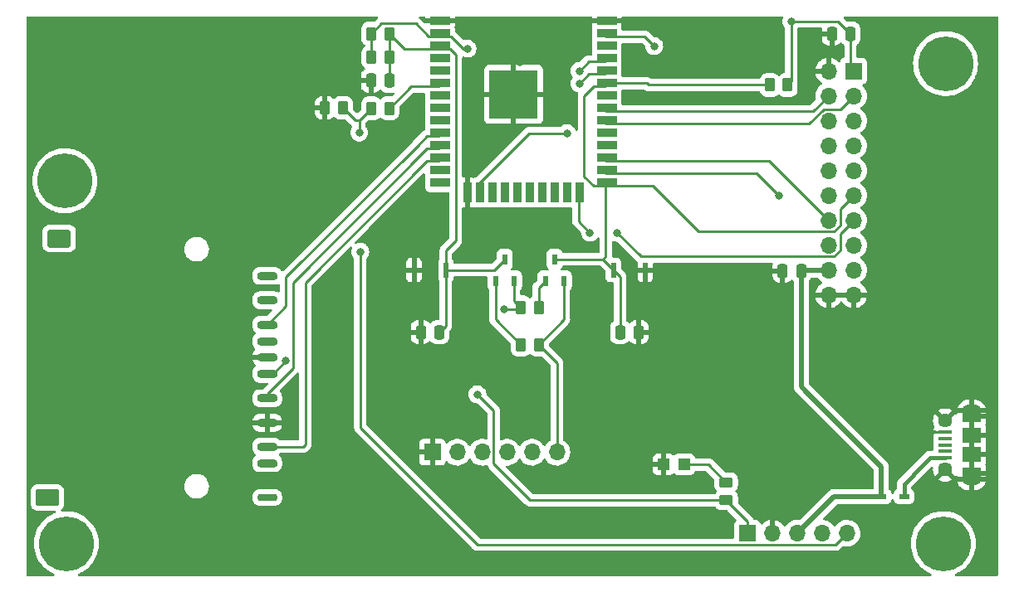
<source format=gbr>
%TF.GenerationSoftware,KiCad,Pcbnew,(6.0.2)*%
%TF.CreationDate,2022-03-10T00:26:05-05:00*%
%TF.ProjectId,tower,746f7765-722e-46b6-9963-61645f706362,rev?*%
%TF.SameCoordinates,Original*%
%TF.FileFunction,Copper,L1,Top*%
%TF.FilePolarity,Positive*%
%FSLAX46Y46*%
G04 Gerber Fmt 4.6, Leading zero omitted, Abs format (unit mm)*
G04 Created by KiCad (PCBNEW (6.0.2)) date 2022-03-10 00:26:05*
%MOMM*%
%LPD*%
G01*
G04 APERTURE LIST*
G04 Aperture macros list*
%AMRoundRect*
0 Rectangle with rounded corners*
0 $1 Rounding radius*
0 $2 $3 $4 $5 $6 $7 $8 $9 X,Y pos of 4 corners*
0 Add a 4 corners polygon primitive as box body*
4,1,4,$2,$3,$4,$5,$6,$7,$8,$9,$2,$3,0*
0 Add four circle primitives for the rounded corners*
1,1,$1+$1,$2,$3*
1,1,$1+$1,$4,$5*
1,1,$1+$1,$6,$7*
1,1,$1+$1,$8,$9*
0 Add four rect primitives between the rounded corners*
20,1,$1+$1,$2,$3,$4,$5,0*
20,1,$1+$1,$4,$5,$6,$7,0*
20,1,$1+$1,$6,$7,$8,$9,0*
20,1,$1+$1,$8,$9,$2,$3,0*%
G04 Aperture macros list end*
%TA.AperFunction,SMDPad,CuDef*%
%ADD10RoundRect,0.250000X-0.250000X-0.475000X0.250000X-0.475000X0.250000X0.475000X-0.250000X0.475000X0*%
%TD*%
%TA.AperFunction,SMDPad,CuDef*%
%ADD11RoundRect,0.250000X0.250000X0.475000X-0.250000X0.475000X-0.250000X-0.475000X0.250000X-0.475000X0*%
%TD*%
%TA.AperFunction,SMDPad,CuDef*%
%ADD12R,1.350000X0.400000*%
%TD*%
%TA.AperFunction,ComponentPad*%
%ADD13O,1.900000X1.200000*%
%TD*%
%TA.AperFunction,SMDPad,CuDef*%
%ADD14R,1.900000X1.500000*%
%TD*%
%TA.AperFunction,SMDPad,CuDef*%
%ADD15R,1.900000X1.200000*%
%TD*%
%TA.AperFunction,ComponentPad*%
%ADD16C,1.450000*%
%TD*%
%TA.AperFunction,ComponentPad*%
%ADD17R,1.700000X1.700000*%
%TD*%
%TA.AperFunction,ComponentPad*%
%ADD18O,1.700000X1.700000*%
%TD*%
%TA.AperFunction,SMDPad,CuDef*%
%ADD19R,0.600000X1.100000*%
%TD*%
%TA.AperFunction,SMDPad,CuDef*%
%ADD20RoundRect,0.250000X-0.262500X-0.450000X0.262500X-0.450000X0.262500X0.450000X-0.262500X0.450000X0*%
%TD*%
%TA.AperFunction,SMDPad,CuDef*%
%ADD21RoundRect,0.250000X0.262500X0.450000X-0.262500X0.450000X-0.262500X-0.450000X0.262500X-0.450000X0*%
%TD*%
%TA.AperFunction,SMDPad,CuDef*%
%ADD22R,0.550000X1.500000*%
%TD*%
%TA.AperFunction,SMDPad,CuDef*%
%ADD23RoundRect,0.250400X-0.749600X0.149600X-0.749600X-0.149600X0.749600X-0.149600X0.749600X0.149600X0*%
%TD*%
%TA.AperFunction,SMDPad,CuDef*%
%ADD24RoundRect,0.249900X-0.750100X0.100100X-0.750100X-0.100100X0.750100X-0.100100X0.750100X0.100100X0*%
%TD*%
%TA.AperFunction,SMDPad,CuDef*%
%ADD25RoundRect,0.249900X-0.950100X0.600100X-0.950100X-0.600100X0.950100X-0.600100X0.950100X0.600100X0*%
%TD*%
%TA.AperFunction,SMDPad,CuDef*%
%ADD26RoundRect,0.250200X-0.949800X0.649800X-0.949800X-0.649800X0.949800X-0.649800X0.949800X0.649800X0*%
%TD*%
%TA.AperFunction,SMDPad,CuDef*%
%ADD27R,1.075000X0.500000*%
%TD*%
%TA.AperFunction,SMDPad,CuDef*%
%ADD28R,2.000000X0.900000*%
%TD*%
%TA.AperFunction,SMDPad,CuDef*%
%ADD29R,0.900000X2.000000*%
%TD*%
%TA.AperFunction,SMDPad,CuDef*%
%ADD30R,5.000000X5.000000*%
%TD*%
%TA.AperFunction,SMDPad,CuDef*%
%ADD31R,1.200000X1.200000*%
%TD*%
%TA.AperFunction,SMDPad,CuDef*%
%ADD32RoundRect,0.250000X0.450000X-0.262500X0.450000X0.262500X-0.450000X0.262500X-0.450000X-0.262500X0*%
%TD*%
%TA.AperFunction,ComponentPad*%
%ADD33C,5.600000*%
%TD*%
%TA.AperFunction,ViaPad*%
%ADD34C,0.800000*%
%TD*%
%TA.AperFunction,Conductor*%
%ADD35C,0.508000*%
%TD*%
%TA.AperFunction,Conductor*%
%ADD36C,0.250000*%
%TD*%
%TA.AperFunction,Conductor*%
%ADD37C,0.406400*%
%TD*%
G04 APERTURE END LIST*
D10*
%TO.P,C1,1*%
%TO.N,GPIO0*%
X164150000Y-88900000D03*
%TO.P,C1,2*%
%TO.N,GND*%
X166050000Y-88900000D03*
%TD*%
D11*
%TO.P,C2,1*%
%TO.N,EN*%
X145730000Y-88900000D03*
%TO.P,C2,2*%
%TO.N,GND*%
X143830000Y-88900000D03*
%TD*%
D10*
%TO.P,C6,1*%
%TO.N,GND*%
X185740000Y-58420000D03*
%TO.P,C6,2*%
%TO.N,VOUT*%
X187640000Y-58420000D03*
%TD*%
%TO.P,C7,1*%
%TO.N,GND*%
X180720000Y-82640000D03*
%TO.P,C7,2*%
%TO.N,5V*%
X182620000Y-82640000D03*
%TD*%
D12*
%TO.P,J1,1,VBUS*%
%TO.N,Net-(J1-Pad1)*%
X197297500Y-101720000D03*
%TO.P,J1,2,D-*%
%TO.N,unconnected-(J1-Pad2)*%
X197297500Y-101070000D03*
%TO.P,J1,3,D+*%
%TO.N,unconnected-(J1-Pad3)*%
X197297500Y-100420000D03*
%TO.P,J1,4,ID*%
%TO.N,unconnected-(J1-Pad4)*%
X197297500Y-99770000D03*
%TO.P,J1,5,GND*%
%TO.N,GND*%
X197297500Y-99120000D03*
D13*
%TO.P,J1,6,Shield*%
X199997500Y-96920000D03*
X199997500Y-103920000D03*
D14*
X199997500Y-101420000D03*
D15*
X199997500Y-97520000D03*
D16*
X197297500Y-97920000D03*
X197297500Y-102920000D03*
D14*
X199997500Y-99420000D03*
D15*
X199997500Y-103320000D03*
%TD*%
D17*
%TO.P,J2,1,Pin_1*%
%TO.N,GND*%
X145015000Y-101165000D03*
D18*
%TO.P,J2,2,Pin_2*%
%TO.N,CTS*%
X147555000Y-101165000D03*
%TO.P,J2,3,Pin_3*%
%TO.N,unconnected-(J2-Pad3)*%
X150095000Y-101165000D03*
%TO.P,J2,4,Pin_4*%
%TO.N,TX*%
X152635000Y-101165000D03*
%TO.P,J2,5,Pin_5*%
%TO.N,RX*%
X155175000Y-101165000D03*
%TO.P,J2,6,Pin_6*%
%TO.N,DTR*%
X157715000Y-101165000D03*
%TD*%
D17*
%TO.P,J3,1,Pin_1*%
%TO.N,VOUT*%
X177130000Y-109435000D03*
D18*
%TO.P,J3,2,Pin_2*%
%TO.N,GND*%
X179670000Y-109435000D03*
%TO.P,J3,3,Pin_3*%
%TO.N,5V*%
X182210000Y-109435000D03*
%TO.P,J3,4,Pin_4*%
%TO.N,SHDN*%
X184750000Y-109435000D03*
%TO.P,J3,5,Pin_5*%
%TO.N,PG*%
X187290000Y-109435000D03*
%TD*%
D17*
%TO.P,J5,1,Pin_1*%
%TO.N,VOUT*%
X187960000Y-62230000D03*
D18*
%TO.P,J5,2,Pin_2*%
%TO.N,GND*%
X185420000Y-62230000D03*
%TO.P,J5,3,Pin_3*%
%TO.N,SCK*%
X187960000Y-64770000D03*
%TO.P,J5,4,Pin_4*%
%TO.N,MISO*%
X185420000Y-64770000D03*
%TO.P,J5,5,Pin_5*%
%TO.N,MOSI*%
X187960000Y-67310000D03*
%TO.P,J5,6,Pin_6*%
%TO.N,CS*%
X185420000Y-67310000D03*
%TO.P,J5,7,Pin_7*%
%TO.N,INT*%
X187960000Y-69850000D03*
%TO.P,J5,8,Pin_8*%
%TO.N,PDN*%
X185420000Y-69850000D03*
%TO.P,J5,9,Pin_9*%
%TO.N,AUDIO_L*%
X187960000Y-72390000D03*
%TO.P,J5,10,Pin_10*%
%TO.N,NC*%
X185420000Y-72390000D03*
%TO.P,J5,11,Pin_11*%
%TO.N,GPIO0*%
X187960000Y-74930000D03*
%TO.P,J5,12,Pin_12*%
%TO.N,GPIO1*%
X185420000Y-74930000D03*
%TO.P,J5,13,Pin_13*%
%TO.N,GPIO2*%
X187960000Y-77470000D03*
%TO.P,J5,14,Pin_14*%
%TO.N,GPIO3*%
X185420000Y-77470000D03*
%TO.P,J5,15,Pin_15*%
%TO.N,NC*%
X187960000Y-80010000D03*
%TO.P,J5,16,Pin_16*%
X185420000Y-80010000D03*
%TO.P,J5,17,Pin_17*%
X187960000Y-82550000D03*
%TO.P,J5,18,Pin_18*%
%TO.N,5V*%
X185420000Y-82550000D03*
%TO.P,J5,19,Pin_19*%
%TO.N,GND*%
X187960000Y-85090000D03*
%TO.P,J5,20,Pin_20*%
X185420000Y-85090000D03*
%TD*%
D19*
%TO.P,Q1,1*%
%TO.N,Net-(Q1-Pad1)*%
X151450000Y-83650000D03*
%TO.P,Q1,2*%
%TO.N,CTS*%
X153350000Y-83650000D03*
%TO.P,Q1,3*%
%TO.N,EN*%
X152400000Y-81450000D03*
%TD*%
%TO.P,Q2,1*%
%TO.N,Net-(Q2-Pad1)*%
X156530000Y-83650000D03*
%TO.P,Q2,2*%
%TO.N,DTR*%
X158430000Y-83650000D03*
%TO.P,Q2,3*%
%TO.N,GPIO0*%
X157480000Y-81450000D03*
%TD*%
D20*
%TO.P,R1,1*%
%TO.N,GPIO0*%
X179417500Y-63660000D03*
%TO.P,R1,2*%
%TO.N,VOUT*%
X181242500Y-63660000D03*
%TD*%
D21*
%TO.P,R2,1*%
%TO.N,DTR*%
X155852500Y-90170000D03*
%TO.P,R2,2*%
%TO.N,Net-(Q1-Pad1)*%
X154027500Y-90170000D03*
%TD*%
D20*
%TO.P,R3,1*%
%TO.N,CTS*%
X154027500Y-86360000D03*
%TO.P,R3,2*%
%TO.N,Net-(Q2-Pad1)*%
X155852500Y-86360000D03*
%TD*%
D21*
%TO.P,R4,1*%
%TO.N,IO34*%
X140612500Y-66040000D03*
%TO.P,R4,2*%
%TO.N,PG*%
X138787500Y-66040000D03*
%TD*%
D20*
%TO.P,R5,1*%
%TO.N,VOUT*%
X138787500Y-58420000D03*
%TO.P,R5,2*%
%TO.N,EN*%
X140612500Y-58420000D03*
%TD*%
D22*
%TO.P,SW1,1,1*%
%TO.N,GND*%
X166725000Y-82550000D03*
%TO.P,SW1,2,2*%
%TO.N,GPIO0*%
X163475000Y-82550000D03*
%TD*%
%TO.P,SW2,1,1*%
%TO.N,GND*%
X143155000Y-82550000D03*
%TO.P,SW2,2,2*%
%TO.N,EN*%
X146405000Y-82550000D03*
%TD*%
D23*
%TO.P,J4,1,CD/DAT3*%
%TO.N,unconnected-(J4-Pad1)*%
X128180000Y-85650000D03*
%TO.P,J4,2,CMD*%
%TO.N,SDMOSI*%
X128180000Y-88150000D03*
%TO.P,J4,3,VSS*%
%TO.N,GND*%
X128180000Y-91450000D03*
%TO.P,J4,4,VDD*%
%TO.N,VOUT*%
X128180000Y-93150000D03*
%TO.P,J4,5,CLK*%
%TO.N,SDCLK*%
X128180000Y-95650000D03*
%TO.P,J4,6,VSS*%
%TO.N,GND*%
X128180000Y-98150000D03*
%TO.P,J4,7,DAT0*%
%TO.N,SDMISO*%
X128180000Y-100580000D03*
%TO.P,J4,8,DAT1*%
%TO.N,unconnected-(J4-Pad8)*%
X128180000Y-102280000D03*
%TO.P,J4,9,DAT2*%
%TO.N,unconnected-(J4-Pad9)*%
X128180000Y-83150000D03*
%TO.P,J4,10,CARD_DETECT*%
%TO.N,unconnected-(J4-Pad10)*%
X128180000Y-89850000D03*
D24*
%TO.P,J4,11,WRITE_PROTECT*%
%TO.N,unconnected-(J4-Pad11)*%
X128180000Y-105770000D03*
D25*
%TO.P,J4,12,SHELL1*%
%TO.N,unconnected-(J4-Pad12)*%
X105780000Y-105780000D03*
D26*
%TO.P,J4,13,SHELL2*%
%TO.N,unconnected-(J4-Pad13)*%
X106980000Y-79330000D03*
%TD*%
D27*
%TO.P,D1,1*%
%TO.N,5V*%
X190778000Y-105670000D03*
%TO.P,D1,2*%
%TO.N,Net-(J1-Pad1)*%
X193102000Y-105670000D03*
%TD*%
D11*
%TO.P,C3,1*%
%TO.N,EN*%
X140650000Y-63210000D03*
%TO.P,C3,2*%
%TO.N,GND*%
X138750000Y-63210000D03*
%TD*%
D28*
%TO.P,IC1,1,GND_1*%
%TO.N,GND*%
X145800000Y-57125000D03*
%TO.P,IC1,2,3V3*%
%TO.N,VOUT*%
X145800000Y-58395000D03*
%TO.P,IC1,3,EN*%
%TO.N,EN*%
X145800000Y-59665000D03*
%TO.P,IC1,4,SENSOR_VP*%
%TO.N,unconnected-(IC1-Pad4)*%
X145800000Y-60935000D03*
%TO.P,IC1,5,SENSOR_VN*%
%TO.N,unconnected-(IC1-Pad5)*%
X145800000Y-62205000D03*
%TO.P,IC1,6,IO34*%
%TO.N,IO34*%
X145800000Y-63475000D03*
%TO.P,IC1,7,IO35*%
%TO.N,IO35*%
X145800000Y-64745000D03*
%TO.P,IC1,8,IO32*%
%TO.N,IO32*%
X145800000Y-66015000D03*
%TO.P,IC1,9,IO33*%
%TO.N,IO33*%
X145800000Y-67285000D03*
%TO.P,IC1,10,IO25*%
%TO.N,SDMOSI*%
X145800000Y-68555000D03*
%TO.P,IC1,11,IO26*%
%TO.N,SDCLK*%
X145800000Y-69825000D03*
%TO.P,IC1,12,IO27*%
%TO.N,SDMISO*%
X145800000Y-71095000D03*
%TO.P,IC1,13,IO14*%
%TO.N,unconnected-(IC1-Pad13)*%
X145800000Y-72365000D03*
%TO.P,IC1,14,IO12*%
%TO.N,unconnected-(IC1-Pad14)*%
X145800000Y-73635000D03*
D29*
%TO.P,IC1,15,GND_2*%
%TO.N,GND*%
X148585000Y-74635000D03*
%TO.P,IC1,16,IO13*%
%TO.N,CS*%
X149855000Y-74635000D03*
%TO.P,IC1,17,SD2*%
%TO.N,unconnected-(IC1-Pad17)*%
X151125000Y-74635000D03*
%TO.P,IC1,18,SD3*%
%TO.N,unconnected-(IC1-Pad18)*%
X152395000Y-74635000D03*
%TO.P,IC1,19,CMD*%
%TO.N,unconnected-(IC1-Pad19)*%
X153665000Y-74635000D03*
%TO.P,IC1,20,CLK*%
%TO.N,unconnected-(IC1-Pad20)*%
X154935000Y-74635000D03*
%TO.P,IC1,21,SD0*%
%TO.N,unconnected-(IC1-Pad21)*%
X156205000Y-74635000D03*
%TO.P,IC1,22,SD1*%
%TO.N,unconnected-(IC1-Pad22)*%
X157475000Y-74635000D03*
%TO.P,IC1,23,IO15*%
%TO.N,unconnected-(IC1-Pad23)*%
X158745000Y-74635000D03*
%TO.P,IC1,24,IO2*%
%TO.N,GPIO2*%
X160015000Y-74635000D03*
D28*
%TO.P,IC1,25,IO0*%
%TO.N,GPIO0*%
X162800000Y-73635000D03*
%TO.P,IC1,26,IO4*%
%TO.N,GPIO1*%
X162800000Y-72365000D03*
%TO.P,IC1,27,IO16*%
%TO.N,GPIO3*%
X162800000Y-71095000D03*
%TO.P,IC1,28,IO17*%
%TO.N,unconnected-(IC1-Pad28)*%
X162800000Y-69825000D03*
%TO.P,IC1,29,IO5*%
%TO.N,unconnected-(IC1-Pad29)*%
X162800000Y-68555000D03*
%TO.P,IC1,30,IO18*%
%TO.N,SCK*%
X162800000Y-67285000D03*
%TO.P,IC1,31,IO19*%
%TO.N,MISO*%
X162800000Y-66015000D03*
%TO.P,IC1,32,NC*%
%TO.N,unconnected-(IC1-Pad32)*%
X162800000Y-64745000D03*
%TO.P,IC1,33,IO21*%
%TO.N,GPIO0*%
X162800000Y-63475000D03*
%TO.P,IC1,34,RXD0*%
%TO.N,RX*%
X162800000Y-62205000D03*
%TO.P,IC1,35,TXD0*%
%TO.N,TX*%
X162800000Y-60935000D03*
%TO.P,IC1,36,IO22*%
%TO.N,unconnected-(IC1-Pad36)*%
X162800000Y-59665000D03*
%TO.P,IC1,37,IO23*%
%TO.N,MOSI*%
X162800000Y-58395000D03*
%TO.P,IC1,38,GND_3*%
%TO.N,GND*%
X162800000Y-57125000D03*
D30*
%TO.P,IC1,39,GND_4*%
X153300000Y-64625000D03*
%TD*%
D31*
%TO.P,D2,1,K*%
%TO.N,GND*%
X168590000Y-102400000D03*
%TO.P,D2,2,A*%
%TO.N,Net-(D2-Pad2)*%
X170690000Y-102400000D03*
%TD*%
D32*
%TO.P,R6,1*%
%TO.N,VOUT*%
X174960000Y-106052500D03*
%TO.P,R6,2*%
%TO.N,Net-(D2-Pad2)*%
X174960000Y-104227500D03*
%TD*%
D20*
%TO.P,R7,1*%
%TO.N,GND*%
X134057500Y-65990000D03*
%TO.P,R7,2*%
%TO.N,PG*%
X135882500Y-65990000D03*
%TD*%
D33*
%TO.P,REF\u002A\u002A,1*%
%TO.N,N/C*%
X107696000Y-110490000D03*
%TD*%
%TO.P,REF\u002A\u002A,1*%
%TO.N,N/C*%
X197340000Y-61480000D03*
%TD*%
%TO.P,REF\u002A\u002A,1*%
%TO.N,N/C*%
X197104000Y-110490000D03*
%TD*%
%TO.P,REF\u002A\u002A,1*%
%TO.N,N/C*%
X107560000Y-73440000D03*
%TD*%
D21*
%TO.P,R8,1*%
%TO.N,EN*%
X140642500Y-60820000D03*
%TO.P,R8,2*%
%TO.N,VOUT*%
X138817500Y-60820000D03*
%TD*%
D34*
%TO.N,CS*%
X158750000Y-68580000D03*
%TO.N,GPIO2*%
X161090000Y-78740000D03*
X163830000Y-78740000D03*
%TO.N,CTS*%
X152350000Y-86530000D03*
%TO.N,RX*%
X160020000Y-63500000D03*
%TO.N,TX*%
X160020000Y-62230000D03*
%TO.N,GPIO1*%
X180340000Y-74930000D03*
%TO.N,MOSI*%
X167640000Y-59690000D03*
%TO.N,PG*%
X137560000Y-68520000D03*
X137670000Y-80680000D03*
%TO.N,VOUT*%
X148590000Y-59944000D03*
X149606000Y-95250000D03*
X181610000Y-57150000D03*
X130085500Y-91820000D03*
%TO.N,GND*%
X165040000Y-102560000D03*
X193802000Y-66294000D03*
X137360000Y-59730000D03*
X115062000Y-75184000D03*
X114808000Y-58928000D03*
X193802000Y-93218000D03*
X115316000Y-110744000D03*
X195540000Y-99130000D03*
X148430000Y-76910000D03*
X143490000Y-78190000D03*
X141478000Y-110744000D03*
X153940000Y-61330000D03*
X193802000Y-80010000D03*
X137340000Y-57140000D03*
X191970000Y-110020000D03*
%TD*%
D35*
%TO.N,5V*%
X182209999Y-109435011D02*
X185974990Y-105669994D01*
X190778003Y-105669994D02*
X185974990Y-105669994D01*
X182620006Y-82639992D02*
X182620006Y-94450027D01*
X190778003Y-105669994D02*
X190778003Y-102608024D01*
D36*
X182710000Y-82550000D02*
X182620000Y-82640000D01*
D35*
X185420000Y-82550000D02*
X182709998Y-82550000D01*
X182620006Y-94450027D02*
X183099989Y-94930011D01*
X190778003Y-102608024D02*
X183099989Y-94930011D01*
D36*
%TO.N,IO34*%
X145700000Y-63815000D02*
X142837500Y-63815000D01*
X142837500Y-63815000D02*
X140612500Y-66040000D01*
%TO.N,CS*%
X149755000Y-74975000D02*
X149755000Y-73725000D01*
X149755000Y-73725000D02*
X154900000Y-68580000D01*
X154900000Y-68580000D02*
X158750000Y-68580000D01*
%TO.N,GPIO2*%
X185984001Y-81185001D02*
X166275001Y-81185001D01*
X186595001Y-80574001D02*
X185984001Y-81185001D01*
X161090000Y-78740000D02*
X159915000Y-77565000D01*
X159915000Y-77565000D02*
X159915000Y-74975000D01*
X187960000Y-77470000D02*
X186595001Y-78834999D01*
X166275001Y-81185001D02*
X163830000Y-78740000D01*
X186595001Y-78834999D02*
X186595001Y-80574001D01*
%TO.N,GPIO3*%
X162700000Y-71435000D02*
X179385000Y-71435000D01*
X179385000Y-71435000D02*
X185420000Y-77470000D01*
%TO.N,DTR*%
X158430000Y-87592500D02*
X155852500Y-90170000D01*
X158430000Y-83650000D02*
X158430000Y-87592500D01*
X157715000Y-92032500D02*
X155852500Y-90170000D01*
X157715000Y-101165000D02*
X157715000Y-92032500D01*
%TO.N,CTS*%
X152350000Y-86530000D02*
X153857500Y-86530000D01*
X153350000Y-85682500D02*
X154027500Y-86360000D01*
X153350000Y-83650000D02*
X153350000Y-85682500D01*
X153857500Y-86530000D02*
X154027500Y-86360000D01*
%TO.N,SCK*%
X162700000Y-67625000D02*
X183443990Y-67625000D01*
X186594511Y-66135489D02*
X187960000Y-64770000D01*
X184933501Y-66135489D02*
X186594511Y-66135489D01*
X183443990Y-67625000D02*
X184933501Y-66135489D01*
%TO.N,MISO*%
X162700000Y-66355000D02*
X183835000Y-66355000D01*
X183835000Y-66355000D02*
X185420000Y-64770000D01*
%TO.N,GPIO0*%
X160480000Y-73005000D02*
X161450000Y-73975000D01*
X162700000Y-81125000D02*
X162375000Y-81450000D01*
X167465000Y-73975000D02*
X172135001Y-78645001D01*
X157480000Y-81450000D02*
X162375000Y-81450000D01*
X162700000Y-73975000D02*
X162700000Y-81125000D01*
X162700000Y-73975000D02*
X167465000Y-73975000D01*
X172135001Y-78645001D02*
X185984001Y-78645001D01*
X161450000Y-73975000D02*
X162700000Y-73975000D01*
X179417500Y-63660000D02*
X167050000Y-63660000D01*
X185984001Y-78645001D02*
X186595001Y-78034001D01*
X166865000Y-63475000D02*
X162800000Y-63475000D01*
X162700000Y-63815000D02*
X161450000Y-63815000D01*
X160480000Y-64785000D02*
X160480000Y-73005000D01*
X164150000Y-88900000D02*
X164150000Y-83225000D01*
X162375000Y-81450000D02*
X163475000Y-82550000D01*
X164150000Y-83225000D02*
X163475000Y-82550000D01*
X186595001Y-78034001D02*
X186595001Y-76294999D01*
X167050000Y-63660000D02*
X166865000Y-63475000D01*
X186595001Y-76294999D02*
X187960000Y-74930000D01*
X161450000Y-63815000D02*
X160480000Y-64785000D01*
%TO.N,RX*%
X160020000Y-63500000D02*
X160975000Y-62545000D01*
X160975000Y-62545000D02*
X162700000Y-62545000D01*
%TO.N,TX*%
X160975000Y-61275000D02*
X162700000Y-61275000D01*
X160020000Y-62230000D02*
X160975000Y-61275000D01*
%TO.N,GPIO1*%
X178115000Y-72705000D02*
X180340000Y-74930000D01*
X162700000Y-72705000D02*
X178115000Y-72705000D01*
%TO.N,MOSI*%
X166685000Y-58735000D02*
X162700000Y-58735000D01*
X167640000Y-59690000D02*
X166685000Y-58735000D01*
%TO.N,PG*%
X137560000Y-68520000D02*
X137560000Y-67267500D01*
X137560000Y-67267500D02*
X138787500Y-66040000D01*
X137160000Y-67267500D02*
X135882500Y-65990000D01*
X137680000Y-80690000D02*
X137670000Y-80680000D01*
X137680000Y-98640000D02*
X149649511Y-110609511D01*
X186115489Y-110609511D02*
X187290000Y-109435000D01*
X149649511Y-110609511D02*
X186115489Y-110609511D01*
X137680000Y-98640000D02*
X137680000Y-80690000D01*
X137560000Y-67267500D02*
X137160000Y-67267500D01*
%TO.N,EN*%
X146405000Y-82550000D02*
X146405000Y-80555000D01*
X140650000Y-63210000D02*
X140650000Y-60827500D01*
X146405000Y-80555000D02*
X147420000Y-79540000D01*
X146405000Y-82550000D02*
X151300000Y-82550000D01*
X140642500Y-58450000D02*
X140612500Y-58420000D01*
X146405000Y-82550000D02*
X146405000Y-88225000D01*
X151300000Y-82550000D02*
X152400000Y-81450000D01*
X146405000Y-88225000D02*
X145730000Y-88900000D01*
X146872500Y-60005000D02*
X147420000Y-60552500D01*
X142197500Y-60005000D02*
X140612500Y-58420000D01*
X140650000Y-60827500D02*
X140642500Y-60820000D01*
X147420000Y-79540000D02*
X147420000Y-79470000D01*
X145700000Y-60005000D02*
X142197500Y-60005000D01*
X147420000Y-79470000D02*
X147420000Y-60552500D01*
X145700000Y-60005000D02*
X146872500Y-60005000D01*
X140642500Y-60820000D02*
X140642500Y-58450000D01*
%TO.N,VOUT*%
X177130000Y-108222500D02*
X174960000Y-106052500D01*
X151269511Y-102339511D02*
X151269511Y-96913511D01*
X187640000Y-58420000D02*
X187640000Y-61910000D01*
X143324990Y-57394990D02*
X144665000Y-58735000D01*
X145700000Y-58735000D02*
X146950000Y-58735000D01*
X186370000Y-57150000D02*
X187640000Y-58420000D01*
X154982500Y-106052500D02*
X151269511Y-102339511D01*
X181610000Y-57150000D02*
X186370000Y-57150000D01*
X139812510Y-57394990D02*
X143324990Y-57394990D01*
X128755500Y-93150000D02*
X130085500Y-91820000D01*
X181610000Y-57150000D02*
X181610000Y-63292500D01*
X144665000Y-58735000D02*
X145700000Y-58735000D01*
X174960000Y-106052500D02*
X154982500Y-106052500D01*
X138817500Y-58450000D02*
X138787500Y-58420000D01*
X181610000Y-63292500D02*
X181242500Y-63660000D01*
X146950000Y-58735000D02*
X148159000Y-59944000D01*
X138787500Y-58420000D02*
X139812510Y-57394990D01*
X128180000Y-93150000D02*
X128755500Y-93150000D01*
X148159000Y-59944000D02*
X148590000Y-59944000D01*
X151269511Y-96913511D02*
X149606000Y-95250000D01*
X187640000Y-61910000D02*
X187960000Y-62230000D01*
X138817500Y-60820000D02*
X138817500Y-58450000D01*
X177130000Y-109435000D02*
X177130000Y-108222500D01*
%TO.N,SDMOSI*%
X130085489Y-86244511D02*
X128180000Y-88150000D01*
X130085489Y-83254511D02*
X130085489Y-86244511D01*
X144465000Y-68895000D02*
X143510000Y-69850000D01*
X145700000Y-68895000D02*
X144465000Y-68895000D01*
X143510000Y-69850000D02*
X143490000Y-69850000D01*
X143490000Y-69850000D02*
X130085489Y-83254511D01*
%TO.N,SDCLK*%
X128180000Y-95212282D02*
X130810000Y-92582282D01*
X128180000Y-95650000D02*
X128180000Y-95212282D01*
X130810000Y-92582282D02*
X130810000Y-83820000D01*
X130810000Y-83820000D02*
X144465000Y-70165000D01*
X144465000Y-70165000D02*
X145700000Y-70165000D01*
%TO.N,SDMISO*%
X132080000Y-83820000D02*
X144465000Y-71435000D01*
X128180000Y-100580000D02*
X131830000Y-100580000D01*
X132080000Y-100330000D02*
X132080000Y-83820000D01*
X131830000Y-100580000D02*
X132080000Y-100330000D01*
X144465000Y-71435000D02*
X145700000Y-71435000D01*
%TO.N,Net-(Q1-Pad1)*%
X154027500Y-90170000D02*
X151450000Y-87592500D01*
X151450000Y-87592500D02*
X151450000Y-83650000D01*
%TO.N,Net-(Q2-Pad1)*%
X155852500Y-84327500D02*
X156530000Y-83650000D01*
X155852500Y-86360000D02*
X155852500Y-84327500D01*
%TO.N,Net-(D2-Pad2)*%
X174960000Y-104227500D02*
X173132500Y-102400000D01*
X173132500Y-102400000D02*
X170690000Y-102400000D01*
%TO.N,GND*%
X197297500Y-99120000D02*
X195550000Y-99120000D01*
X195550000Y-99120000D02*
X195540000Y-99130000D01*
X185420000Y-58740000D02*
X185740000Y-58420000D01*
D37*
%TO.N,Net-(J1-Pad1)*%
X195774996Y-101719990D02*
X195015002Y-102480008D01*
X193102001Y-104393009D02*
X195015002Y-102480008D01*
X193102001Y-105669994D02*
X193102001Y-104393009D01*
X197297497Y-101719990D02*
X195774996Y-101719990D01*
%TD*%
%TA.AperFunction,Conductor*%
%TO.N,GND*%
G36*
X139448793Y-56662002D02*
G01*
X139495286Y-56715658D01*
X139505390Y-56785932D01*
X139475896Y-56850512D01*
X139444812Y-56876453D01*
X139427975Y-56886410D01*
X139427972Y-56886412D01*
X139421148Y-56890448D01*
X139406827Y-56904769D01*
X139391794Y-56917609D01*
X139375403Y-56929518D01*
X139347212Y-56963595D01*
X139339222Y-56972374D01*
X139137001Y-57174595D01*
X139074689Y-57208621D01*
X139047906Y-57211500D01*
X138474600Y-57211500D01*
X138471354Y-57211837D01*
X138471350Y-57211837D01*
X138375692Y-57221762D01*
X138375688Y-57221763D01*
X138368834Y-57222474D01*
X138362298Y-57224655D01*
X138362296Y-57224655D01*
X138230194Y-57268728D01*
X138201054Y-57278450D01*
X138050652Y-57371522D01*
X137925695Y-57496697D01*
X137921855Y-57502927D01*
X137921854Y-57502928D01*
X137845692Y-57626486D01*
X137832885Y-57647262D01*
X137815958Y-57698295D01*
X137783921Y-57794886D01*
X137777203Y-57815139D01*
X137776503Y-57821975D01*
X137776502Y-57821978D01*
X137772898Y-57857158D01*
X137766500Y-57919600D01*
X137766500Y-58920400D01*
X137766837Y-58923646D01*
X137766837Y-58923650D01*
X137776424Y-59016045D01*
X137777474Y-59026166D01*
X137779655Y-59032702D01*
X137779655Y-59032704D01*
X137801202Y-59097288D01*
X137833450Y-59193946D01*
X137926522Y-59344348D01*
X138051697Y-59469305D01*
X138057927Y-59473145D01*
X138057928Y-59473146D01*
X138124116Y-59513945D01*
X138171609Y-59566718D01*
X138184000Y-59621205D01*
X138184000Y-59637366D01*
X138163998Y-59705487D01*
X138124304Y-59744509D01*
X138080652Y-59771522D01*
X137955695Y-59896697D01*
X137951855Y-59902927D01*
X137951854Y-59902928D01*
X137930584Y-59937435D01*
X137862885Y-60047262D01*
X137849642Y-60087189D01*
X137825586Y-60159717D01*
X137807203Y-60215139D01*
X137806503Y-60221975D01*
X137806502Y-60221978D01*
X137805402Y-60232712D01*
X137796500Y-60319600D01*
X137796500Y-61320400D01*
X137796837Y-61323646D01*
X137796837Y-61323650D01*
X137801013Y-61363891D01*
X137807474Y-61426166D01*
X137809655Y-61432702D01*
X137809655Y-61432704D01*
X137810932Y-61436531D01*
X137863450Y-61593946D01*
X137956522Y-61744348D01*
X138081697Y-61869305D01*
X138087929Y-61873147D01*
X138087931Y-61873148D01*
X138096759Y-61878590D01*
X138144252Y-61931363D01*
X138155674Y-62001434D01*
X138127400Y-62066558D01*
X138096945Y-62092993D01*
X138032193Y-62133063D01*
X138020792Y-62142099D01*
X137906261Y-62256829D01*
X137897249Y-62268240D01*
X137812184Y-62406243D01*
X137806037Y-62419424D01*
X137754862Y-62573710D01*
X137751995Y-62587086D01*
X137742328Y-62681438D01*
X137742000Y-62687855D01*
X137742000Y-62937885D01*
X137746475Y-62953124D01*
X137747865Y-62954329D01*
X137755548Y-62956000D01*
X138878000Y-62956000D01*
X138946121Y-62976002D01*
X138992614Y-63029658D01*
X139004000Y-63082000D01*
X139004000Y-64424884D01*
X139008475Y-64440123D01*
X139009865Y-64441328D01*
X139017548Y-64442999D01*
X139047095Y-64442999D01*
X139053614Y-64442662D01*
X139149206Y-64432743D01*
X139162600Y-64429851D01*
X139316784Y-64378412D01*
X139329962Y-64372239D01*
X139467807Y-64286937D01*
X139479208Y-64277901D01*
X139593738Y-64163172D01*
X139600794Y-64154238D01*
X139658712Y-64113177D01*
X139729635Y-64109947D01*
X139791046Y-64145574D01*
X139797846Y-64153407D01*
X139801522Y-64159348D01*
X139926697Y-64284305D01*
X139932927Y-64288145D01*
X139932928Y-64288146D01*
X140070288Y-64372816D01*
X140077262Y-64377115D01*
X140141142Y-64398303D01*
X140238611Y-64430632D01*
X140238613Y-64430632D01*
X140245139Y-64432797D01*
X140251975Y-64433497D01*
X140251978Y-64433498D01*
X140295031Y-64437909D01*
X140349600Y-64443500D01*
X140950400Y-64443500D01*
X141001921Y-64438154D01*
X141071741Y-64451018D01*
X141123523Y-64499589D01*
X141140826Y-64568445D01*
X141118156Y-64635725D01*
X141104019Y-64652576D01*
X140962000Y-64794595D01*
X140899688Y-64828621D01*
X140872905Y-64831500D01*
X140299600Y-64831500D01*
X140296354Y-64831837D01*
X140296350Y-64831837D01*
X140200692Y-64841762D01*
X140200688Y-64841763D01*
X140193834Y-64842474D01*
X140187298Y-64844655D01*
X140187296Y-64844655D01*
X140079344Y-64880671D01*
X140026054Y-64898450D01*
X139875652Y-64991522D01*
X139794077Y-65073240D01*
X139789216Y-65078109D01*
X139726934Y-65112188D01*
X139656114Y-65107185D01*
X139611025Y-65078264D01*
X139528483Y-64995866D01*
X139523303Y-64990695D01*
X139481240Y-64964767D01*
X139378968Y-64901725D01*
X139378966Y-64901724D01*
X139372738Y-64897885D01*
X139286870Y-64869404D01*
X139211389Y-64844368D01*
X139211387Y-64844368D01*
X139204861Y-64842203D01*
X139198025Y-64841503D01*
X139198022Y-64841502D01*
X139150078Y-64836590D01*
X139100400Y-64831500D01*
X138474600Y-64831500D01*
X138471354Y-64831837D01*
X138471350Y-64831837D01*
X138375692Y-64841762D01*
X138375688Y-64841763D01*
X138368834Y-64842474D01*
X138362298Y-64844655D01*
X138362296Y-64844655D01*
X138254344Y-64880671D01*
X138201054Y-64898450D01*
X138050652Y-64991522D01*
X137925695Y-65116697D01*
X137921855Y-65122927D01*
X137921854Y-65122928D01*
X137863706Y-65217262D01*
X137832885Y-65267262D01*
X137822869Y-65297460D01*
X137786677Y-65406577D01*
X137777203Y-65435139D01*
X137776503Y-65441975D01*
X137776502Y-65441978D01*
X137773894Y-65467438D01*
X137766500Y-65539600D01*
X137766500Y-66112905D01*
X137746498Y-66181026D01*
X137729595Y-66202000D01*
X137449095Y-66482500D01*
X137386783Y-66516526D01*
X137315968Y-66511461D01*
X137270905Y-66482500D01*
X136940405Y-66152000D01*
X136906379Y-66089688D01*
X136903500Y-66062905D01*
X136903500Y-65489600D01*
X136901201Y-65467438D01*
X136893238Y-65390692D01*
X136893237Y-65390688D01*
X136892526Y-65383834D01*
X136836550Y-65216054D01*
X136743478Y-65065652D01*
X136618303Y-64940695D01*
X136556025Y-64902306D01*
X136473968Y-64851725D01*
X136473966Y-64851724D01*
X136467738Y-64847885D01*
X136386136Y-64820819D01*
X136306389Y-64794368D01*
X136306387Y-64794368D01*
X136299861Y-64792203D01*
X136293025Y-64791503D01*
X136293022Y-64791502D01*
X136249969Y-64787091D01*
X136195400Y-64781500D01*
X135569600Y-64781500D01*
X135566354Y-64781837D01*
X135566350Y-64781837D01*
X135470692Y-64791762D01*
X135470688Y-64791763D01*
X135463834Y-64792474D01*
X135457298Y-64794655D01*
X135457296Y-64794655D01*
X135346859Y-64831500D01*
X135296054Y-64848450D01*
X135145652Y-64941522D01*
X135140479Y-64946704D01*
X135058862Y-65028463D01*
X134996579Y-65062542D01*
X134925759Y-65057539D01*
X134880671Y-65028618D01*
X134798171Y-64946261D01*
X134786760Y-64937249D01*
X134648757Y-64852184D01*
X134635576Y-64846037D01*
X134481290Y-64794862D01*
X134467914Y-64791995D01*
X134373562Y-64782328D01*
X134367145Y-64782000D01*
X134329615Y-64782000D01*
X134314376Y-64786475D01*
X134313171Y-64787865D01*
X134311500Y-64795548D01*
X134311500Y-67179883D01*
X134315975Y-67195123D01*
X134317365Y-67196328D01*
X134325048Y-67197999D01*
X134367095Y-67197999D01*
X134373614Y-67197662D01*
X134469206Y-67187743D01*
X134482600Y-67184851D01*
X134636784Y-67133412D01*
X134649962Y-67127239D01*
X134787807Y-67041937D01*
X134799208Y-67032901D01*
X134880430Y-66951538D01*
X134942713Y-66917459D01*
X135013533Y-66922462D01*
X135058620Y-66951383D01*
X135141512Y-67034130D01*
X135141517Y-67034134D01*
X135146697Y-67039305D01*
X135152927Y-67043145D01*
X135152928Y-67043146D01*
X135290288Y-67127816D01*
X135297262Y-67132115D01*
X135377005Y-67158564D01*
X135458611Y-67185632D01*
X135458613Y-67185632D01*
X135465139Y-67187797D01*
X135471975Y-67188497D01*
X135471978Y-67188498D01*
X135515031Y-67192909D01*
X135569600Y-67198500D01*
X136142905Y-67198500D01*
X136211026Y-67218502D01*
X136232000Y-67235405D01*
X136656348Y-67659753D01*
X136663888Y-67668039D01*
X136668000Y-67674518D01*
X136673777Y-67679943D01*
X136717651Y-67721143D01*
X136720493Y-67723898D01*
X136740230Y-67743635D01*
X136743427Y-67746115D01*
X136752447Y-67753818D01*
X136784679Y-67784086D01*
X136791625Y-67787905D01*
X136798039Y-67792565D01*
X136796875Y-67794167D01*
X136839531Y-67837065D01*
X136854426Y-67906481D01*
X136829427Y-67972931D01*
X136827253Y-67975568D01*
X136825376Y-67978151D01*
X136820960Y-67983056D01*
X136780307Y-68053469D01*
X136739626Y-68123931D01*
X136725473Y-68148444D01*
X136666458Y-68330072D01*
X136665768Y-68336633D01*
X136665768Y-68336635D01*
X136656309Y-68426632D01*
X136646496Y-68520000D01*
X136666458Y-68709928D01*
X136725473Y-68891556D01*
X136820960Y-69056944D01*
X136948747Y-69198866D01*
X137103248Y-69311118D01*
X137109276Y-69313802D01*
X137109278Y-69313803D01*
X137268130Y-69384528D01*
X137277712Y-69388794D01*
X137358443Y-69405954D01*
X137458056Y-69427128D01*
X137458061Y-69427128D01*
X137464513Y-69428500D01*
X137655487Y-69428500D01*
X137661939Y-69427128D01*
X137661944Y-69427128D01*
X137761557Y-69405954D01*
X137842288Y-69388794D01*
X137851870Y-69384528D01*
X138010722Y-69313803D01*
X138010724Y-69313802D01*
X138016752Y-69311118D01*
X138171253Y-69198866D01*
X138299040Y-69056944D01*
X138394527Y-68891556D01*
X138453542Y-68709928D01*
X138473504Y-68520000D01*
X138463691Y-68426632D01*
X138454232Y-68336635D01*
X138454232Y-68336633D01*
X138453542Y-68330072D01*
X138394527Y-68148444D01*
X138380375Y-68123931D01*
X138339693Y-68053469D01*
X138299040Y-67983056D01*
X138225863Y-67901785D01*
X138195147Y-67837779D01*
X138193500Y-67817476D01*
X138193500Y-67582094D01*
X138213502Y-67513973D01*
X138230405Y-67492999D01*
X138437999Y-67285405D01*
X138500311Y-67251379D01*
X138527094Y-67248500D01*
X139100400Y-67248500D01*
X139103646Y-67248163D01*
X139103650Y-67248163D01*
X139199308Y-67238238D01*
X139199312Y-67238237D01*
X139206166Y-67237526D01*
X139212702Y-67235345D01*
X139212704Y-67235345D01*
X139354598Y-67188005D01*
X139373946Y-67181550D01*
X139524348Y-67088478D01*
X139610784Y-67001891D01*
X139673066Y-66967812D01*
X139743886Y-66972815D01*
X139788975Y-67001736D01*
X139821034Y-67033739D01*
X139876697Y-67089305D01*
X139882927Y-67093145D01*
X139882928Y-67093146D01*
X140020090Y-67177694D01*
X140027262Y-67182115D01*
X140066480Y-67195123D01*
X140188611Y-67235632D01*
X140188613Y-67235632D01*
X140195139Y-67237797D01*
X140201975Y-67238497D01*
X140201978Y-67238498D01*
X140242055Y-67242604D01*
X140299600Y-67248500D01*
X140925400Y-67248500D01*
X140928646Y-67248163D01*
X140928650Y-67248163D01*
X141024308Y-67238238D01*
X141024312Y-67238237D01*
X141031166Y-67237526D01*
X141037702Y-67235345D01*
X141037704Y-67235345D01*
X141179598Y-67188005D01*
X141198946Y-67181550D01*
X141349348Y-67088478D01*
X141474305Y-66963303D01*
X141502564Y-66917459D01*
X141563275Y-66818968D01*
X141563276Y-66818966D01*
X141567115Y-66812738D01*
X141622797Y-66644861D01*
X141633500Y-66540400D01*
X141633500Y-65967094D01*
X141653502Y-65898973D01*
X141670405Y-65877999D01*
X143062999Y-64485405D01*
X143125311Y-64451379D01*
X143152094Y-64448500D01*
X144165500Y-64448500D01*
X144233621Y-64468502D01*
X144280114Y-64522158D01*
X144291500Y-64574500D01*
X144291500Y-65243134D01*
X144298255Y-65305316D01*
X144309672Y-65335771D01*
X144314855Y-65406577D01*
X144309674Y-65424224D01*
X144298255Y-65454684D01*
X144291500Y-65516866D01*
X144291500Y-66513134D01*
X144298255Y-66575316D01*
X144309672Y-66605771D01*
X144314855Y-66676577D01*
X144309674Y-66694224D01*
X144298255Y-66724684D01*
X144291500Y-66786866D01*
X144291500Y-67783134D01*
X144298255Y-67845316D01*
X144309672Y-67875771D01*
X144314855Y-67946577D01*
X144309674Y-67964224D01*
X144298255Y-67994684D01*
X144291500Y-68056866D01*
X144291500Y-68192639D01*
X144271498Y-68260760D01*
X144216426Y-68307524D01*
X144211407Y-68308982D01*
X144204588Y-68313015D01*
X144204583Y-68313017D01*
X144193972Y-68319293D01*
X144176224Y-68327988D01*
X144157383Y-68335448D01*
X144150967Y-68340110D01*
X144150966Y-68340110D01*
X144121613Y-68361436D01*
X144111693Y-68367952D01*
X144080465Y-68386420D01*
X144080462Y-68386422D01*
X144073638Y-68390458D01*
X144059317Y-68404779D01*
X144044284Y-68417619D01*
X144027893Y-68429528D01*
X144022843Y-68435632D01*
X144022838Y-68435637D01*
X143999707Y-68463598D01*
X143991717Y-68472379D01*
X143158840Y-69305255D01*
X143133884Y-69324613D01*
X143098637Y-69345458D01*
X143084313Y-69359782D01*
X143069281Y-69372621D01*
X143052893Y-69384528D01*
X143035168Y-69405954D01*
X143024712Y-69418593D01*
X143016722Y-69427373D01*
X129789950Y-82654145D01*
X129727638Y-82688171D01*
X129656823Y-82683106D01*
X129599987Y-82640559D01*
X129593710Y-82631353D01*
X129586628Y-82619908D01*
X129528394Y-82525802D01*
X129403152Y-82400779D01*
X129252508Y-82307921D01*
X129203076Y-82291525D01*
X129091074Y-82254375D01*
X129091072Y-82254375D01*
X129084543Y-82252209D01*
X128980021Y-82241500D01*
X128186170Y-82241500D01*
X127379980Y-82241501D01*
X127376736Y-82241838D01*
X127376728Y-82241838D01*
X127330603Y-82246624D01*
X127274152Y-82252481D01*
X127106284Y-82308486D01*
X127100064Y-82312335D01*
X127100062Y-82312336D01*
X127010295Y-82367885D01*
X126955802Y-82401606D01*
X126950629Y-82406788D01*
X126935899Y-82421544D01*
X126830779Y-82526848D01*
X126737921Y-82677492D01*
X126735616Y-82684440D01*
X126735616Y-82684441D01*
X126684660Y-82838069D01*
X126682209Y-82845457D01*
X126671500Y-82949979D01*
X126671501Y-83350020D01*
X126671838Y-83353264D01*
X126671838Y-83353272D01*
X126676566Y-83398833D01*
X126682481Y-83455848D01*
X126738486Y-83623716D01*
X126742335Y-83629936D01*
X126742336Y-83629938D01*
X126787257Y-83702530D01*
X126831606Y-83774198D01*
X126836788Y-83779371D01*
X126856422Y-83798971D01*
X126956848Y-83899221D01*
X127107492Y-83992079D01*
X127114440Y-83994384D01*
X127114441Y-83994384D01*
X127268926Y-84045625D01*
X127268928Y-84045625D01*
X127275457Y-84047791D01*
X127379979Y-84058500D01*
X128173830Y-84058500D01*
X128980020Y-84058499D01*
X128983264Y-84058162D01*
X128983272Y-84058162D01*
X129029397Y-84053376D01*
X129085848Y-84047519D01*
X129253716Y-83991514D01*
X129259939Y-83987663D01*
X129266568Y-83984558D01*
X129267136Y-83985770D01*
X129328138Y-83968982D01*
X129395907Y-83990143D01*
X129441478Y-84044584D01*
X129451989Y-84094964D01*
X129451989Y-84705201D01*
X129431987Y-84773322D01*
X129378331Y-84819815D01*
X129308057Y-84829919D01*
X129265534Y-84814512D01*
X129265374Y-84814856D01*
X129261507Y-84813053D01*
X129259873Y-84812461D01*
X129252508Y-84807921D01*
X129245559Y-84805616D01*
X129091074Y-84754375D01*
X129091072Y-84754375D01*
X129084543Y-84752209D01*
X128980021Y-84741500D01*
X128186170Y-84741500D01*
X127379980Y-84741501D01*
X127376736Y-84741838D01*
X127376728Y-84741838D01*
X127330603Y-84746624D01*
X127274152Y-84752481D01*
X127106284Y-84808486D01*
X127100064Y-84812335D01*
X127100062Y-84812336D01*
X127067304Y-84832607D01*
X126955802Y-84901606D01*
X126830779Y-85026848D01*
X126737921Y-85177492D01*
X126735616Y-85184440D01*
X126735616Y-85184441D01*
X126714678Y-85247568D01*
X126682209Y-85345457D01*
X126671500Y-85449979D01*
X126671501Y-85850020D01*
X126671838Y-85853264D01*
X126671838Y-85853272D01*
X126675689Y-85890383D01*
X126682481Y-85955848D01*
X126738486Y-86123716D01*
X126831606Y-86274198D01*
X126836788Y-86279371D01*
X126895058Y-86337539D01*
X126956848Y-86399221D01*
X127107492Y-86492079D01*
X127114440Y-86494384D01*
X127114441Y-86494384D01*
X127268926Y-86545625D01*
X127268928Y-86545625D01*
X127275457Y-86547791D01*
X127379979Y-86558500D01*
X127395631Y-86558500D01*
X128571407Y-86558499D01*
X128639527Y-86578501D01*
X128686020Y-86632157D01*
X128696124Y-86702431D01*
X128666631Y-86767011D01*
X128660501Y-86773594D01*
X128229500Y-87204595D01*
X128167188Y-87238621D01*
X128140405Y-87241500D01*
X127427852Y-87241501D01*
X127379980Y-87241501D01*
X127376736Y-87241838D01*
X127376728Y-87241838D01*
X127330603Y-87246624D01*
X127274152Y-87252481D01*
X127106284Y-87308486D01*
X127100064Y-87312335D01*
X127100062Y-87312336D01*
X127045619Y-87346026D01*
X126955802Y-87401606D01*
X126950629Y-87406788D01*
X126900423Y-87457082D01*
X126830779Y-87526848D01*
X126737921Y-87677492D01*
X126735616Y-87684440D01*
X126735616Y-87684441D01*
X126685842Y-87834505D01*
X126682209Y-87845457D01*
X126671500Y-87949979D01*
X126671501Y-88350020D01*
X126671838Y-88353264D01*
X126671838Y-88353272D01*
X126672482Y-88359476D01*
X126682481Y-88455848D01*
X126738486Y-88623716D01*
X126742335Y-88629936D01*
X126742336Y-88629938D01*
X126753248Y-88647572D01*
X126831606Y-88774198D01*
X126956848Y-88899221D01*
X126961151Y-88901874D01*
X127001674Y-88959030D01*
X127004906Y-89029953D01*
X126969280Y-89091364D01*
X126961649Y-89097988D01*
X126955802Y-89101606D01*
X126830779Y-89226848D01*
X126737921Y-89377492D01*
X126735616Y-89384440D01*
X126735616Y-89384441D01*
X126684781Y-89537704D01*
X126682209Y-89545457D01*
X126671500Y-89649979D01*
X126671501Y-90050020D01*
X126671838Y-90053264D01*
X126671838Y-90053272D01*
X126673606Y-90070311D01*
X126682481Y-90155848D01*
X126738486Y-90323716D01*
X126831606Y-90474198D01*
X126918699Y-90561139D01*
X126952777Y-90623419D01*
X126947774Y-90694239D01*
X126918853Y-90739328D01*
X126836345Y-90821980D01*
X126827333Y-90833391D01*
X126742217Y-90971474D01*
X126736073Y-90984652D01*
X126684867Y-91139033D01*
X126682001Y-91152398D01*
X126679381Y-91177977D01*
X126682109Y-91192677D01*
X126694342Y-91196000D01*
X128308000Y-91196000D01*
X128376121Y-91216002D01*
X128422614Y-91269658D01*
X128434000Y-91322000D01*
X128434000Y-91578000D01*
X128413998Y-91646121D01*
X128360342Y-91692614D01*
X128308000Y-91704000D01*
X126695719Y-91704000D01*
X126681402Y-91708204D01*
X126679343Y-91720761D01*
X126682261Y-91748888D01*
X126685154Y-91762284D01*
X126736623Y-91916555D01*
X126742796Y-91929733D01*
X126828147Y-92067657D01*
X126837183Y-92079058D01*
X126951979Y-92193654D01*
X126961016Y-92200791D01*
X127002079Y-92258708D01*
X127005311Y-92329631D01*
X126969686Y-92391042D01*
X126961772Y-92397912D01*
X126955802Y-92401606D01*
X126830779Y-92526848D01*
X126737921Y-92677492D01*
X126682209Y-92845457D01*
X126671500Y-92949979D01*
X126671501Y-93350020D01*
X126682481Y-93455848D01*
X126738486Y-93623716D01*
X126831606Y-93774198D01*
X126956848Y-93899221D01*
X127107492Y-93992079D01*
X127114440Y-93994384D01*
X127114441Y-93994384D01*
X127268926Y-94045625D01*
X127268928Y-94045625D01*
X127275457Y-94047791D01*
X127379979Y-94058500D01*
X127391050Y-94058500D01*
X128133689Y-94058499D01*
X128201809Y-94078501D01*
X128248302Y-94132157D01*
X128258406Y-94202431D01*
X128228913Y-94267011D01*
X128222783Y-94273594D01*
X127791781Y-94704596D01*
X127729469Y-94738622D01*
X127702686Y-94741501D01*
X127379980Y-94741501D01*
X127376736Y-94741838D01*
X127376728Y-94741838D01*
X127330603Y-94746624D01*
X127274152Y-94752481D01*
X127106284Y-94808486D01*
X126955802Y-94901606D01*
X126830779Y-95026848D01*
X126737921Y-95177492D01*
X126682209Y-95345457D01*
X126671500Y-95449979D01*
X126671501Y-95850020D01*
X126671838Y-95853264D01*
X126671838Y-95853272D01*
X126675117Y-95884872D01*
X126682481Y-95955848D01*
X126738486Y-96123716D01*
X126831606Y-96274198D01*
X126956848Y-96399221D01*
X127107492Y-96492079D01*
X127114440Y-96494384D01*
X127114441Y-96494384D01*
X127268926Y-96545625D01*
X127268928Y-96545625D01*
X127275457Y-96547791D01*
X127379979Y-96558500D01*
X128173830Y-96558500D01*
X128980020Y-96558499D01*
X128983264Y-96558162D01*
X128983272Y-96558162D01*
X129029397Y-96553376D01*
X129085848Y-96547519D01*
X129253716Y-96491514D01*
X129267771Y-96482817D01*
X129397973Y-96402246D01*
X129397972Y-96402246D01*
X129404198Y-96398394D01*
X129529221Y-96273152D01*
X129622079Y-96122508D01*
X129649075Y-96041118D01*
X129675625Y-95961074D01*
X129675625Y-95961072D01*
X129677791Y-95954543D01*
X129688500Y-95850021D01*
X129688499Y-95449980D01*
X129688108Y-95446206D01*
X129683376Y-95400603D01*
X129677519Y-95344152D01*
X129621514Y-95176284D01*
X129528394Y-95025802D01*
X129484523Y-94982007D01*
X129450444Y-94919725D01*
X129455447Y-94848905D01*
X129484446Y-94803740D01*
X131202247Y-93085939D01*
X131210537Y-93078395D01*
X131217018Y-93074282D01*
X131228649Y-93061896D01*
X131289862Y-93025930D01*
X131360802Y-93028767D01*
X131418946Y-93069507D01*
X131445835Y-93135215D01*
X131446500Y-93148148D01*
X131446500Y-99820500D01*
X131426498Y-99888621D01*
X131372842Y-99935114D01*
X131320500Y-99946500D01*
X129571201Y-99946500D01*
X129503080Y-99926498D01*
X129482190Y-99909679D01*
X129403152Y-99830779D01*
X129252508Y-99737921D01*
X129245559Y-99735616D01*
X129091074Y-99684375D01*
X129091072Y-99684375D01*
X129084543Y-99682209D01*
X128980021Y-99671500D01*
X128186170Y-99671500D01*
X127379980Y-99671501D01*
X127376736Y-99671838D01*
X127376728Y-99671838D01*
X127339788Y-99675671D01*
X127274152Y-99682481D01*
X127106284Y-99738486D01*
X126955802Y-99831606D01*
X126950629Y-99836788D01*
X126900812Y-99886692D01*
X126830779Y-99956848D01*
X126737921Y-100107492D01*
X126735616Y-100114440D01*
X126735616Y-100114441D01*
X126685381Y-100265895D01*
X126682209Y-100275457D01*
X126671500Y-100379979D01*
X126671501Y-100780020D01*
X126671838Y-100783264D01*
X126671838Y-100783272D01*
X126676197Y-100825283D01*
X126682481Y-100885848D01*
X126738486Y-101053716D01*
X126742335Y-101059936D01*
X126742336Y-101059938D01*
X126743587Y-101061959D01*
X126831606Y-101204198D01*
X126956848Y-101329221D01*
X126961151Y-101331874D01*
X127001674Y-101389030D01*
X127004906Y-101459953D01*
X126969280Y-101521364D01*
X126961649Y-101527988D01*
X126955802Y-101531606D01*
X126830779Y-101656848D01*
X126737921Y-101807492D01*
X126735616Y-101814440D01*
X126735616Y-101814441D01*
X126684638Y-101968135D01*
X126682209Y-101975457D01*
X126671500Y-102079979D01*
X126671501Y-102480020D01*
X126671838Y-102483264D01*
X126671838Y-102483272D01*
X126674972Y-102513478D01*
X126682481Y-102585848D01*
X126738486Y-102753716D01*
X126742335Y-102759936D01*
X126742336Y-102759938D01*
X126770103Y-102804809D01*
X126831606Y-102904198D01*
X126956848Y-103029221D01*
X127107492Y-103122079D01*
X127114440Y-103124384D01*
X127114441Y-103124384D01*
X127268926Y-103175625D01*
X127268928Y-103175625D01*
X127275457Y-103177791D01*
X127379979Y-103188500D01*
X128173830Y-103188500D01*
X128980020Y-103188499D01*
X128983264Y-103188162D01*
X128983272Y-103188162D01*
X129029397Y-103183376D01*
X129085848Y-103177519D01*
X129253716Y-103121514D01*
X129263807Y-103115270D01*
X129372298Y-103048134D01*
X129404198Y-103028394D01*
X129529221Y-102903152D01*
X129622079Y-102752508D01*
X129632616Y-102720741D01*
X129675625Y-102591074D01*
X129675625Y-102591072D01*
X129677791Y-102584543D01*
X129688500Y-102480021D01*
X129688499Y-102079980D01*
X129687100Y-102066490D01*
X129683346Y-102030316D01*
X129677519Y-101974152D01*
X129621514Y-101806284D01*
X129616884Y-101798801D01*
X129532246Y-101662027D01*
X129528394Y-101655802D01*
X129403152Y-101530779D01*
X129398849Y-101528126D01*
X129358326Y-101470970D01*
X129355094Y-101400047D01*
X129390720Y-101338636D01*
X129398351Y-101332012D01*
X129404198Y-101328394D01*
X129481975Y-101250481D01*
X129544255Y-101216403D01*
X129571146Y-101213500D01*
X131751233Y-101213500D01*
X131762416Y-101214027D01*
X131769909Y-101215702D01*
X131777835Y-101215453D01*
X131777836Y-101215453D01*
X131837986Y-101213562D01*
X131841945Y-101213500D01*
X131869856Y-101213500D01*
X131873791Y-101213003D01*
X131873856Y-101212995D01*
X131885693Y-101212062D01*
X131917951Y-101211048D01*
X131921970Y-101210922D01*
X131929889Y-101210673D01*
X131949343Y-101205021D01*
X131968700Y-101201013D01*
X131980930Y-101199468D01*
X131980931Y-101199468D01*
X131988797Y-101198474D01*
X131996168Y-101195555D01*
X131996170Y-101195555D01*
X132029912Y-101182196D01*
X132041142Y-101178351D01*
X132075983Y-101168229D01*
X132075984Y-101168229D01*
X132083593Y-101166018D01*
X132090412Y-101161985D01*
X132090417Y-101161983D01*
X132101028Y-101155707D01*
X132118776Y-101147012D01*
X132137617Y-101139552D01*
X132148432Y-101131695D01*
X132173387Y-101113564D01*
X132183307Y-101107048D01*
X132214535Y-101088580D01*
X132214538Y-101088578D01*
X132221362Y-101084542D01*
X132235683Y-101070221D01*
X132250717Y-101057380D01*
X132260694Y-101050131D01*
X132267107Y-101045472D01*
X132295298Y-101011395D01*
X132303288Y-101002616D01*
X132472247Y-100833657D01*
X132480537Y-100826113D01*
X132487018Y-100822000D01*
X132533659Y-100772332D01*
X132536413Y-100769491D01*
X132556134Y-100749770D01*
X132558612Y-100746575D01*
X132566318Y-100737553D01*
X132577447Y-100725702D01*
X132596586Y-100705321D01*
X132606346Y-100687568D01*
X132617199Y-100671045D01*
X132624753Y-100661306D01*
X132629613Y-100655041D01*
X132647176Y-100614457D01*
X132652383Y-100603827D01*
X132673695Y-100565060D01*
X132675666Y-100557383D01*
X132675668Y-100557378D01*
X132678732Y-100545442D01*
X132685138Y-100526730D01*
X132685632Y-100525590D01*
X132693181Y-100508145D01*
X132696604Y-100486538D01*
X132700097Y-100464481D01*
X132702504Y-100452860D01*
X132711528Y-100417711D01*
X132711528Y-100417710D01*
X132713500Y-100410030D01*
X132713500Y-100389769D01*
X132715051Y-100370058D01*
X132716979Y-100357885D01*
X132718219Y-100350057D01*
X132714059Y-100306046D01*
X132713500Y-100294189D01*
X132713500Y-84134594D01*
X132733502Y-84066473D01*
X132750405Y-84045499D01*
X136635416Y-80160488D01*
X136697728Y-80126462D01*
X136768543Y-80131527D01*
X136825379Y-80174074D01*
X136850190Y-80240594D01*
X136839618Y-80300831D01*
X136838777Y-80302721D01*
X136835473Y-80308444D01*
X136833433Y-80314724D01*
X136833432Y-80314725D01*
X136813245Y-80376855D01*
X136776458Y-80490072D01*
X136775768Y-80496633D01*
X136775768Y-80496635D01*
X136767084Y-80579263D01*
X136756496Y-80680000D01*
X136757186Y-80686565D01*
X136774560Y-80851866D01*
X136776458Y-80869928D01*
X136835473Y-81051556D01*
X136838776Y-81057278D01*
X136838777Y-81057279D01*
X136860632Y-81095132D01*
X136930960Y-81216944D01*
X136935378Y-81221851D01*
X136935379Y-81221852D01*
X136942021Y-81229229D01*
X137007115Y-81301522D01*
X137014136Y-81309320D01*
X137044853Y-81373328D01*
X137046500Y-81393631D01*
X137046500Y-98561233D01*
X137045973Y-98572416D01*
X137044298Y-98579909D01*
X137044547Y-98587835D01*
X137044547Y-98587836D01*
X137046438Y-98647986D01*
X137046500Y-98651945D01*
X137046500Y-98679856D01*
X137046997Y-98683790D01*
X137046997Y-98683791D01*
X137047005Y-98683856D01*
X137047938Y-98695693D01*
X137049327Y-98739889D01*
X137054978Y-98759339D01*
X137058987Y-98778700D01*
X137061526Y-98798797D01*
X137064445Y-98806168D01*
X137064445Y-98806170D01*
X137077804Y-98839912D01*
X137081649Y-98851142D01*
X137093982Y-98893593D01*
X137098015Y-98900412D01*
X137098017Y-98900417D01*
X137104293Y-98911028D01*
X137112988Y-98928776D01*
X137120448Y-98947617D01*
X137125110Y-98954033D01*
X137125110Y-98954034D01*
X137146436Y-98983387D01*
X137152952Y-98993307D01*
X137175458Y-99031362D01*
X137189779Y-99045683D01*
X137202619Y-99060716D01*
X137214528Y-99077107D01*
X137220634Y-99082158D01*
X137248605Y-99105298D01*
X137257384Y-99113288D01*
X149145859Y-111001764D01*
X149153399Y-111010050D01*
X149157511Y-111016529D01*
X149163288Y-111021954D01*
X149207162Y-111063154D01*
X149210004Y-111065909D01*
X149229741Y-111085646D01*
X149232938Y-111088126D01*
X149241958Y-111095829D01*
X149274190Y-111126097D01*
X149281136Y-111129916D01*
X149281139Y-111129918D01*
X149291945Y-111135859D01*
X149308464Y-111146710D01*
X149324470Y-111159125D01*
X149331739Y-111162270D01*
X149331743Y-111162273D01*
X149365048Y-111176685D01*
X149375698Y-111181902D01*
X149414451Y-111203206D01*
X149422126Y-111205177D01*
X149422127Y-111205177D01*
X149434073Y-111208244D01*
X149452778Y-111214648D01*
X149471366Y-111222692D01*
X149479189Y-111223931D01*
X149479199Y-111223934D01*
X149515035Y-111229610D01*
X149526655Y-111232016D01*
X149558470Y-111240184D01*
X149569481Y-111243011D01*
X149589735Y-111243011D01*
X149609445Y-111244562D01*
X149629454Y-111247731D01*
X149637346Y-111246985D01*
X149656091Y-111245213D01*
X149673473Y-111243570D01*
X149685330Y-111243011D01*
X186036722Y-111243011D01*
X186047905Y-111243538D01*
X186055398Y-111245213D01*
X186063324Y-111244964D01*
X186063325Y-111244964D01*
X186123475Y-111243073D01*
X186127434Y-111243011D01*
X186155345Y-111243011D01*
X186159280Y-111242514D01*
X186159345Y-111242506D01*
X186171182Y-111241573D01*
X186203440Y-111240559D01*
X186207459Y-111240433D01*
X186215378Y-111240184D01*
X186234832Y-111234532D01*
X186254189Y-111230524D01*
X186266419Y-111228979D01*
X186266420Y-111228979D01*
X186274286Y-111227985D01*
X186281657Y-111225066D01*
X186281659Y-111225066D01*
X186315401Y-111211707D01*
X186326631Y-111207862D01*
X186361472Y-111197740D01*
X186361473Y-111197740D01*
X186369082Y-111195529D01*
X186375901Y-111191496D01*
X186375906Y-111191494D01*
X186386517Y-111185218D01*
X186404265Y-111176523D01*
X186423106Y-111169063D01*
X186458876Y-111143075D01*
X186468796Y-111136559D01*
X186500024Y-111118091D01*
X186500027Y-111118089D01*
X186506851Y-111114053D01*
X186521172Y-111099732D01*
X186536206Y-111086891D01*
X186546183Y-111079642D01*
X186552596Y-111074983D01*
X186580787Y-111040906D01*
X186588777Y-111032127D01*
X186834549Y-110786355D01*
X186896861Y-110752329D01*
X186948762Y-110751979D01*
X187128597Y-110788567D01*
X187133772Y-110788757D01*
X187133774Y-110788757D01*
X187346673Y-110796564D01*
X187346677Y-110796564D01*
X187351837Y-110796753D01*
X187356957Y-110796097D01*
X187356959Y-110796097D01*
X187568288Y-110769025D01*
X187568289Y-110769025D01*
X187573416Y-110768368D01*
X187578366Y-110766883D01*
X187782429Y-110705661D01*
X187782434Y-110705659D01*
X187787384Y-110704174D01*
X187987994Y-110605896D01*
X188169860Y-110476173D01*
X188328096Y-110318489D01*
X188458453Y-110137077D01*
X188464882Y-110124070D01*
X188555136Y-109941453D01*
X188555137Y-109941451D01*
X188557430Y-109936811D01*
X188622370Y-109723069D01*
X188651529Y-109501590D01*
X188653156Y-109435000D01*
X188634852Y-109212361D01*
X188580431Y-108995702D01*
X188491354Y-108790840D01*
X188370014Y-108603277D01*
X188219670Y-108438051D01*
X188215619Y-108434852D01*
X188215615Y-108434848D01*
X188048414Y-108302800D01*
X188048410Y-108302798D01*
X188044359Y-108299598D01*
X188008028Y-108279542D01*
X187992136Y-108270769D01*
X187848789Y-108191638D01*
X187843920Y-108189914D01*
X187843916Y-108189912D01*
X187643087Y-108118795D01*
X187643083Y-108118794D01*
X187638212Y-108117069D01*
X187633119Y-108116162D01*
X187633116Y-108116161D01*
X187423373Y-108078800D01*
X187423367Y-108078799D01*
X187418284Y-108077894D01*
X187344452Y-108076992D01*
X187200081Y-108075228D01*
X187200079Y-108075228D01*
X187194911Y-108075165D01*
X186974091Y-108108955D01*
X186761756Y-108178357D01*
X186563607Y-108281507D01*
X186559474Y-108284610D01*
X186559471Y-108284612D01*
X186389100Y-108412530D01*
X186384965Y-108415635D01*
X186230629Y-108577138D01*
X186123201Y-108734621D01*
X186068293Y-108779621D01*
X185997768Y-108787792D01*
X185934021Y-108756538D01*
X185913324Y-108732054D01*
X185832822Y-108607617D01*
X185832820Y-108607614D01*
X185830014Y-108603277D01*
X185679670Y-108438051D01*
X185675619Y-108434852D01*
X185675615Y-108434848D01*
X185508414Y-108302800D01*
X185508410Y-108302798D01*
X185504359Y-108299598D01*
X185468028Y-108279542D01*
X185452136Y-108270769D01*
X185308789Y-108191638D01*
X185303920Y-108189914D01*
X185303916Y-108189912D01*
X185103087Y-108118795D01*
X185103083Y-108118794D01*
X185098212Y-108117069D01*
X185093119Y-108116162D01*
X185093116Y-108116161D01*
X184918430Y-108085045D01*
X184854872Y-108053407D01*
X184818509Y-107992430D01*
X184820886Y-107921473D01*
X184851429Y-107871905D01*
X186253926Y-106469399D01*
X186316237Y-106435374D01*
X186343021Y-106432494D01*
X190750049Y-106432494D01*
X190757850Y-106432736D01*
X190819519Y-106436562D01*
X190826735Y-106435322D01*
X190826737Y-106435322D01*
X190855845Y-106430320D01*
X190877183Y-106428500D01*
X191363634Y-106428500D01*
X191425816Y-106421745D01*
X191562205Y-106370615D01*
X191678761Y-106283261D01*
X191766115Y-106166705D01*
X191817245Y-106030316D01*
X191817874Y-106024526D01*
X191852635Y-105963679D01*
X191915590Y-105930859D01*
X191986295Y-105937285D01*
X192042302Y-105980917D01*
X192062097Y-106024263D01*
X192062755Y-106030316D01*
X192113885Y-106166705D01*
X192201239Y-106283261D01*
X192317795Y-106370615D01*
X192454184Y-106421745D01*
X192516366Y-106428500D01*
X193687634Y-106428500D01*
X193749816Y-106421745D01*
X193886205Y-106370615D01*
X194002761Y-106283261D01*
X194090115Y-106166705D01*
X194141245Y-106030316D01*
X194148000Y-105968134D01*
X194148000Y-105371866D01*
X194141245Y-105309684D01*
X194090115Y-105173295D01*
X194002761Y-105056739D01*
X193886205Y-104969385D01*
X193878809Y-104966612D01*
X193829045Y-104916736D01*
X193813701Y-104856476D01*
X193813701Y-104739994D01*
X193833703Y-104671873D01*
X193850606Y-104650899D01*
X194314107Y-104187399D01*
X198572212Y-104187399D01*
X198593694Y-104276537D01*
X198597583Y-104287832D01*
X198680129Y-104469382D01*
X198686076Y-104479724D01*
X198801468Y-104642397D01*
X198809261Y-104651425D01*
X198953331Y-104789342D01*
X198962696Y-104796738D01*
X199130241Y-104904921D01*
X199140845Y-104910417D01*
X199325812Y-104984961D01*
X199337270Y-104988355D01*
X199534428Y-105026857D01*
X199543291Y-105027934D01*
X199546000Y-105028000D01*
X199725385Y-105028000D01*
X199740624Y-105023525D01*
X199741829Y-105022135D01*
X199743500Y-105014452D01*
X199743500Y-105009885D01*
X200251500Y-105009885D01*
X200255975Y-105025124D01*
X200257365Y-105026329D01*
X200265048Y-105028000D01*
X200397332Y-105028000D01*
X200403308Y-105027715D01*
X200551994Y-105013529D01*
X200563728Y-105011270D01*
X200755099Y-104955128D01*
X200766175Y-104950698D01*
X200943478Y-104859381D01*
X200953524Y-104852931D01*
X201110357Y-104729738D01*
X201119006Y-104721501D01*
X201249712Y-104570877D01*
X201256647Y-104561153D01*
X201356510Y-104388533D01*
X201361484Y-104377669D01*
X201426907Y-104189273D01*
X201427148Y-104188284D01*
X201425680Y-104177992D01*
X201412115Y-104174000D01*
X200269615Y-104174000D01*
X200254376Y-104178475D01*
X200253171Y-104179865D01*
X200251500Y-104187548D01*
X200251500Y-105009885D01*
X199743500Y-105009885D01*
X199743500Y-104192115D01*
X199739025Y-104176876D01*
X199737635Y-104175671D01*
X199729952Y-104174000D01*
X198587098Y-104174000D01*
X198573567Y-104177973D01*
X198572212Y-104187399D01*
X194314107Y-104187399D01*
X194549295Y-103952211D01*
X196629844Y-103952211D01*
X196639140Y-103964226D01*
X196674137Y-103988731D01*
X196683632Y-103994214D01*
X196869196Y-104080744D01*
X196879488Y-104084490D01*
X197077259Y-104137482D01*
X197088054Y-104139385D01*
X197292025Y-104157231D01*
X197302975Y-104157231D01*
X197506946Y-104139385D01*
X197517741Y-104137482D01*
X197715512Y-104084490D01*
X197725804Y-104080744D01*
X197911368Y-103994214D01*
X197920863Y-103988731D01*
X197956697Y-103963640D01*
X197965073Y-103953161D01*
X197958005Y-103939715D01*
X197310312Y-103292022D01*
X197296368Y-103284408D01*
X197294535Y-103284539D01*
X197287920Y-103288790D01*
X196636274Y-103940436D01*
X196629844Y-103952211D01*
X194549295Y-103952211D01*
X194662053Y-103839453D01*
X195485073Y-103016433D01*
X195485088Y-103016419D01*
X195525994Y-102975512D01*
X195548797Y-102952709D01*
X195548796Y-102952709D01*
X195597306Y-102904198D01*
X195860858Y-102640638D01*
X195923170Y-102606612D01*
X195993986Y-102611676D01*
X196050822Y-102654222D01*
X196075634Y-102720741D01*
X196075476Y-102740714D01*
X196060269Y-102914525D01*
X196060269Y-102925475D01*
X196078115Y-103129446D01*
X196080018Y-103140241D01*
X196133010Y-103338012D01*
X196136756Y-103348304D01*
X196223286Y-103533868D01*
X196228769Y-103543363D01*
X196253860Y-103579197D01*
X196264339Y-103587573D01*
X196277785Y-103580505D01*
X197208405Y-102649885D01*
X197270717Y-102615859D01*
X197341532Y-102620924D01*
X197386595Y-102649885D01*
X198317936Y-103581226D01*
X198329710Y-103587656D01*
X198340261Y-103579493D01*
X198406379Y-103553630D01*
X198475984Y-103567618D01*
X198526977Y-103617017D01*
X198538258Y-103643652D01*
X198543975Y-103663124D01*
X198545366Y-103664329D01*
X198553049Y-103666000D01*
X199725385Y-103666000D01*
X199740624Y-103661525D01*
X199741829Y-103660135D01*
X199743500Y-103652452D01*
X199743500Y-103647885D01*
X200251500Y-103647885D01*
X200255975Y-103663124D01*
X200257365Y-103664329D01*
X200265048Y-103666000D01*
X201437385Y-103666000D01*
X201452624Y-103661525D01*
X201453829Y-103660135D01*
X201455500Y-103652452D01*
X201455500Y-103592115D01*
X201451025Y-103576876D01*
X201449635Y-103575671D01*
X201441952Y-103574000D01*
X200269615Y-103574000D01*
X200254376Y-103578475D01*
X200253171Y-103579865D01*
X200251500Y-103587548D01*
X200251500Y-103647885D01*
X199743500Y-103647885D01*
X199743500Y-103047885D01*
X200251500Y-103047885D01*
X200255975Y-103063124D01*
X200257365Y-103064329D01*
X200265048Y-103066000D01*
X201437384Y-103066000D01*
X201452623Y-103061525D01*
X201453828Y-103060135D01*
X201455499Y-103052452D01*
X201455499Y-102675331D01*
X201455129Y-102668510D01*
X201449605Y-102617648D01*
X201445978Y-102602394D01*
X201403555Y-102489229D01*
X201398372Y-102418422D01*
X201403555Y-102400771D01*
X201445978Y-102287609D01*
X201449605Y-102272351D01*
X201455131Y-102221486D01*
X201455500Y-102214672D01*
X201455500Y-101692115D01*
X201451025Y-101676876D01*
X201449635Y-101675671D01*
X201441952Y-101674000D01*
X200269615Y-101674000D01*
X200254376Y-101678475D01*
X200253171Y-101679865D01*
X200251500Y-101687548D01*
X200251500Y-103047885D01*
X199743500Y-103047885D01*
X199743500Y-101147885D01*
X200251500Y-101147885D01*
X200255975Y-101163124D01*
X200257365Y-101164329D01*
X200265048Y-101166000D01*
X201437384Y-101166000D01*
X201452623Y-101161525D01*
X201453828Y-101160135D01*
X201455499Y-101152452D01*
X201455499Y-100625331D01*
X201455129Y-100618510D01*
X201449605Y-100567648D01*
X201445979Y-100552396D01*
X201412927Y-100464230D01*
X201407744Y-100393422D01*
X201412927Y-100375770D01*
X201445978Y-100287606D01*
X201449605Y-100272351D01*
X201455131Y-100221486D01*
X201455500Y-100214672D01*
X201455500Y-99692115D01*
X201451025Y-99676876D01*
X201449635Y-99675671D01*
X201441952Y-99674000D01*
X200269615Y-99674000D01*
X200254376Y-99678475D01*
X200253171Y-99679865D01*
X200251500Y-99687548D01*
X200251500Y-101147885D01*
X199743500Y-101147885D01*
X199743500Y-99147885D01*
X200251500Y-99147885D01*
X200255975Y-99163124D01*
X200257365Y-99164329D01*
X200265048Y-99166000D01*
X201437384Y-99166000D01*
X201452623Y-99161525D01*
X201453828Y-99160135D01*
X201455499Y-99152452D01*
X201455499Y-98625331D01*
X201455129Y-98618510D01*
X201449605Y-98567648D01*
X201445978Y-98552394D01*
X201403555Y-98439229D01*
X201398372Y-98368422D01*
X201403555Y-98350771D01*
X201445978Y-98237609D01*
X201449605Y-98222351D01*
X201455131Y-98171486D01*
X201455500Y-98164672D01*
X201455500Y-97792115D01*
X201451025Y-97776876D01*
X201449635Y-97775671D01*
X201441952Y-97774000D01*
X200269615Y-97774000D01*
X200254376Y-97778475D01*
X200253171Y-97779865D01*
X200251500Y-97787548D01*
X200251500Y-99147885D01*
X199743500Y-99147885D01*
X199743500Y-97247885D01*
X200251500Y-97247885D01*
X200255975Y-97263124D01*
X200257365Y-97264329D01*
X200265048Y-97266000D01*
X201437384Y-97266000D01*
X201452623Y-97261525D01*
X201453828Y-97260135D01*
X201455499Y-97252452D01*
X201455499Y-97192115D01*
X201451024Y-97176876D01*
X201449634Y-97175671D01*
X201441951Y-97174000D01*
X200269615Y-97174000D01*
X200254376Y-97178475D01*
X200253171Y-97179865D01*
X200251500Y-97187548D01*
X200251500Y-97247885D01*
X199743500Y-97247885D01*
X199743500Y-97192115D01*
X199739025Y-97176876D01*
X199737635Y-97175671D01*
X199729952Y-97174000D01*
X198557615Y-97174000D01*
X198542376Y-97178475D01*
X198541171Y-97179865D01*
X198539709Y-97186587D01*
X198505684Y-97248900D01*
X198443372Y-97282925D01*
X198372557Y-97277861D01*
X198337917Y-97258227D01*
X198330661Y-97252427D01*
X198317215Y-97259495D01*
X197386595Y-98190115D01*
X197324283Y-98224141D01*
X197253468Y-98219076D01*
X197208405Y-98190115D01*
X196277064Y-97258774D01*
X196265289Y-97252344D01*
X196253274Y-97261640D01*
X196228769Y-97296637D01*
X196223286Y-97306132D01*
X196136756Y-97491696D01*
X196133010Y-97501988D01*
X196080018Y-97699759D01*
X196078115Y-97710554D01*
X196060269Y-97914525D01*
X196060269Y-97925475D01*
X196078115Y-98129446D01*
X196080018Y-98140241D01*
X196133010Y-98338012D01*
X196136756Y-98348304D01*
X196211989Y-98509641D01*
X196222650Y-98579833D01*
X196198621Y-98638455D01*
X196177714Y-98666352D01*
X196169176Y-98681946D01*
X196124022Y-98802394D01*
X196120395Y-98817649D01*
X196114869Y-98868514D01*
X196114500Y-98875328D01*
X196114500Y-98901885D01*
X196118975Y-98917124D01*
X196120365Y-98918329D01*
X196128048Y-98920000D01*
X196263616Y-98920000D01*
X196331737Y-98940002D01*
X196378230Y-98993658D01*
X196388334Y-99063932D01*
X196358840Y-99128512D01*
X196339183Y-99146825D01*
X196259239Y-99206739D01*
X196253858Y-99213919D01*
X196211258Y-99270760D01*
X196154399Y-99313275D01*
X196145930Y-99316091D01*
X196117377Y-99324475D01*
X196116172Y-99325865D01*
X196114501Y-99333548D01*
X196114501Y-99364669D01*
X196114871Y-99371490D01*
X196121248Y-99430207D01*
X196118502Y-99430505D01*
X196118560Y-99459446D01*
X196120755Y-99459684D01*
X196114000Y-99521866D01*
X196114000Y-100018134D01*
X196114369Y-100021531D01*
X196120755Y-100080316D01*
X196118326Y-100080580D01*
X196118326Y-100109420D01*
X196120755Y-100109684D01*
X196114000Y-100171866D01*
X196114000Y-100668134D01*
X196114369Y-100671531D01*
X196120755Y-100730316D01*
X196118326Y-100730580D01*
X196118326Y-100759420D01*
X196120755Y-100759684D01*
X196114000Y-100821866D01*
X196114000Y-100882290D01*
X196093998Y-100950411D01*
X196040342Y-100996904D01*
X195988000Y-101008290D01*
X195804013Y-101008290D01*
X195795445Y-101007998D01*
X195795249Y-101007985D01*
X195737464Y-101004046D01*
X195674205Y-101015087D01*
X195667702Y-101016047D01*
X195611528Y-101022845D01*
X195611527Y-101022845D01*
X195603985Y-101023758D01*
X195596877Y-101026444D01*
X195594605Y-101027002D01*
X195577475Y-101031688D01*
X195575253Y-101032359D01*
X195567770Y-101033665D01*
X195560817Y-101036718D01*
X195560815Y-101036718D01*
X195537904Y-101046776D01*
X195522096Y-101053716D01*
X195509000Y-101059465D01*
X195502889Y-101061959D01*
X195449951Y-101081962D01*
X195449947Y-101081964D01*
X195442847Y-101084647D01*
X195436589Y-101088948D01*
X195434542Y-101090018D01*
X195418982Y-101098678D01*
X195416989Y-101099857D01*
X195410041Y-101102907D01*
X195404019Y-101107528D01*
X195359113Y-101141986D01*
X195353775Y-101145864D01*
X195321234Y-101168229D01*
X195300884Y-101182215D01*
X195295834Y-101187883D01*
X195295833Y-101187884D01*
X195259236Y-101228960D01*
X195254256Y-101234235D01*
X194520381Y-101968134D01*
X194520380Y-101968135D01*
X192619285Y-103869229D01*
X192613020Y-103875082D01*
X192569220Y-103913291D01*
X192550231Y-103940311D01*
X192532310Y-103965810D01*
X192528376Y-103971107D01*
X192493455Y-104015643D01*
X192493451Y-104015649D01*
X192488768Y-104021622D01*
X192485643Y-104028543D01*
X192484429Y-104030548D01*
X192475660Y-104045921D01*
X192474542Y-104048005D01*
X192470171Y-104054225D01*
X192467411Y-104061304D01*
X192467410Y-104061306D01*
X192446853Y-104114033D01*
X192444301Y-104120106D01*
X192417881Y-104178618D01*
X192416497Y-104186086D01*
X192415789Y-104188345D01*
X192410952Y-104205327D01*
X192410359Y-104207636D01*
X192407598Y-104214717D01*
X192406607Y-104222246D01*
X192406606Y-104222249D01*
X192399218Y-104278365D01*
X192398186Y-104284879D01*
X192397639Y-104287832D01*
X192386489Y-104347992D01*
X192386926Y-104355572D01*
X192386926Y-104355573D01*
X192390092Y-104410479D01*
X192390301Y-104417732D01*
X192390301Y-104856475D01*
X192370299Y-104924596D01*
X192325240Y-104966594D01*
X192317795Y-104969385D01*
X192201239Y-105056739D01*
X192113885Y-105173295D01*
X192062755Y-105309684D01*
X192062126Y-105315474D01*
X192027365Y-105376321D01*
X191964410Y-105409141D01*
X191893705Y-105402715D01*
X191837698Y-105359083D01*
X191817903Y-105315737D01*
X191817245Y-105309684D01*
X191766115Y-105173295D01*
X191678761Y-105056739D01*
X191670815Y-105050784D01*
X191590938Y-104990919D01*
X191548423Y-104934060D01*
X191540503Y-104890093D01*
X191540503Y-102675400D01*
X191541936Y-102656450D01*
X191544127Y-102642051D01*
X191544127Y-102642045D01*
X191545227Y-102634816D01*
X191543253Y-102610539D01*
X191540918Y-102581841D01*
X191540503Y-102571626D01*
X191540503Y-102563499D01*
X191537192Y-102535100D01*
X191536763Y-102530760D01*
X191536347Y-102525639D01*
X191530812Y-102457598D01*
X191528556Y-102450636D01*
X191527360Y-102444648D01*
X191525952Y-102438691D01*
X191525104Y-102431417D01*
X191522606Y-102424535D01*
X191522605Y-102424531D01*
X191500058Y-102362417D01*
X191498648Y-102358313D01*
X191476016Y-102288449D01*
X191472216Y-102282186D01*
X191469678Y-102276644D01*
X191466936Y-102271168D01*
X191464437Y-102264283D01*
X191457075Y-102253054D01*
X191424188Y-102202892D01*
X191421873Y-102199224D01*
X191383776Y-102136443D01*
X191376336Y-102128019D01*
X191376365Y-102127993D01*
X191373765Y-102125062D01*
X191370961Y-102121708D01*
X191366949Y-102115589D01*
X191310416Y-102062035D01*
X191307975Y-102059658D01*
X186135155Y-96886839D01*
X196629927Y-96886839D01*
X196636995Y-96900285D01*
X197284688Y-97547978D01*
X197298632Y-97555592D01*
X197300465Y-97555461D01*
X197307080Y-97551210D01*
X197958726Y-96899564D01*
X197965156Y-96887789D01*
X197955860Y-96875774D01*
X197920863Y-96851269D01*
X197911368Y-96845786D01*
X197725804Y-96759256D01*
X197715512Y-96755510D01*
X197517741Y-96702518D01*
X197506946Y-96700615D01*
X197302975Y-96682769D01*
X197292025Y-96682769D01*
X197088054Y-96700615D01*
X197077259Y-96702518D01*
X196879488Y-96755510D01*
X196869196Y-96759256D01*
X196683632Y-96845786D01*
X196674137Y-96851269D01*
X196638303Y-96876360D01*
X196629927Y-96886839D01*
X186135155Y-96886839D01*
X185900032Y-96651716D01*
X198567852Y-96651716D01*
X198569320Y-96662008D01*
X198582885Y-96666000D01*
X199725385Y-96666000D01*
X199740624Y-96661525D01*
X199741829Y-96660135D01*
X199743500Y-96652452D01*
X199743500Y-96647885D01*
X200251500Y-96647885D01*
X200255975Y-96663124D01*
X200257365Y-96664329D01*
X200265048Y-96666000D01*
X201407902Y-96666000D01*
X201421433Y-96662027D01*
X201422788Y-96652601D01*
X201401306Y-96563463D01*
X201397417Y-96552168D01*
X201314871Y-96370618D01*
X201308924Y-96360276D01*
X201193532Y-96197603D01*
X201185739Y-96188575D01*
X201041669Y-96050658D01*
X201032304Y-96043262D01*
X200864759Y-95935079D01*
X200854155Y-95929583D01*
X200669188Y-95855039D01*
X200657730Y-95851645D01*
X200460572Y-95813143D01*
X200451709Y-95812066D01*
X200449000Y-95812000D01*
X200269615Y-95812000D01*
X200254376Y-95816475D01*
X200253171Y-95817865D01*
X200251500Y-95825548D01*
X200251500Y-96647885D01*
X199743500Y-96647885D01*
X199743500Y-95830115D01*
X199739025Y-95814876D01*
X199737635Y-95813671D01*
X199729952Y-95812000D01*
X199597668Y-95812000D01*
X199591692Y-95812285D01*
X199443006Y-95826471D01*
X199431272Y-95828730D01*
X199239901Y-95884872D01*
X199228825Y-95889302D01*
X199051522Y-95980619D01*
X199041476Y-95987069D01*
X198884643Y-96110262D01*
X198875994Y-96118499D01*
X198745288Y-96269123D01*
X198738353Y-96278847D01*
X198638490Y-96451467D01*
X198633516Y-96462331D01*
X198568093Y-96650727D01*
X198567852Y-96651716D01*
X185900032Y-96651716D01*
X183607674Y-94359358D01*
X183419411Y-94171094D01*
X183385385Y-94108782D01*
X183382506Y-94081999D01*
X183382506Y-85357966D01*
X184088257Y-85357966D01*
X184118565Y-85492446D01*
X184121645Y-85502275D01*
X184201770Y-85699603D01*
X184206413Y-85708794D01*
X184317694Y-85890388D01*
X184323777Y-85898699D01*
X184463213Y-86059667D01*
X184470580Y-86066883D01*
X184634434Y-86202916D01*
X184642881Y-86208831D01*
X184826756Y-86316279D01*
X184836042Y-86320729D01*
X185035001Y-86396703D01*
X185044899Y-86399579D01*
X185148250Y-86420606D01*
X185162299Y-86419410D01*
X185166000Y-86409065D01*
X185166000Y-86408517D01*
X185674000Y-86408517D01*
X185678064Y-86422359D01*
X185691478Y-86424393D01*
X185698184Y-86423534D01*
X185708262Y-86421392D01*
X185912255Y-86360191D01*
X185921842Y-86356433D01*
X186113095Y-86262739D01*
X186121945Y-86257464D01*
X186295328Y-86133792D01*
X186303200Y-86127139D01*
X186454052Y-85976812D01*
X186460730Y-85968965D01*
X186588022Y-85791819D01*
X186589147Y-85792627D01*
X186636669Y-85748876D01*
X186706607Y-85736661D01*
X186772046Y-85764197D01*
X186799870Y-85796028D01*
X186857690Y-85890383D01*
X186863777Y-85898699D01*
X187003213Y-86059667D01*
X187010580Y-86066883D01*
X187174434Y-86202916D01*
X187182881Y-86208831D01*
X187366756Y-86316279D01*
X187376042Y-86320729D01*
X187575001Y-86396703D01*
X187584899Y-86399579D01*
X187688250Y-86420606D01*
X187702299Y-86419410D01*
X187706000Y-86409065D01*
X187706000Y-86408517D01*
X188214000Y-86408517D01*
X188218064Y-86422359D01*
X188231478Y-86424393D01*
X188238184Y-86423534D01*
X188248262Y-86421392D01*
X188452255Y-86360191D01*
X188461842Y-86356433D01*
X188653095Y-86262739D01*
X188661945Y-86257464D01*
X188835328Y-86133792D01*
X188843200Y-86127139D01*
X188994052Y-85976812D01*
X189000730Y-85968965D01*
X189125003Y-85796020D01*
X189130313Y-85787183D01*
X189224670Y-85596267D01*
X189228469Y-85586672D01*
X189290377Y-85382910D01*
X189292555Y-85372837D01*
X189293986Y-85361962D01*
X189291775Y-85347778D01*
X189278617Y-85344000D01*
X188232115Y-85344000D01*
X188216876Y-85348475D01*
X188215671Y-85349865D01*
X188214000Y-85357548D01*
X188214000Y-86408517D01*
X187706000Y-86408517D01*
X187706000Y-85362115D01*
X187701525Y-85346876D01*
X187700135Y-85345671D01*
X187692452Y-85344000D01*
X185692115Y-85344000D01*
X185676876Y-85348475D01*
X185675671Y-85349865D01*
X185674000Y-85357548D01*
X185674000Y-86408517D01*
X185166000Y-86408517D01*
X185166000Y-85362115D01*
X185161525Y-85346876D01*
X185160135Y-85345671D01*
X185152452Y-85344000D01*
X184103225Y-85344000D01*
X184089694Y-85347973D01*
X184088257Y-85357966D01*
X183382506Y-85357966D01*
X183382506Y-83727380D01*
X183402508Y-83659259D01*
X183419333Y-83638362D01*
X183464134Y-83593483D01*
X183469305Y-83588303D01*
X183490666Y-83553649D01*
X183558275Y-83443968D01*
X183558276Y-83443966D01*
X183562115Y-83437738D01*
X183575019Y-83398833D01*
X183615449Y-83340473D01*
X183681013Y-83313236D01*
X183694612Y-83312500D01*
X184225542Y-83312500D01*
X184293663Y-83332502D01*
X184320779Y-83356003D01*
X184454527Y-83510405D01*
X184466250Y-83523938D01*
X184638126Y-83666632D01*
X184696167Y-83700548D01*
X184711955Y-83709774D01*
X184760679Y-83761412D01*
X184773750Y-83831195D01*
X184747019Y-83896967D01*
X184706562Y-83930327D01*
X184698457Y-83934546D01*
X184689738Y-83940036D01*
X184519433Y-84067905D01*
X184511726Y-84074748D01*
X184364590Y-84228717D01*
X184358104Y-84236727D01*
X184238098Y-84412649D01*
X184233000Y-84421623D01*
X184143338Y-84614783D01*
X184139775Y-84624470D01*
X184084389Y-84824183D01*
X184085912Y-84832607D01*
X184098292Y-84836000D01*
X189278344Y-84836000D01*
X189291875Y-84832027D01*
X189293180Y-84822947D01*
X189251214Y-84655875D01*
X189247894Y-84646124D01*
X189162972Y-84450814D01*
X189158105Y-84441739D01*
X189042426Y-84262926D01*
X189036136Y-84254757D01*
X188892806Y-84097240D01*
X188885273Y-84090215D01*
X188718139Y-83958222D01*
X188709556Y-83952520D01*
X188672602Y-83932120D01*
X188622631Y-83881687D01*
X188607859Y-83812245D01*
X188632975Y-83745839D01*
X188660327Y-83719232D01*
X188722083Y-83675182D01*
X188839860Y-83591173D01*
X188846820Y-83584238D01*
X188994435Y-83437137D01*
X188998096Y-83433489D01*
X189009511Y-83417604D01*
X189125435Y-83256277D01*
X189128453Y-83252077D01*
X189133741Y-83241379D01*
X189225136Y-83056453D01*
X189225137Y-83056451D01*
X189227430Y-83051811D01*
X189266033Y-82924754D01*
X189290865Y-82843023D01*
X189290865Y-82843021D01*
X189292370Y-82838069D01*
X189321529Y-82616590D01*
X189322631Y-82571498D01*
X189323074Y-82553365D01*
X189323074Y-82553361D01*
X189323156Y-82550000D01*
X189304852Y-82327361D01*
X189250431Y-82110702D01*
X189161354Y-81905840D01*
X189086737Y-81790500D01*
X189042822Y-81722617D01*
X189042820Y-81722614D01*
X189040014Y-81718277D01*
X188889670Y-81553051D01*
X188885619Y-81549852D01*
X188885615Y-81549848D01*
X188718414Y-81417800D01*
X188718410Y-81417798D01*
X188714359Y-81414598D01*
X188673053Y-81391796D01*
X188623084Y-81341364D01*
X188608312Y-81271921D01*
X188633428Y-81205516D01*
X188660780Y-81178909D01*
X188719303Y-81137165D01*
X188839860Y-81051173D01*
X188873236Y-81017914D01*
X188994435Y-80897137D01*
X188998096Y-80893489D01*
X189015266Y-80869595D01*
X189125435Y-80716277D01*
X189128453Y-80712077D01*
X189138023Y-80692715D01*
X189225136Y-80516453D01*
X189225137Y-80516451D01*
X189227430Y-80511811D01*
X189274081Y-80358266D01*
X189290865Y-80303023D01*
X189290865Y-80303021D01*
X189292370Y-80298069D01*
X189321529Y-80076590D01*
X189321861Y-80063000D01*
X189323074Y-80013365D01*
X189323074Y-80013361D01*
X189323156Y-80010000D01*
X189304852Y-79787361D01*
X189250431Y-79570702D01*
X189161354Y-79365840D01*
X189105855Y-79280052D01*
X189042822Y-79182617D01*
X189042820Y-79182614D01*
X189040014Y-79178277D01*
X188889670Y-79013051D01*
X188885619Y-79009852D01*
X188885615Y-79009848D01*
X188718414Y-78877800D01*
X188718410Y-78877798D01*
X188714359Y-78874598D01*
X188673053Y-78851796D01*
X188623084Y-78801364D01*
X188608312Y-78731921D01*
X188633428Y-78665516D01*
X188660780Y-78638909D01*
X188785325Y-78550072D01*
X188839860Y-78511173D01*
X188998096Y-78353489D01*
X189066191Y-78258725D01*
X189125435Y-78176277D01*
X189128453Y-78172077D01*
X189196657Y-78034077D01*
X189225136Y-77976453D01*
X189225137Y-77976451D01*
X189227430Y-77971811D01*
X189276137Y-77811498D01*
X189290865Y-77763023D01*
X189290865Y-77763021D01*
X189292370Y-77758069D01*
X189321529Y-77536590D01*
X189321611Y-77533240D01*
X189323074Y-77473365D01*
X189323074Y-77473361D01*
X189323156Y-77470000D01*
X189304852Y-77247361D01*
X189250431Y-77030702D01*
X189161354Y-76825840D01*
X189084696Y-76707345D01*
X189042822Y-76642617D01*
X189042820Y-76642614D01*
X189040014Y-76638277D01*
X188889670Y-76473051D01*
X188885619Y-76469852D01*
X188885615Y-76469848D01*
X188718414Y-76337800D01*
X188718410Y-76337798D01*
X188714359Y-76334598D01*
X188673053Y-76311796D01*
X188623084Y-76261364D01*
X188608312Y-76191921D01*
X188633428Y-76125516D01*
X188660780Y-76098909D01*
X188704603Y-76067650D01*
X188839860Y-75971173D01*
X188998096Y-75813489D01*
X189007670Y-75800166D01*
X189125435Y-75636277D01*
X189128453Y-75632077D01*
X189138006Y-75612749D01*
X189225136Y-75436453D01*
X189225137Y-75436451D01*
X189227430Y-75431811D01*
X189268914Y-75295271D01*
X189290865Y-75223023D01*
X189290865Y-75223021D01*
X189292370Y-75218069D01*
X189321529Y-74996590D01*
X189322191Y-74969485D01*
X189323074Y-74933365D01*
X189323074Y-74933361D01*
X189323156Y-74930000D01*
X189304852Y-74707361D01*
X189250431Y-74490702D01*
X189161354Y-74285840D01*
X189069260Y-74143484D01*
X189042822Y-74102617D01*
X189042820Y-74102614D01*
X189040014Y-74098277D01*
X188889670Y-73933051D01*
X188885619Y-73929852D01*
X188885615Y-73929848D01*
X188718414Y-73797800D01*
X188718410Y-73797798D01*
X188714359Y-73794598D01*
X188673053Y-73771796D01*
X188623084Y-73721364D01*
X188608312Y-73651921D01*
X188633428Y-73585516D01*
X188660780Y-73558909D01*
X188715306Y-73520016D01*
X188839860Y-73431173D01*
X188846020Y-73425035D01*
X188994435Y-73277137D01*
X188998096Y-73273489D01*
X189057594Y-73190689D01*
X189125435Y-73096277D01*
X189128453Y-73092077D01*
X189131674Y-73085561D01*
X189225136Y-72896453D01*
X189225137Y-72896451D01*
X189227430Y-72891811D01*
X189292370Y-72678069D01*
X189321529Y-72456590D01*
X189323156Y-72390000D01*
X189304852Y-72167361D01*
X189250431Y-71950702D01*
X189161354Y-71745840D01*
X189040014Y-71558277D01*
X188889670Y-71393051D01*
X188885619Y-71389852D01*
X188885615Y-71389848D01*
X188718414Y-71257800D01*
X188718410Y-71257798D01*
X188714359Y-71254598D01*
X188673053Y-71231796D01*
X188623084Y-71181364D01*
X188608312Y-71111921D01*
X188633428Y-71045516D01*
X188660780Y-71018909D01*
X188717288Y-70978602D01*
X188839860Y-70891173D01*
X188848827Y-70882238D01*
X188994435Y-70737137D01*
X188998096Y-70733489D01*
X189057594Y-70650689D01*
X189125435Y-70556277D01*
X189128453Y-70552077D01*
X189133167Y-70542540D01*
X189225136Y-70356453D01*
X189225137Y-70356451D01*
X189227430Y-70351811D01*
X189282893Y-70169263D01*
X189290865Y-70143023D01*
X189290865Y-70143021D01*
X189292370Y-70138069D01*
X189321529Y-69916590D01*
X189323156Y-69850000D01*
X189304852Y-69627361D01*
X189250431Y-69410702D01*
X189161354Y-69205840D01*
X189102791Y-69115316D01*
X189042822Y-69022617D01*
X189042820Y-69022614D01*
X189040014Y-69018277D01*
X188889670Y-68853051D01*
X188885619Y-68849852D01*
X188885615Y-68849848D01*
X188718414Y-68717800D01*
X188718410Y-68717798D01*
X188714359Y-68714598D01*
X188673053Y-68691796D01*
X188623084Y-68641364D01*
X188608312Y-68571921D01*
X188633428Y-68505516D01*
X188660780Y-68478909D01*
X188730010Y-68429528D01*
X188839860Y-68351173D01*
X188847160Y-68343899D01*
X188921432Y-68269886D01*
X188998096Y-68193489D01*
X189128453Y-68012077D01*
X189133167Y-68002540D01*
X189225136Y-67816453D01*
X189225137Y-67816451D01*
X189227430Y-67811811D01*
X189281757Y-67633000D01*
X189290865Y-67603023D01*
X189290865Y-67603021D01*
X189292370Y-67598069D01*
X189321529Y-67376590D01*
X189323156Y-67310000D01*
X189304852Y-67087361D01*
X189250431Y-66870702D01*
X189161354Y-66665840D01*
X189064762Y-66516531D01*
X189042822Y-66482617D01*
X189042820Y-66482614D01*
X189040014Y-66478277D01*
X188889670Y-66313051D01*
X188885619Y-66309852D01*
X188885615Y-66309848D01*
X188718414Y-66177800D01*
X188718410Y-66177798D01*
X188714359Y-66174598D01*
X188673053Y-66151796D01*
X188623084Y-66101364D01*
X188608312Y-66031921D01*
X188633428Y-65965516D01*
X188660780Y-65938909D01*
X188746173Y-65877999D01*
X188839860Y-65811173D01*
X188998096Y-65653489D01*
X189077622Y-65542817D01*
X189125435Y-65476277D01*
X189128453Y-65472077D01*
X189133167Y-65462540D01*
X189225136Y-65276453D01*
X189225137Y-65276451D01*
X189227430Y-65271811D01*
X189292370Y-65058069D01*
X189321529Y-64836590D01*
X189321645Y-64831837D01*
X189323074Y-64773365D01*
X189323074Y-64773361D01*
X189323156Y-64770000D01*
X189304852Y-64547361D01*
X189250431Y-64330702D01*
X189161354Y-64125840D01*
X189103845Y-64036944D01*
X189042822Y-63942617D01*
X189042820Y-63942614D01*
X189040014Y-63938277D01*
X189021476Y-63917904D01*
X188892798Y-63776488D01*
X188861746Y-63712642D01*
X188870141Y-63642143D01*
X188915317Y-63587375D01*
X188941761Y-63573706D01*
X189048297Y-63533767D01*
X189056705Y-63530615D01*
X189173261Y-63443261D01*
X189260615Y-63326705D01*
X189311745Y-63190316D01*
X189318500Y-63128134D01*
X189318500Y-61468434D01*
X194026661Y-61468434D01*
X194026833Y-61471829D01*
X194026833Y-61471830D01*
X194034873Y-61630548D01*
X194044792Y-61826340D01*
X194045329Y-61829695D01*
X194045330Y-61829701D01*
X194079026Y-62040072D01*
X194101470Y-62180195D01*
X194196033Y-62525859D01*
X194327374Y-62859288D01*
X194345707Y-62894207D01*
X194471984Y-63134729D01*
X194493957Y-63176582D01*
X194495858Y-63179411D01*
X194495864Y-63179421D01*
X194633063Y-63383593D01*
X194693834Y-63474029D01*
X194924665Y-63748150D01*
X195183751Y-63995738D01*
X195468061Y-64213897D01*
X195562619Y-64271389D01*
X195771355Y-64398303D01*
X195771360Y-64398306D01*
X195774270Y-64400075D01*
X195794772Y-64409679D01*
X196095710Y-64550649D01*
X196095720Y-64550653D01*
X196098794Y-64552093D01*
X196102012Y-64553195D01*
X196102015Y-64553196D01*
X196434615Y-64667071D01*
X196434623Y-64667073D01*
X196437838Y-64668174D01*
X196787435Y-64746959D01*
X196839728Y-64752917D01*
X197140114Y-64787142D01*
X197140122Y-64787142D01*
X197143497Y-64787527D01*
X197146901Y-64787545D01*
X197146904Y-64787545D01*
X197341227Y-64788562D01*
X197501857Y-64789403D01*
X197505243Y-64789053D01*
X197505245Y-64789053D01*
X197854932Y-64752917D01*
X197854941Y-64752916D01*
X197858324Y-64752566D01*
X197861657Y-64751852D01*
X197861660Y-64751851D01*
X198084239Y-64704134D01*
X198208727Y-64677446D01*
X198548968Y-64564922D01*
X198875066Y-64416311D01*
X199063719Y-64304297D01*
X199180262Y-64235099D01*
X199180267Y-64235096D01*
X199183207Y-64233350D01*
X199188294Y-64229531D01*
X199322851Y-64128502D01*
X199469786Y-64018180D01*
X199731451Y-63773319D01*
X199965140Y-63501630D01*
X200091141Y-63318297D01*
X200166190Y-63209101D01*
X200166195Y-63209094D01*
X200168120Y-63206292D01*
X200169732Y-63203298D01*
X200169737Y-63203290D01*
X200303646Y-62954593D01*
X200338017Y-62890760D01*
X200458002Y-62595271D01*
X200471562Y-62561877D01*
X200471564Y-62561872D01*
X200472842Y-62558724D01*
X200483142Y-62522568D01*
X200555589Y-62268240D01*
X200571020Y-62214070D01*
X200595046Y-62073514D01*
X200630829Y-61864175D01*
X200630829Y-61864173D01*
X200631401Y-61860828D01*
X200633511Y-61826340D01*
X200653168Y-61504928D01*
X200653278Y-61503131D01*
X200653359Y-61480000D01*
X200633979Y-61122159D01*
X200576066Y-60768505D01*
X200480297Y-60423173D01*
X200477243Y-60415497D01*
X200349052Y-60093369D01*
X200347793Y-60090205D01*
X200288873Y-59978925D01*
X200181702Y-59776513D01*
X200181698Y-59776506D01*
X200180103Y-59773494D01*
X199979190Y-59476746D01*
X199972179Y-59468478D01*
X199796437Y-59261251D01*
X199747403Y-59203432D01*
X199487454Y-58956750D01*
X199202384Y-58739585D01*
X199199472Y-58737828D01*
X199199467Y-58737825D01*
X198898443Y-58556236D01*
X198898437Y-58556233D01*
X198895528Y-58554478D01*
X198570475Y-58403593D01*
X198390698Y-58342742D01*
X198234255Y-58289789D01*
X198234250Y-58289788D01*
X198231028Y-58288697D01*
X198011115Y-58239943D01*
X197884493Y-58211871D01*
X197884487Y-58211870D01*
X197881158Y-58211132D01*
X197877769Y-58210758D01*
X197877764Y-58210757D01*
X197528338Y-58172180D01*
X197528333Y-58172180D01*
X197524957Y-58171807D01*
X197521558Y-58171801D01*
X197521557Y-58171801D01*
X197352080Y-58171505D01*
X197166592Y-58171182D01*
X197053413Y-58183277D01*
X196813639Y-58208901D01*
X196813631Y-58208902D01*
X196810256Y-58209263D01*
X196460117Y-58285606D01*
X196120271Y-58399317D01*
X196117178Y-58400739D01*
X196117177Y-58400740D01*
X196110974Y-58403593D01*
X195794694Y-58549066D01*
X195791760Y-58550822D01*
X195791758Y-58550823D01*
X195555676Y-58692115D01*
X195487193Y-58733101D01*
X195484467Y-58735163D01*
X195484465Y-58735164D01*
X195210738Y-58942183D01*
X195201367Y-58949270D01*
X195198882Y-58951612D01*
X195198877Y-58951616D01*
X195130507Y-59016045D01*
X194940559Y-59195043D01*
X194938347Y-59197633D01*
X194938345Y-59197635D01*
X194920144Y-59218946D01*
X194707819Y-59467546D01*
X194705900Y-59470358D01*
X194705897Y-59470363D01*
X194631975Y-59578729D01*
X194505871Y-59763591D01*
X194337077Y-60079714D01*
X194203411Y-60412218D01*
X194202491Y-60415492D01*
X194202489Y-60415497D01*
X194110872Y-60741436D01*
X194106437Y-60757213D01*
X194105875Y-60760570D01*
X194105875Y-60760571D01*
X194050327Y-61092517D01*
X194047290Y-61110663D01*
X194026661Y-61468434D01*
X189318500Y-61468434D01*
X189318500Y-61331866D01*
X189311745Y-61269684D01*
X189260615Y-61133295D01*
X189173261Y-61016739D01*
X189056705Y-60929385D01*
X188920316Y-60878255D01*
X188858134Y-60871500D01*
X188399500Y-60871500D01*
X188331379Y-60851498D01*
X188284886Y-60797842D01*
X188273500Y-60745500D01*
X188273500Y-59619899D01*
X188293502Y-59551778D01*
X188333197Y-59512755D01*
X188358120Y-59497332D01*
X188364348Y-59493478D01*
X188489305Y-59368303D01*
X188499664Y-59351498D01*
X188578275Y-59223968D01*
X188578276Y-59223966D01*
X188582115Y-59217738D01*
X188628500Y-59077891D01*
X188635632Y-59056389D01*
X188635632Y-59056387D01*
X188637797Y-59049861D01*
X188639269Y-59035500D01*
X188648103Y-58949270D01*
X188648500Y-58945400D01*
X188648500Y-57894600D01*
X188644615Y-57857158D01*
X188638238Y-57795692D01*
X188638237Y-57795688D01*
X188637526Y-57788834D01*
X188605169Y-57691847D01*
X188583868Y-57628002D01*
X188581550Y-57621054D01*
X188488478Y-57470652D01*
X188363303Y-57345695D01*
X188343300Y-57333365D01*
X188218968Y-57256725D01*
X188218966Y-57256724D01*
X188212738Y-57252885D01*
X188118905Y-57221762D01*
X188051389Y-57199368D01*
X188051387Y-57199368D01*
X188044861Y-57197203D01*
X188038025Y-57196503D01*
X188038022Y-57196502D01*
X187994969Y-57192091D01*
X187940400Y-57186500D01*
X187354595Y-57186500D01*
X187286474Y-57166498D01*
X187265500Y-57149595D01*
X186973000Y-56857095D01*
X186938974Y-56794783D01*
X186944039Y-56723968D01*
X186986586Y-56667132D01*
X187053106Y-56642321D01*
X187062095Y-56642000D01*
X202566000Y-56642000D01*
X202634121Y-56662002D01*
X202680614Y-56715658D01*
X202692000Y-56768000D01*
X202692000Y-113666000D01*
X202671998Y-113734121D01*
X202618342Y-113780614D01*
X202566000Y-113792000D01*
X198416954Y-113792000D01*
X198348833Y-113771998D01*
X198302340Y-113718342D01*
X198292236Y-113648068D01*
X198321730Y-113583488D01*
X198364703Y-113551345D01*
X198635954Y-113427729D01*
X198639066Y-113426311D01*
X198733052Y-113370506D01*
X198944262Y-113245099D01*
X198944267Y-113245096D01*
X198947207Y-113243350D01*
X199233786Y-113028180D01*
X199495451Y-112783319D01*
X199729140Y-112511630D01*
X199835750Y-112356512D01*
X199930190Y-112219101D01*
X199930195Y-112219094D01*
X199932120Y-112216292D01*
X199933732Y-112213298D01*
X199933737Y-112213290D01*
X200100395Y-111903772D01*
X200102017Y-111900760D01*
X200236842Y-111568724D01*
X200247142Y-111532568D01*
X200267527Y-111461006D01*
X200335020Y-111224070D01*
X200337725Y-111208244D01*
X200394829Y-110874175D01*
X200394829Y-110874173D01*
X200395401Y-110870828D01*
X200397511Y-110836340D01*
X200417168Y-110514928D01*
X200417278Y-110513131D01*
X200417359Y-110490000D01*
X200397979Y-110132159D01*
X200340066Y-109778505D01*
X200244297Y-109433173D01*
X200241243Y-109425497D01*
X200113052Y-109103369D01*
X200111793Y-109100205D01*
X200059118Y-109000720D01*
X199945702Y-108786513D01*
X199945698Y-108786506D01*
X199944103Y-108783494D01*
X199743190Y-108486746D01*
X199705133Y-108441870D01*
X199587550Y-108303222D01*
X199511403Y-108213432D01*
X199251454Y-107966750D01*
X198966384Y-107749585D01*
X198963472Y-107747828D01*
X198963467Y-107747825D01*
X198662443Y-107566236D01*
X198662437Y-107566233D01*
X198659528Y-107564478D01*
X198334475Y-107413593D01*
X198137769Y-107347012D01*
X197998255Y-107299789D01*
X197998250Y-107299788D01*
X197995028Y-107298697D01*
X197796681Y-107254724D01*
X197648493Y-107221871D01*
X197648487Y-107221870D01*
X197645158Y-107221132D01*
X197641769Y-107220758D01*
X197641764Y-107220757D01*
X197292338Y-107182180D01*
X197292333Y-107182180D01*
X197288957Y-107181807D01*
X197285558Y-107181801D01*
X197285557Y-107181801D01*
X197116080Y-107181505D01*
X196930592Y-107181182D01*
X196817413Y-107193277D01*
X196577639Y-107218901D01*
X196577631Y-107218902D01*
X196574256Y-107219263D01*
X196224117Y-107295606D01*
X195884271Y-107409317D01*
X195881178Y-107410739D01*
X195881177Y-107410740D01*
X195874974Y-107413593D01*
X195558694Y-107559066D01*
X195251193Y-107743101D01*
X195248467Y-107745163D01*
X195248465Y-107745164D01*
X194999161Y-107933712D01*
X194965367Y-107959270D01*
X194962882Y-107961612D01*
X194962877Y-107961616D01*
X194904029Y-108017072D01*
X194704559Y-108205043D01*
X194471819Y-108477546D01*
X194469900Y-108480358D01*
X194469897Y-108480363D01*
X194429023Y-108540283D01*
X194269871Y-108773591D01*
X194101077Y-109089714D01*
X193967411Y-109422218D01*
X193966491Y-109425492D01*
X193966489Y-109425497D01*
X193881453Y-109728023D01*
X193870437Y-109767213D01*
X193869875Y-109770570D01*
X193869875Y-109770571D01*
X193838844Y-109956009D01*
X193811290Y-110120663D01*
X193790661Y-110478434D01*
X193790833Y-110481829D01*
X193790833Y-110481830D01*
X193806753Y-110796097D01*
X193808792Y-110836340D01*
X193809329Y-110839695D01*
X193809330Y-110839701D01*
X193814316Y-110870828D01*
X193865470Y-111190195D01*
X193960033Y-111535859D01*
X194091374Y-111869288D01*
X194257957Y-112186582D01*
X194259858Y-112189411D01*
X194259864Y-112189421D01*
X194443569Y-112462800D01*
X194457834Y-112484029D01*
X194688665Y-112758150D01*
X194947751Y-113005738D01*
X195232061Y-113223897D01*
X195264056Y-113243350D01*
X195535355Y-113408303D01*
X195535360Y-113408306D01*
X195538270Y-113410075D01*
X195541358Y-113411521D01*
X195541357Y-113411521D01*
X195841030Y-113551898D01*
X195894233Y-113598908D01*
X195913575Y-113667219D01*
X195892915Y-113735143D01*
X195838812Y-113781115D01*
X195787581Y-113792000D01*
X109008954Y-113792000D01*
X108940833Y-113771998D01*
X108894340Y-113718342D01*
X108884236Y-113648068D01*
X108913730Y-113583488D01*
X108956703Y-113551345D01*
X109227954Y-113427729D01*
X109231066Y-113426311D01*
X109325052Y-113370506D01*
X109536262Y-113245099D01*
X109536267Y-113245096D01*
X109539207Y-113243350D01*
X109825786Y-113028180D01*
X110087451Y-112783319D01*
X110321140Y-112511630D01*
X110427750Y-112356512D01*
X110522190Y-112219101D01*
X110522195Y-112219094D01*
X110524120Y-112216292D01*
X110525732Y-112213298D01*
X110525737Y-112213290D01*
X110692395Y-111903772D01*
X110694017Y-111900760D01*
X110828842Y-111568724D01*
X110839142Y-111532568D01*
X110859527Y-111461006D01*
X110927020Y-111224070D01*
X110929725Y-111208244D01*
X110986829Y-110874175D01*
X110986829Y-110874173D01*
X110987401Y-110870828D01*
X110989511Y-110836340D01*
X111009168Y-110514928D01*
X111009278Y-110513131D01*
X111009359Y-110490000D01*
X110989979Y-110132159D01*
X110932066Y-109778505D01*
X110836297Y-109433173D01*
X110833243Y-109425497D01*
X110705052Y-109103369D01*
X110703793Y-109100205D01*
X110651118Y-109000720D01*
X110537702Y-108786513D01*
X110537698Y-108786506D01*
X110536103Y-108783494D01*
X110335190Y-108486746D01*
X110297133Y-108441870D01*
X110179550Y-108303222D01*
X110103403Y-108213432D01*
X109843454Y-107966750D01*
X109558384Y-107749585D01*
X109555472Y-107747828D01*
X109555467Y-107747825D01*
X109254443Y-107566236D01*
X109254437Y-107566233D01*
X109251528Y-107564478D01*
X108926475Y-107413593D01*
X108729769Y-107347012D01*
X108590255Y-107299789D01*
X108590250Y-107299788D01*
X108587028Y-107298697D01*
X108388681Y-107254724D01*
X108240493Y-107221871D01*
X108240487Y-107221870D01*
X108237158Y-107221132D01*
X108233769Y-107220758D01*
X108233764Y-107220757D01*
X107884338Y-107182180D01*
X107884333Y-107182180D01*
X107880957Y-107181807D01*
X107877558Y-107181801D01*
X107877557Y-107181801D01*
X107708080Y-107181505D01*
X107522592Y-107181182D01*
X107290287Y-107206008D01*
X107220427Y-107193358D01*
X107168495Y-107144946D01*
X107150981Y-107076144D01*
X107173445Y-107008795D01*
X107198448Y-106982173D01*
X107204385Y-106978499D01*
X107329326Y-106853340D01*
X107365583Y-106794521D01*
X107418283Y-106709026D01*
X107418284Y-106709024D01*
X107422123Y-106702796D01*
X107477798Y-106534941D01*
X107478732Y-106525832D01*
X107485051Y-106464155D01*
X107488500Y-106430490D01*
X107488500Y-105920490D01*
X126671500Y-105920490D01*
X126671837Y-105923736D01*
X126671837Y-105923740D01*
X126677770Y-105980917D01*
X126682473Y-106026246D01*
X126738441Y-106194003D01*
X126831501Y-106344385D01*
X126956660Y-106469326D01*
X126962890Y-106473166D01*
X126962891Y-106473167D01*
X127073696Y-106541468D01*
X127107204Y-106562123D01*
X127275059Y-106617798D01*
X127281896Y-106618498D01*
X127281898Y-106618499D01*
X127316363Y-106622030D01*
X127379510Y-106628500D01*
X128980490Y-106628500D01*
X128983736Y-106628163D01*
X128983740Y-106628163D01*
X129079388Y-106618239D01*
X129079392Y-106618238D01*
X129086246Y-106617527D01*
X129092782Y-106615346D01*
X129092784Y-106615346D01*
X129231442Y-106569086D01*
X129254003Y-106561559D01*
X129286470Y-106541468D01*
X129398157Y-106472353D01*
X129404385Y-106468499D01*
X129529326Y-106343340D01*
X129533167Y-106337109D01*
X129618283Y-106199026D01*
X129618284Y-106199024D01*
X129622123Y-106192796D01*
X129677798Y-106024941D01*
X129688500Y-105920490D01*
X129688500Y-105619510D01*
X129677527Y-105513754D01*
X129668032Y-105485292D01*
X129623877Y-105352945D01*
X129621559Y-105345997D01*
X129603428Y-105316697D01*
X129532353Y-105201843D01*
X129528499Y-105195615D01*
X129403340Y-105070674D01*
X129392875Y-105064223D01*
X129259026Y-104981717D01*
X129259024Y-104981716D01*
X129252796Y-104977877D01*
X129084941Y-104922202D01*
X129078104Y-104921502D01*
X129078102Y-104921501D01*
X129031593Y-104916736D01*
X128980490Y-104911500D01*
X127379510Y-104911500D01*
X127376264Y-104911837D01*
X127376260Y-104911837D01*
X127280612Y-104921761D01*
X127280608Y-104921762D01*
X127273754Y-104922473D01*
X127267218Y-104924654D01*
X127267216Y-104924654D01*
X127157528Y-104961249D01*
X127105997Y-104978441D01*
X127099769Y-104982295D01*
X127099767Y-104982296D01*
X127027758Y-105026857D01*
X126955615Y-105071501D01*
X126830674Y-105196660D01*
X126826834Y-105202890D01*
X126826833Y-105202891D01*
X126760515Y-105310479D01*
X126737877Y-105347204D01*
X126682202Y-105515059D01*
X126671500Y-105619510D01*
X126671500Y-105920490D01*
X107488500Y-105920490D01*
X107488500Y-105129510D01*
X107485035Y-105096114D01*
X107478239Y-105030612D01*
X107478238Y-105030608D01*
X107477527Y-105023754D01*
X107466573Y-104990919D01*
X107423877Y-104862945D01*
X107421559Y-104855997D01*
X107328499Y-104705615D01*
X107292511Y-104669690D01*
X119717037Y-104669690D01*
X119744025Y-104892715D01*
X119810082Y-105107435D01*
X119812652Y-105112415D01*
X119812654Y-105112419D01*
X119877852Y-105238738D01*
X119913118Y-105307064D01*
X119916531Y-105311511D01*
X119916531Y-105311512D01*
X119924487Y-105321880D01*
X120049877Y-105485292D01*
X120216036Y-105636485D01*
X120220783Y-105639463D01*
X120220786Y-105639465D01*
X120349229Y-105720036D01*
X120406344Y-105755864D01*
X120614783Y-105839656D01*
X120834767Y-105885213D01*
X120839378Y-105885479D01*
X120839379Y-105885479D01*
X120889952Y-105888395D01*
X120889956Y-105888395D01*
X120891775Y-105888500D01*
X121036999Y-105888500D01*
X121039786Y-105888251D01*
X121039792Y-105888251D01*
X121109929Y-105881991D01*
X121203762Y-105873617D01*
X121209176Y-105872136D01*
X121209181Y-105872135D01*
X121336912Y-105837191D01*
X121420451Y-105814337D01*
X121425509Y-105811925D01*
X121425513Y-105811923D01*
X121543042Y-105755864D01*
X121623218Y-105717622D01*
X121805654Y-105586529D01*
X121876178Y-105513754D01*
X121958089Y-105429229D01*
X121958091Y-105429226D01*
X121961992Y-105425201D01*
X122087290Y-105238738D01*
X122177588Y-105033033D01*
X122179198Y-105026329D01*
X122228722Y-104820046D01*
X122228722Y-104820045D01*
X122230032Y-104814589D01*
X122235399Y-104721501D01*
X122242640Y-104595917D01*
X122242640Y-104595914D01*
X122242963Y-104590310D01*
X122215975Y-104367285D01*
X122149918Y-104152565D01*
X122143116Y-104139385D01*
X122049454Y-103957919D01*
X122049454Y-103957918D01*
X122046882Y-103952936D01*
X121910123Y-103774708D01*
X121743964Y-103623515D01*
X121739217Y-103620537D01*
X121739214Y-103620535D01*
X121558405Y-103507115D01*
X121553656Y-103504136D01*
X121345217Y-103420344D01*
X121125233Y-103374787D01*
X121120622Y-103374521D01*
X121120621Y-103374521D01*
X121070048Y-103371605D01*
X121070044Y-103371605D01*
X121068225Y-103371500D01*
X120923001Y-103371500D01*
X120920214Y-103371749D01*
X120920208Y-103371749D01*
X120850071Y-103378009D01*
X120756238Y-103386383D01*
X120750824Y-103387864D01*
X120750819Y-103387865D01*
X120636262Y-103419205D01*
X120539549Y-103445663D01*
X120534491Y-103448075D01*
X120534487Y-103448077D01*
X120456073Y-103485479D01*
X120336782Y-103542378D01*
X120154346Y-103673471D01*
X120150439Y-103677503D01*
X120029506Y-103802296D01*
X119998008Y-103834799D01*
X119872710Y-104021262D01*
X119782412Y-104226967D01*
X119781103Y-104232418D01*
X119781102Y-104232422D01*
X119731278Y-104439954D01*
X119729968Y-104445411D01*
X119727621Y-104486123D01*
X119718469Y-104644861D01*
X119717037Y-104669690D01*
X107292511Y-104669690D01*
X107203340Y-104580674D01*
X107197109Y-104576833D01*
X107059026Y-104491717D01*
X107059024Y-104491716D01*
X107052796Y-104487877D01*
X106884941Y-104432202D01*
X106878104Y-104431502D01*
X106878102Y-104431501D01*
X106835136Y-104427099D01*
X106780490Y-104421500D01*
X104779510Y-104421500D01*
X104776264Y-104421837D01*
X104776260Y-104421837D01*
X104680612Y-104431761D01*
X104680608Y-104431762D01*
X104673754Y-104432473D01*
X104667218Y-104434654D01*
X104667216Y-104434654D01*
X104563124Y-104469382D01*
X104505997Y-104488441D01*
X104499769Y-104492295D01*
X104499767Y-104492296D01*
X104427231Y-104537183D01*
X104355615Y-104581501D01*
X104230674Y-104706660D01*
X104226834Y-104712890D01*
X104226833Y-104712891D01*
X104160782Y-104820046D01*
X104137877Y-104857204D01*
X104082202Y-105025059D01*
X104081502Y-105031896D01*
X104081501Y-105031898D01*
X104077528Y-105070674D01*
X104071500Y-105129510D01*
X104071500Y-106430490D01*
X104071837Y-106433736D01*
X104071837Y-106433740D01*
X104075844Y-106472353D01*
X104082473Y-106536246D01*
X104084654Y-106542782D01*
X104084654Y-106542784D01*
X104127963Y-106672597D01*
X104138441Y-106704003D01*
X104142295Y-106710231D01*
X104142296Y-106710233D01*
X104194456Y-106794521D01*
X104231501Y-106854385D01*
X104356660Y-106979326D01*
X104362890Y-106983166D01*
X104362891Y-106983167D01*
X104493212Y-107063498D01*
X104507204Y-107072123D01*
X104675059Y-107127798D01*
X104681896Y-107128498D01*
X104681898Y-107128499D01*
X104724864Y-107132901D01*
X104779510Y-107138500D01*
X106511988Y-107138500D01*
X106580109Y-107158502D01*
X106626602Y-107212158D01*
X106636706Y-107282432D01*
X106607212Y-107347012D01*
X106551970Y-107383989D01*
X106476271Y-107409317D01*
X106473178Y-107410739D01*
X106473177Y-107410740D01*
X106466974Y-107413593D01*
X106150694Y-107559066D01*
X105843193Y-107743101D01*
X105840467Y-107745163D01*
X105840465Y-107745164D01*
X105591161Y-107933712D01*
X105557367Y-107959270D01*
X105554882Y-107961612D01*
X105554877Y-107961616D01*
X105496029Y-108017072D01*
X105296559Y-108205043D01*
X105063819Y-108477546D01*
X105061900Y-108480358D01*
X105061897Y-108480363D01*
X105021023Y-108540283D01*
X104861871Y-108773591D01*
X104693077Y-109089714D01*
X104559411Y-109422218D01*
X104558491Y-109425492D01*
X104558489Y-109425497D01*
X104473453Y-109728023D01*
X104462437Y-109767213D01*
X104461875Y-109770570D01*
X104461875Y-109770571D01*
X104430844Y-109956009D01*
X104403290Y-110120663D01*
X104382661Y-110478434D01*
X104382833Y-110481829D01*
X104382833Y-110481830D01*
X104398753Y-110796097D01*
X104400792Y-110836340D01*
X104401329Y-110839695D01*
X104401330Y-110839701D01*
X104406316Y-110870828D01*
X104457470Y-111190195D01*
X104552033Y-111535859D01*
X104683374Y-111869288D01*
X104849957Y-112186582D01*
X104851858Y-112189411D01*
X104851864Y-112189421D01*
X105035569Y-112462800D01*
X105049834Y-112484029D01*
X105280665Y-112758150D01*
X105539751Y-113005738D01*
X105824061Y-113223897D01*
X105856056Y-113243350D01*
X106127355Y-113408303D01*
X106127360Y-113408306D01*
X106130270Y-113410075D01*
X106133358Y-113411521D01*
X106133357Y-113411521D01*
X106433030Y-113551898D01*
X106486233Y-113598908D01*
X106505575Y-113667219D01*
X106484915Y-113735143D01*
X106430812Y-113781115D01*
X106379581Y-113792000D01*
X103758000Y-113792000D01*
X103689879Y-113771998D01*
X103643386Y-113718342D01*
X103632000Y-113666000D01*
X103632000Y-98420761D01*
X126679343Y-98420761D01*
X126682261Y-98448888D01*
X126685154Y-98462284D01*
X126736623Y-98616555D01*
X126742796Y-98629733D01*
X126828147Y-98767657D01*
X126837183Y-98779058D01*
X126951980Y-98893655D01*
X126963391Y-98902667D01*
X127101474Y-98987783D01*
X127114652Y-98993927D01*
X127269032Y-99045133D01*
X127282398Y-99047999D01*
X127376812Y-99057672D01*
X127383227Y-99058000D01*
X127907885Y-99058000D01*
X127923124Y-99053525D01*
X127924329Y-99052135D01*
X127926000Y-99044452D01*
X127926000Y-99039885D01*
X128434000Y-99039885D01*
X128438475Y-99055124D01*
X128439865Y-99056329D01*
X128447548Y-99058000D01*
X128976724Y-99058000D01*
X128983240Y-99057663D01*
X129078888Y-99047739D01*
X129092284Y-99044846D01*
X129246555Y-98993377D01*
X129259733Y-98987204D01*
X129397657Y-98901853D01*
X129409058Y-98892817D01*
X129523655Y-98778020D01*
X129532667Y-98766609D01*
X129617783Y-98628526D01*
X129623927Y-98615348D01*
X129675133Y-98460967D01*
X129677999Y-98447602D01*
X129680619Y-98422023D01*
X129677891Y-98407323D01*
X129665658Y-98404000D01*
X128452115Y-98404000D01*
X128436876Y-98408475D01*
X128435671Y-98409865D01*
X128434000Y-98417548D01*
X128434000Y-99039885D01*
X127926000Y-99039885D01*
X127926000Y-98422115D01*
X127921525Y-98406876D01*
X127920135Y-98405671D01*
X127912452Y-98404000D01*
X126695719Y-98404000D01*
X126681402Y-98408204D01*
X126679343Y-98420761D01*
X103632000Y-98420761D01*
X103632000Y-97877977D01*
X126679381Y-97877977D01*
X126682109Y-97892677D01*
X126694342Y-97896000D01*
X127907885Y-97896000D01*
X127923124Y-97891525D01*
X127924329Y-97890135D01*
X127926000Y-97882452D01*
X127926000Y-97877885D01*
X128434000Y-97877885D01*
X128438475Y-97893124D01*
X128439865Y-97894329D01*
X128447548Y-97896000D01*
X129664281Y-97896000D01*
X129678598Y-97891796D01*
X129680657Y-97879239D01*
X129677739Y-97851112D01*
X129674846Y-97837716D01*
X129623377Y-97683445D01*
X129617204Y-97670267D01*
X129531853Y-97532343D01*
X129522817Y-97520942D01*
X129408020Y-97406345D01*
X129396609Y-97397333D01*
X129258526Y-97312217D01*
X129245348Y-97306073D01*
X129090968Y-97254867D01*
X129077602Y-97252001D01*
X128983188Y-97242328D01*
X128976773Y-97242000D01*
X128452115Y-97242000D01*
X128436876Y-97246475D01*
X128435671Y-97247865D01*
X128434000Y-97255548D01*
X128434000Y-97877885D01*
X127926000Y-97877885D01*
X127926000Y-97260115D01*
X127921525Y-97244876D01*
X127920135Y-97243671D01*
X127912452Y-97242000D01*
X127383276Y-97242000D01*
X127376760Y-97242337D01*
X127281112Y-97252261D01*
X127267716Y-97255154D01*
X127113445Y-97306623D01*
X127100267Y-97312796D01*
X126962343Y-97398147D01*
X126950942Y-97407183D01*
X126836345Y-97521980D01*
X126827333Y-97533391D01*
X126742217Y-97671474D01*
X126736073Y-97684652D01*
X126684867Y-97839033D01*
X126682001Y-97852398D01*
X126679381Y-97877977D01*
X103632000Y-97877977D01*
X103632000Y-78629789D01*
X105271500Y-78629789D01*
X105271501Y-80030210D01*
X105282477Y-80136007D01*
X105284661Y-80142553D01*
X105316249Y-80237232D01*
X105338468Y-80303831D01*
X105342320Y-80310055D01*
X105342320Y-80310056D01*
X105383656Y-80376855D01*
X105431564Y-80454273D01*
X105556772Y-80579263D01*
X105563002Y-80583103D01*
X105563003Y-80583104D01*
X105690515Y-80661703D01*
X105707377Y-80672097D01*
X105875298Y-80727794D01*
X105882134Y-80728494D01*
X105882137Y-80728495D01*
X105925445Y-80732932D01*
X105979789Y-80738500D01*
X106972287Y-80738500D01*
X107980210Y-80738499D01*
X108086007Y-80727523D01*
X108174267Y-80698077D01*
X108246887Y-80673849D01*
X108246889Y-80673848D01*
X108253831Y-80671532D01*
X108404273Y-80578436D01*
X108512830Y-80469690D01*
X119717037Y-80469690D01*
X119744025Y-80692715D01*
X119810082Y-80907435D01*
X119812652Y-80912415D01*
X119812654Y-80912419D01*
X119910012Y-81101046D01*
X119913118Y-81107064D01*
X120049877Y-81285292D01*
X120216036Y-81436485D01*
X120220783Y-81439463D01*
X120220786Y-81439465D01*
X120349229Y-81520036D01*
X120406344Y-81555864D01*
X120614783Y-81639656D01*
X120834767Y-81685213D01*
X120839378Y-81685479D01*
X120839379Y-81685479D01*
X120889952Y-81688395D01*
X120889956Y-81688395D01*
X120891775Y-81688500D01*
X121036999Y-81688500D01*
X121039786Y-81688251D01*
X121039792Y-81688251D01*
X121109929Y-81681991D01*
X121203762Y-81673617D01*
X121209176Y-81672136D01*
X121209181Y-81672135D01*
X121336912Y-81637191D01*
X121420451Y-81614337D01*
X121425509Y-81611925D01*
X121425513Y-81611923D01*
X121548428Y-81553295D01*
X121623218Y-81517622D01*
X121795093Y-81394118D01*
X121801095Y-81389805D01*
X121805654Y-81386529D01*
X121879423Y-81310405D01*
X121958089Y-81229229D01*
X121958091Y-81229226D01*
X121961992Y-81225201D01*
X122087290Y-81038738D01*
X122177588Y-80833033D01*
X122181341Y-80817404D01*
X122228722Y-80620046D01*
X122228722Y-80620045D01*
X122230032Y-80614589D01*
X122239037Y-80458408D01*
X122242640Y-80395917D01*
X122242640Y-80395914D01*
X122242963Y-80390310D01*
X122215975Y-80167285D01*
X122149918Y-79952565D01*
X122147331Y-79947551D01*
X122049454Y-79757919D01*
X122049454Y-79757918D01*
X122046882Y-79752936D01*
X122041433Y-79745834D01*
X122011153Y-79706373D01*
X121910123Y-79574708D01*
X121743964Y-79423515D01*
X121739217Y-79420537D01*
X121739214Y-79420535D01*
X121558405Y-79307115D01*
X121553656Y-79304136D01*
X121345217Y-79220344D01*
X121125233Y-79174787D01*
X121120622Y-79174521D01*
X121120621Y-79174521D01*
X121070048Y-79171605D01*
X121070044Y-79171605D01*
X121068225Y-79171500D01*
X120923001Y-79171500D01*
X120920214Y-79171749D01*
X120920208Y-79171749D01*
X120850071Y-79178009D01*
X120756238Y-79186383D01*
X120750824Y-79187864D01*
X120750819Y-79187865D01*
X120661959Y-79212175D01*
X120539549Y-79245663D01*
X120534491Y-79248075D01*
X120534487Y-79248077D01*
X120467451Y-79280052D01*
X120336782Y-79342378D01*
X120154346Y-79473471D01*
X120150439Y-79477503D01*
X120004877Y-79627711D01*
X119998008Y-79634799D01*
X119872710Y-79821262D01*
X119782412Y-80026967D01*
X119781103Y-80032418D01*
X119781102Y-80032422D01*
X119731278Y-80239954D01*
X119729968Y-80245411D01*
X119729645Y-80251016D01*
X119717628Y-80459446D01*
X119717037Y-80469690D01*
X108512830Y-80469690D01*
X108529263Y-80453228D01*
X108533575Y-80446233D01*
X108618257Y-80308853D01*
X108618258Y-80308852D01*
X108622097Y-80302623D01*
X108677794Y-80134702D01*
X108678639Y-80126462D01*
X108687123Y-80043647D01*
X108688500Y-80030211D01*
X108688499Y-78629790D01*
X108677523Y-78523993D01*
X108627724Y-78374729D01*
X108623849Y-78363113D01*
X108623848Y-78363111D01*
X108621532Y-78356169D01*
X108617277Y-78349292D01*
X108532290Y-78211955D01*
X108528436Y-78205727D01*
X108403228Y-78080737D01*
X108334363Y-78038288D01*
X108258853Y-77991743D01*
X108258852Y-77991742D01*
X108252623Y-77987903D01*
X108084702Y-77932206D01*
X108077866Y-77931506D01*
X108077863Y-77931505D01*
X108034555Y-77927068D01*
X107980211Y-77921500D01*
X106987713Y-77921500D01*
X105979790Y-77921501D01*
X105873993Y-77932477D01*
X105867446Y-77934661D01*
X105867447Y-77934661D01*
X105713113Y-77986151D01*
X105713111Y-77986152D01*
X105706169Y-77988468D01*
X105699945Y-77992320D01*
X105699944Y-77992320D01*
X105563270Y-78076896D01*
X105555727Y-78081564D01*
X105430737Y-78206772D01*
X105426897Y-78213002D01*
X105426896Y-78213003D01*
X105342887Y-78349292D01*
X105337903Y-78357377D01*
X105282206Y-78525298D01*
X105271500Y-78629789D01*
X103632000Y-78629789D01*
X103632000Y-73428434D01*
X104246661Y-73428434D01*
X104264792Y-73786340D01*
X104265329Y-73789695D01*
X104265330Y-73789701D01*
X104270316Y-73820828D01*
X104321470Y-74140195D01*
X104416033Y-74485859D01*
X104547374Y-74819288D01*
X104578151Y-74877909D01*
X104705102Y-75119715D01*
X104713957Y-75136582D01*
X104715858Y-75139411D01*
X104715864Y-75139421D01*
X104820592Y-75295271D01*
X104913834Y-75434029D01*
X105144665Y-75708150D01*
X105403751Y-75955738D01*
X105688061Y-76173897D01*
X105755613Y-76214969D01*
X105991355Y-76358303D01*
X105991360Y-76358306D01*
X105994270Y-76360075D01*
X105997358Y-76361521D01*
X105997357Y-76361521D01*
X106315710Y-76510649D01*
X106315720Y-76510653D01*
X106318794Y-76512093D01*
X106322012Y-76513195D01*
X106322015Y-76513196D01*
X106654615Y-76627071D01*
X106654623Y-76627073D01*
X106657838Y-76628174D01*
X107007435Y-76706959D01*
X107059728Y-76712917D01*
X107360114Y-76747142D01*
X107360122Y-76747142D01*
X107363497Y-76747527D01*
X107366901Y-76747545D01*
X107366904Y-76747545D01*
X107561227Y-76748562D01*
X107721857Y-76749403D01*
X107725243Y-76749053D01*
X107725245Y-76749053D01*
X108074932Y-76712917D01*
X108074941Y-76712916D01*
X108078324Y-76712566D01*
X108081657Y-76711852D01*
X108081660Y-76711851D01*
X108404606Y-76642617D01*
X108428727Y-76637446D01*
X108768968Y-76524922D01*
X109095066Y-76376311D01*
X109288659Y-76261364D01*
X109400262Y-76195099D01*
X109400267Y-76195096D01*
X109403207Y-76193350D01*
X109689786Y-75978180D01*
X109951451Y-75733319D01*
X110185140Y-75461630D01*
X110352535Y-75218069D01*
X110386190Y-75169101D01*
X110386195Y-75169094D01*
X110388120Y-75166292D01*
X110389732Y-75163298D01*
X110389737Y-75163290D01*
X110556395Y-74853772D01*
X110558017Y-74850760D01*
X110666348Y-74583971D01*
X110691562Y-74521877D01*
X110691564Y-74521872D01*
X110692842Y-74518724D01*
X110700825Y-74490702D01*
X110762377Y-74274621D01*
X110791020Y-74174070D01*
X110823408Y-73984595D01*
X110850829Y-73824175D01*
X110850829Y-73824173D01*
X110851401Y-73820828D01*
X110852810Y-73797800D01*
X110873168Y-73464928D01*
X110873278Y-73463131D01*
X110873316Y-73452265D01*
X110873353Y-73441819D01*
X110873353Y-73441806D01*
X110873359Y-73440000D01*
X110853979Y-73082159D01*
X110796066Y-72728505D01*
X110700297Y-72383173D01*
X110697243Y-72375497D01*
X110589121Y-72103801D01*
X110567793Y-72050205D01*
X110470720Y-71866866D01*
X110401702Y-71736513D01*
X110401698Y-71736506D01*
X110400103Y-71733494D01*
X110199190Y-71436746D01*
X109967403Y-71163432D01*
X109707454Y-70916750D01*
X109471678Y-70737137D01*
X109425091Y-70701647D01*
X109425089Y-70701646D01*
X109422384Y-70699585D01*
X109419472Y-70697828D01*
X109419467Y-70697825D01*
X109118443Y-70516236D01*
X109118437Y-70516233D01*
X109115528Y-70514478D01*
X108790475Y-70363593D01*
X108491586Y-70262425D01*
X108454255Y-70249789D01*
X108454250Y-70249788D01*
X108451028Y-70248697D01*
X108252681Y-70204724D01*
X108104493Y-70171871D01*
X108104487Y-70171870D01*
X108101158Y-70171132D01*
X108097769Y-70170758D01*
X108097764Y-70170757D01*
X107748338Y-70132180D01*
X107748333Y-70132180D01*
X107744957Y-70131807D01*
X107741558Y-70131801D01*
X107741557Y-70131801D01*
X107572080Y-70131505D01*
X107386592Y-70131182D01*
X107275792Y-70143023D01*
X107033639Y-70168901D01*
X107033631Y-70168902D01*
X107030256Y-70169263D01*
X106680117Y-70245606D01*
X106340271Y-70359317D01*
X106337178Y-70360739D01*
X106337177Y-70360740D01*
X106330974Y-70363593D01*
X106014694Y-70509066D01*
X106011760Y-70510822D01*
X106011758Y-70510823D01*
X105778059Y-70650689D01*
X105707193Y-70693101D01*
X105704467Y-70695163D01*
X105704465Y-70695164D01*
X105436532Y-70897801D01*
X105421367Y-70909270D01*
X105418882Y-70911612D01*
X105418877Y-70911616D01*
X105364003Y-70963327D01*
X105160559Y-71155043D01*
X104927819Y-71427546D01*
X104925900Y-71430358D01*
X104925897Y-71430363D01*
X104859020Y-71528401D01*
X104725871Y-71723591D01*
X104557077Y-72039714D01*
X104423411Y-72372218D01*
X104422491Y-72375492D01*
X104422489Y-72375497D01*
X104333935Y-72690539D01*
X104326437Y-72717213D01*
X104325875Y-72720570D01*
X104325875Y-72720571D01*
X104268214Y-73065144D01*
X104267290Y-73070663D01*
X104246661Y-73428434D01*
X103632000Y-73428434D01*
X103632000Y-66487095D01*
X133037001Y-66487095D01*
X133037338Y-66493614D01*
X133047257Y-66589206D01*
X133050149Y-66602600D01*
X133101588Y-66756784D01*
X133107761Y-66769962D01*
X133193063Y-66907807D01*
X133202099Y-66919208D01*
X133316829Y-67033739D01*
X133328240Y-67042751D01*
X133466243Y-67127816D01*
X133479424Y-67133963D01*
X133633710Y-67185138D01*
X133647086Y-67188005D01*
X133741438Y-67197672D01*
X133747854Y-67198000D01*
X133785385Y-67198000D01*
X133800624Y-67193525D01*
X133801829Y-67192135D01*
X133803500Y-67184452D01*
X133803500Y-66262115D01*
X133799025Y-66246876D01*
X133797635Y-66245671D01*
X133789952Y-66244000D01*
X133055116Y-66244000D01*
X133039877Y-66248475D01*
X133038672Y-66249865D01*
X133037001Y-66257548D01*
X133037001Y-66487095D01*
X103632000Y-66487095D01*
X103632000Y-65717885D01*
X133037000Y-65717885D01*
X133041475Y-65733124D01*
X133042865Y-65734329D01*
X133050548Y-65736000D01*
X133785385Y-65736000D01*
X133800624Y-65731525D01*
X133801829Y-65730135D01*
X133803500Y-65722452D01*
X133803500Y-64800116D01*
X133799025Y-64784877D01*
X133797635Y-64783672D01*
X133789952Y-64782001D01*
X133747905Y-64782001D01*
X133741386Y-64782338D01*
X133645794Y-64792257D01*
X133632400Y-64795149D01*
X133478216Y-64846588D01*
X133465038Y-64852761D01*
X133327193Y-64938063D01*
X133315792Y-64947099D01*
X133201261Y-65061829D01*
X133192249Y-65073240D01*
X133107184Y-65211243D01*
X133101037Y-65224424D01*
X133049862Y-65378710D01*
X133046995Y-65392086D01*
X133037328Y-65486438D01*
X133037000Y-65492855D01*
X133037000Y-65717885D01*
X103632000Y-65717885D01*
X103632000Y-63732095D01*
X137742001Y-63732095D01*
X137742338Y-63738614D01*
X137752257Y-63834206D01*
X137755149Y-63847600D01*
X137806588Y-64001784D01*
X137812761Y-64014962D01*
X137898063Y-64152807D01*
X137907099Y-64164208D01*
X138021829Y-64278739D01*
X138033240Y-64287751D01*
X138171243Y-64372816D01*
X138184424Y-64378963D01*
X138338710Y-64430138D01*
X138352086Y-64433005D01*
X138446438Y-64442672D01*
X138452854Y-64443000D01*
X138477885Y-64443000D01*
X138493124Y-64438525D01*
X138494329Y-64437135D01*
X138496000Y-64429452D01*
X138496000Y-63482115D01*
X138491525Y-63466876D01*
X138490135Y-63465671D01*
X138482452Y-63464000D01*
X137760116Y-63464000D01*
X137744877Y-63468475D01*
X137743672Y-63469865D01*
X137742001Y-63477548D01*
X137742001Y-63732095D01*
X103632000Y-63732095D01*
X103632000Y-56768000D01*
X103652002Y-56699879D01*
X103705658Y-56653386D01*
X103758000Y-56642000D01*
X139380672Y-56642000D01*
X139448793Y-56662002D01*
G37*
%TD.AperFunction*%
%TA.AperFunction,Conductor*%
G36*
X144209532Y-72690539D02*
G01*
X144266368Y-72733086D01*
X144291179Y-72799606D01*
X144291500Y-72808595D01*
X144291500Y-72863134D01*
X144298255Y-72925316D01*
X144309672Y-72955771D01*
X144314855Y-73026577D01*
X144309674Y-73044224D01*
X144298255Y-73074684D01*
X144291500Y-73136866D01*
X144291500Y-74133134D01*
X144298255Y-74195316D01*
X144349385Y-74331705D01*
X144436739Y-74448261D01*
X144553295Y-74535615D01*
X144689684Y-74586745D01*
X144751866Y-74593500D01*
X146660500Y-74593500D01*
X146728621Y-74613502D01*
X146775114Y-74667158D01*
X146786500Y-74719500D01*
X146786500Y-79225405D01*
X146766498Y-79293526D01*
X146749595Y-79314501D01*
X146378690Y-79685405D01*
X146012742Y-80051353D01*
X146004463Y-80058887D01*
X145997982Y-80063000D01*
X145951357Y-80112651D01*
X145948602Y-80115493D01*
X145928865Y-80135230D01*
X145926385Y-80138427D01*
X145918682Y-80147447D01*
X145888414Y-80179679D01*
X145884595Y-80186625D01*
X145884593Y-80186628D01*
X145878652Y-80197434D01*
X145867801Y-80213953D01*
X145855386Y-80229959D01*
X145852241Y-80237228D01*
X145852238Y-80237232D01*
X145837826Y-80270537D01*
X145832609Y-80281187D01*
X145811305Y-80319940D01*
X145809334Y-80327615D01*
X145809334Y-80327616D01*
X145806267Y-80339562D01*
X145799863Y-80358266D01*
X145791819Y-80376855D01*
X145790580Y-80384678D01*
X145790577Y-80384688D01*
X145784901Y-80420524D01*
X145782495Y-80432144D01*
X145771500Y-80474970D01*
X145771500Y-80495224D01*
X145769949Y-80514934D01*
X145766780Y-80534943D01*
X145770402Y-80573254D01*
X145770941Y-80578961D01*
X145771500Y-80590819D01*
X145771500Y-81388411D01*
X145751498Y-81456532D01*
X145746326Y-81463975D01*
X145679385Y-81553295D01*
X145628255Y-81689684D01*
X145621500Y-81751866D01*
X145621500Y-83348134D01*
X145628255Y-83410316D01*
X145679385Y-83546705D01*
X145709981Y-83587529D01*
X145746326Y-83636024D01*
X145771174Y-83702530D01*
X145771500Y-83711589D01*
X145771500Y-87540500D01*
X145751498Y-87608621D01*
X145697842Y-87655114D01*
X145645500Y-87666500D01*
X145429600Y-87666500D01*
X145426354Y-87666837D01*
X145426350Y-87666837D01*
X145330692Y-87676762D01*
X145330688Y-87676763D01*
X145323834Y-87677474D01*
X145317298Y-87679655D01*
X145317296Y-87679655D01*
X145220830Y-87711839D01*
X145156054Y-87733450D01*
X145005652Y-87826522D01*
X144880695Y-87951697D01*
X144877898Y-87956235D01*
X144820647Y-87996824D01*
X144749724Y-88000054D01*
X144688313Y-87964428D01*
X144680938Y-87955932D01*
X144672902Y-87945793D01*
X144558171Y-87831261D01*
X144546760Y-87822249D01*
X144408757Y-87737184D01*
X144395576Y-87731037D01*
X144241290Y-87679862D01*
X144227914Y-87676995D01*
X144133562Y-87667328D01*
X144127145Y-87667000D01*
X144102115Y-87667000D01*
X144086876Y-87671475D01*
X144085671Y-87672865D01*
X144084000Y-87680548D01*
X144084000Y-90114884D01*
X144088475Y-90130123D01*
X144089865Y-90131328D01*
X144097548Y-90132999D01*
X144127095Y-90132999D01*
X144133614Y-90132662D01*
X144229206Y-90122743D01*
X144242600Y-90119851D01*
X144396784Y-90068412D01*
X144409962Y-90062239D01*
X144547807Y-89976937D01*
X144559208Y-89967901D01*
X144673738Y-89853172D01*
X144680794Y-89844238D01*
X144738712Y-89803177D01*
X144809635Y-89799947D01*
X144871046Y-89835574D01*
X144877846Y-89843407D01*
X144881522Y-89849348D01*
X145006697Y-89974305D01*
X145012927Y-89978145D01*
X145012928Y-89978146D01*
X145150288Y-90062816D01*
X145157262Y-90067115D01*
X145166898Y-90070311D01*
X145318611Y-90120632D01*
X145318613Y-90120632D01*
X145325139Y-90122797D01*
X145331975Y-90123497D01*
X145331978Y-90123498D01*
X145375031Y-90127909D01*
X145429600Y-90133500D01*
X146030400Y-90133500D01*
X146033646Y-90133163D01*
X146033650Y-90133163D01*
X146129308Y-90123238D01*
X146129312Y-90123237D01*
X146136166Y-90122526D01*
X146142702Y-90120345D01*
X146142704Y-90120345D01*
X146292673Y-90070311D01*
X146303946Y-90066550D01*
X146454348Y-89973478D01*
X146579305Y-89848303D01*
X146672115Y-89697738D01*
X146723057Y-89544152D01*
X146725632Y-89536389D01*
X146725632Y-89536387D01*
X146727797Y-89529861D01*
X146738500Y-89425400D01*
X146738500Y-88839594D01*
X146758502Y-88771473D01*
X146775405Y-88750499D01*
X146797247Y-88728657D01*
X146805537Y-88721113D01*
X146812018Y-88717000D01*
X146858659Y-88667332D01*
X146861413Y-88664491D01*
X146881134Y-88644770D01*
X146883612Y-88641575D01*
X146891318Y-88632553D01*
X146895702Y-88627885D01*
X146921586Y-88600321D01*
X146931346Y-88582568D01*
X146942199Y-88566045D01*
X146949753Y-88556306D01*
X146954613Y-88550041D01*
X146972176Y-88509457D01*
X146977383Y-88498827D01*
X146998695Y-88460060D01*
X147000666Y-88452383D01*
X147000668Y-88452378D01*
X147003732Y-88440442D01*
X147010138Y-88421730D01*
X147015033Y-88410419D01*
X147018181Y-88403145D01*
X147019421Y-88395317D01*
X147019423Y-88395310D01*
X147025099Y-88359476D01*
X147027505Y-88347856D01*
X147036528Y-88312711D01*
X147036528Y-88312710D01*
X147038500Y-88305030D01*
X147038500Y-88284776D01*
X147040051Y-88265065D01*
X147041980Y-88252886D01*
X147043220Y-88245057D01*
X147039059Y-88201038D01*
X147038500Y-88189181D01*
X147038500Y-83711589D01*
X147058502Y-83643468D01*
X147063674Y-83636024D01*
X147100019Y-83587529D01*
X147130615Y-83546705D01*
X147181745Y-83410316D01*
X147188500Y-83348134D01*
X147188500Y-83309500D01*
X147208502Y-83241379D01*
X147262158Y-83194886D01*
X147314500Y-83183500D01*
X150515500Y-83183500D01*
X150583621Y-83203502D01*
X150630114Y-83257158D01*
X150641500Y-83309500D01*
X150641500Y-84248134D01*
X150648255Y-84310316D01*
X150699385Y-84446705D01*
X150704771Y-84453891D01*
X150786739Y-84563261D01*
X150785135Y-84564463D01*
X150813621Y-84616630D01*
X150816500Y-84643413D01*
X150816500Y-87513733D01*
X150815973Y-87524916D01*
X150814298Y-87532409D01*
X150814547Y-87540335D01*
X150814547Y-87540336D01*
X150816438Y-87600486D01*
X150816500Y-87604445D01*
X150816500Y-87632356D01*
X150816997Y-87636290D01*
X150816997Y-87636291D01*
X150817005Y-87636356D01*
X150817938Y-87648193D01*
X150819327Y-87692389D01*
X150821568Y-87700101D01*
X150824978Y-87711839D01*
X150828987Y-87731200D01*
X150831526Y-87751297D01*
X150834445Y-87758668D01*
X150834445Y-87758670D01*
X150847804Y-87792412D01*
X150851649Y-87803642D01*
X150857291Y-87823063D01*
X150863982Y-87846093D01*
X150868015Y-87852912D01*
X150868017Y-87852917D01*
X150874293Y-87863528D01*
X150882988Y-87881276D01*
X150890448Y-87900117D01*
X150895110Y-87906533D01*
X150895110Y-87906534D01*
X150916436Y-87935887D01*
X150922952Y-87945807D01*
X150939390Y-87973601D01*
X150945458Y-87983862D01*
X150959779Y-87998183D01*
X150972619Y-88013216D01*
X150984528Y-88029607D01*
X151018605Y-88057798D01*
X151027384Y-88065788D01*
X152969595Y-90007999D01*
X153003621Y-90070311D01*
X153006500Y-90097094D01*
X153006500Y-90670400D01*
X153006837Y-90673646D01*
X153006837Y-90673650D01*
X153014502Y-90747519D01*
X153017474Y-90776166D01*
X153073450Y-90943946D01*
X153166522Y-91094348D01*
X153291697Y-91219305D01*
X153297927Y-91223145D01*
X153297928Y-91223146D01*
X153435090Y-91307694D01*
X153442262Y-91312115D01*
X153472065Y-91322000D01*
X153603611Y-91365632D01*
X153603613Y-91365632D01*
X153610139Y-91367797D01*
X153616975Y-91368497D01*
X153616978Y-91368498D01*
X153660031Y-91372909D01*
X153714600Y-91378500D01*
X154340400Y-91378500D01*
X154343646Y-91378163D01*
X154343650Y-91378163D01*
X154439308Y-91368238D01*
X154439312Y-91368237D01*
X154446166Y-91367526D01*
X154452702Y-91365345D01*
X154452704Y-91365345D01*
X154584806Y-91321272D01*
X154613946Y-91311550D01*
X154764348Y-91218478D01*
X154850784Y-91131891D01*
X154913066Y-91097812D01*
X154983886Y-91102815D01*
X155028975Y-91131736D01*
X155049673Y-91152398D01*
X155116697Y-91219305D01*
X155122927Y-91223145D01*
X155122928Y-91223146D01*
X155260090Y-91307694D01*
X155267262Y-91312115D01*
X155297065Y-91322000D01*
X155428611Y-91365632D01*
X155428613Y-91365632D01*
X155435139Y-91367797D01*
X155441975Y-91368497D01*
X155441978Y-91368498D01*
X155485031Y-91372909D01*
X155539600Y-91378500D01*
X156112905Y-91378500D01*
X156181026Y-91398502D01*
X156202001Y-91415405D01*
X157044596Y-92258001D01*
X157078621Y-92320313D01*
X157081500Y-92347096D01*
X157081500Y-99886692D01*
X157061498Y-99954813D01*
X157013683Y-99998453D01*
X156988607Y-100011507D01*
X156984474Y-100014610D01*
X156984471Y-100014612D01*
X156814100Y-100142530D01*
X156809965Y-100145635D01*
X156655629Y-100307138D01*
X156548201Y-100464621D01*
X156493293Y-100509621D01*
X156422768Y-100517792D01*
X156359021Y-100486538D01*
X156338324Y-100462054D01*
X156257822Y-100337617D01*
X156257820Y-100337614D01*
X156255014Y-100333277D01*
X156104670Y-100168051D01*
X156100619Y-100164852D01*
X156100615Y-100164848D01*
X155933414Y-100032800D01*
X155933410Y-100032798D01*
X155929359Y-100029598D01*
X155924831Y-100027098D01*
X155808988Y-99963150D01*
X155733789Y-99921638D01*
X155728920Y-99919914D01*
X155728916Y-99919912D01*
X155528087Y-99848795D01*
X155528083Y-99848794D01*
X155523212Y-99847069D01*
X155518119Y-99846162D01*
X155518116Y-99846161D01*
X155308373Y-99808800D01*
X155308367Y-99808799D01*
X155303284Y-99807894D01*
X155229452Y-99806992D01*
X155085081Y-99805228D01*
X155085079Y-99805228D01*
X155079911Y-99805165D01*
X154859091Y-99838955D01*
X154646756Y-99908357D01*
X154595356Y-99935114D01*
X154472975Y-99998822D01*
X154448607Y-100011507D01*
X154444474Y-100014610D01*
X154444471Y-100014612D01*
X154274100Y-100142530D01*
X154269965Y-100145635D01*
X154115629Y-100307138D01*
X154008201Y-100464621D01*
X153953293Y-100509621D01*
X153882768Y-100517792D01*
X153819021Y-100486538D01*
X153798324Y-100462054D01*
X153717822Y-100337617D01*
X153717820Y-100337614D01*
X153715014Y-100333277D01*
X153564670Y-100168051D01*
X153560619Y-100164852D01*
X153560615Y-100164848D01*
X153393414Y-100032800D01*
X153393410Y-100032798D01*
X153389359Y-100029598D01*
X153384831Y-100027098D01*
X153268988Y-99963150D01*
X153193789Y-99921638D01*
X153188920Y-99919914D01*
X153188916Y-99919912D01*
X152988087Y-99848795D01*
X152988083Y-99848794D01*
X152983212Y-99847069D01*
X152978119Y-99846162D01*
X152978116Y-99846161D01*
X152768373Y-99808800D01*
X152768367Y-99808799D01*
X152763284Y-99807894D01*
X152689452Y-99806992D01*
X152545081Y-99805228D01*
X152545079Y-99805228D01*
X152539911Y-99805165D01*
X152319091Y-99838955D01*
X152106756Y-99908357D01*
X152087190Y-99918542D01*
X152017532Y-99932255D01*
X151951517Y-99906130D01*
X151910105Y-99848462D01*
X151903011Y-99806779D01*
X151903011Y-96992278D01*
X151903538Y-96981095D01*
X151905213Y-96973602D01*
X151903073Y-96905511D01*
X151903011Y-96901554D01*
X151903011Y-96873655D01*
X151902507Y-96869664D01*
X151901574Y-96857822D01*
X151900434Y-96821547D01*
X151900185Y-96813622D01*
X151897973Y-96806008D01*
X151897972Y-96806003D01*
X151894534Y-96794170D01*
X151890523Y-96774806D01*
X151888978Y-96762575D01*
X151887985Y-96754714D01*
X151885068Y-96747347D01*
X151885067Y-96747342D01*
X151871709Y-96713603D01*
X151867865Y-96702376D01*
X151857741Y-96667533D01*
X151855529Y-96659918D01*
X151845218Y-96642483D01*
X151836523Y-96624735D01*
X151829063Y-96605894D01*
X151803075Y-96570124D01*
X151796559Y-96560204D01*
X151778091Y-96528976D01*
X151778089Y-96528973D01*
X151774053Y-96522149D01*
X151759732Y-96507828D01*
X151746891Y-96492794D01*
X151739642Y-96482817D01*
X151734983Y-96476404D01*
X151700906Y-96448213D01*
X151692127Y-96440223D01*
X150553122Y-95301217D01*
X150519096Y-95238905D01*
X150516907Y-95225292D01*
X150500232Y-95066635D01*
X150500232Y-95066633D01*
X150499542Y-95060072D01*
X150440527Y-94878444D01*
X150345040Y-94713056D01*
X150331205Y-94697690D01*
X150221675Y-94576045D01*
X150221674Y-94576044D01*
X150217253Y-94571134D01*
X150093623Y-94481311D01*
X150068094Y-94462763D01*
X150068093Y-94462762D01*
X150062752Y-94458882D01*
X150056724Y-94456198D01*
X150056722Y-94456197D01*
X149894319Y-94383891D01*
X149894318Y-94383891D01*
X149888288Y-94381206D01*
X149785502Y-94359358D01*
X149707944Y-94342872D01*
X149707939Y-94342872D01*
X149701487Y-94341500D01*
X149510513Y-94341500D01*
X149504061Y-94342872D01*
X149504056Y-94342872D01*
X149426498Y-94359358D01*
X149323712Y-94381206D01*
X149317682Y-94383891D01*
X149317681Y-94383891D01*
X149155278Y-94456197D01*
X149155276Y-94456198D01*
X149149248Y-94458882D01*
X149143907Y-94462762D01*
X149143906Y-94462763D01*
X149118377Y-94481311D01*
X148994747Y-94571134D01*
X148990326Y-94576044D01*
X148990325Y-94576045D01*
X148880796Y-94697690D01*
X148866960Y-94713056D01*
X148771473Y-94878444D01*
X148712458Y-95060072D01*
X148692496Y-95250000D01*
X148712458Y-95439928D01*
X148771473Y-95621556D01*
X148866960Y-95786944D01*
X148871378Y-95791851D01*
X148871379Y-95791852D01*
X148891025Y-95813671D01*
X148994747Y-95928866D01*
X149149248Y-96041118D01*
X149155276Y-96043802D01*
X149155278Y-96043803D01*
X149316446Y-96115559D01*
X149323712Y-96118794D01*
X149417112Y-96138647D01*
X149504056Y-96157128D01*
X149504061Y-96157128D01*
X149510513Y-96158500D01*
X149566406Y-96158500D01*
X149634527Y-96178502D01*
X149655497Y-96195401D01*
X150599108Y-97139013D01*
X150633132Y-97201323D01*
X150636011Y-97228106D01*
X150636011Y-99737057D01*
X150616009Y-99805178D01*
X150562353Y-99851671D01*
X150492079Y-99861775D01*
X150467956Y-99855831D01*
X150443212Y-99847069D01*
X150438123Y-99846162D01*
X150438121Y-99846162D01*
X150228373Y-99808800D01*
X150228367Y-99808799D01*
X150223284Y-99807894D01*
X150149452Y-99806992D01*
X150005081Y-99805228D01*
X150005079Y-99805228D01*
X149999911Y-99805165D01*
X149779091Y-99838955D01*
X149566756Y-99908357D01*
X149515356Y-99935114D01*
X149392975Y-99998822D01*
X149368607Y-100011507D01*
X149364474Y-100014610D01*
X149364471Y-100014612D01*
X149194100Y-100142530D01*
X149189965Y-100145635D01*
X149035629Y-100307138D01*
X148928201Y-100464621D01*
X148873293Y-100509621D01*
X148802768Y-100517792D01*
X148739021Y-100486538D01*
X148718324Y-100462054D01*
X148637822Y-100337617D01*
X148637820Y-100337614D01*
X148635014Y-100333277D01*
X148484670Y-100168051D01*
X148480619Y-100164852D01*
X148480615Y-100164848D01*
X148313414Y-100032800D01*
X148313410Y-100032798D01*
X148309359Y-100029598D01*
X148304831Y-100027098D01*
X148188988Y-99963150D01*
X148113789Y-99921638D01*
X148108920Y-99919914D01*
X148108916Y-99919912D01*
X147908087Y-99848795D01*
X147908083Y-99848794D01*
X147903212Y-99847069D01*
X147898119Y-99846162D01*
X147898116Y-99846161D01*
X147688373Y-99808800D01*
X147688367Y-99808799D01*
X147683284Y-99807894D01*
X147609452Y-99806992D01*
X147465081Y-99805228D01*
X147465079Y-99805228D01*
X147459911Y-99805165D01*
X147239091Y-99838955D01*
X147026756Y-99908357D01*
X146975356Y-99935114D01*
X146852975Y-99998822D01*
X146828607Y-100011507D01*
X146824474Y-100014610D01*
X146824471Y-100014612D01*
X146654100Y-100142530D01*
X146649965Y-100145635D01*
X146646393Y-100149373D01*
X146568898Y-100230466D01*
X146507374Y-100265895D01*
X146436462Y-100262438D01*
X146378676Y-100221192D01*
X146359823Y-100187644D01*
X146318324Y-100076946D01*
X146309786Y-100061351D01*
X146233285Y-99959276D01*
X146220724Y-99946715D01*
X146118649Y-99870214D01*
X146103054Y-99861676D01*
X145982606Y-99816522D01*
X145967351Y-99812895D01*
X145916486Y-99807369D01*
X145909672Y-99807000D01*
X145287115Y-99807000D01*
X145271876Y-99811475D01*
X145270671Y-99812865D01*
X145269000Y-99820548D01*
X145269000Y-102504884D01*
X145273475Y-102520123D01*
X145274865Y-102521328D01*
X145282548Y-102522999D01*
X145909669Y-102522999D01*
X145916490Y-102522629D01*
X145967352Y-102517105D01*
X145982604Y-102513479D01*
X146103054Y-102468324D01*
X146118649Y-102459786D01*
X146220724Y-102383285D01*
X146233285Y-102370724D01*
X146309786Y-102268649D01*
X146318324Y-102253054D01*
X146359225Y-102143952D01*
X146401867Y-102087188D01*
X146468428Y-102062488D01*
X146537777Y-102077696D01*
X146572444Y-102105684D01*
X146597865Y-102135031D01*
X146597869Y-102135035D01*
X146601250Y-102138938D01*
X146773126Y-102281632D01*
X146966000Y-102394338D01*
X146970825Y-102396180D01*
X146970826Y-102396181D01*
X147037772Y-102421745D01*
X147174692Y-102474030D01*
X147179760Y-102475061D01*
X147179763Y-102475062D01*
X147249397Y-102489229D01*
X147393597Y-102518567D01*
X147398772Y-102518757D01*
X147398774Y-102518757D01*
X147611673Y-102526564D01*
X147611677Y-102526564D01*
X147616837Y-102526753D01*
X147621957Y-102526097D01*
X147621959Y-102526097D01*
X147833288Y-102499025D01*
X147833289Y-102499025D01*
X147838416Y-102498368D01*
X147843376Y-102496880D01*
X148047429Y-102435661D01*
X148047434Y-102435659D01*
X148052384Y-102434174D01*
X148252994Y-102335896D01*
X148434860Y-102206173D01*
X148496921Y-102144329D01*
X148535701Y-102105684D01*
X148593096Y-102048489D01*
X148626860Y-102001502D01*
X148723453Y-101867077D01*
X148724776Y-101868028D01*
X148771645Y-101824857D01*
X148841580Y-101812625D01*
X148907026Y-101840144D01*
X148934875Y-101871994D01*
X148994987Y-101970088D01*
X149141250Y-102138938D01*
X149313126Y-102281632D01*
X149506000Y-102394338D01*
X149510825Y-102396180D01*
X149510826Y-102396181D01*
X149577772Y-102421745D01*
X149714692Y-102474030D01*
X149719760Y-102475061D01*
X149719763Y-102475062D01*
X149789397Y-102489229D01*
X149933597Y-102518567D01*
X149938772Y-102518757D01*
X149938774Y-102518757D01*
X150151673Y-102526564D01*
X150151677Y-102526564D01*
X150156837Y-102526753D01*
X150161957Y-102526097D01*
X150161959Y-102526097D01*
X150373288Y-102499025D01*
X150373289Y-102499025D01*
X150378416Y-102498368D01*
X150383373Y-102496881D01*
X150383377Y-102496880D01*
X150511331Y-102458492D01*
X150582326Y-102458074D01*
X150642277Y-102496107D01*
X150664695Y-102532803D01*
X150667319Y-102539432D01*
X150671160Y-102550653D01*
X150679017Y-102577698D01*
X150683493Y-102593104D01*
X150687526Y-102599923D01*
X150687528Y-102599928D01*
X150693804Y-102610539D01*
X150702499Y-102628287D01*
X150709959Y-102647128D01*
X150714621Y-102653544D01*
X150714621Y-102653545D01*
X150735947Y-102682898D01*
X150742463Y-102692818D01*
X150758977Y-102720741D01*
X150764969Y-102730873D01*
X150779290Y-102745194D01*
X150792130Y-102760227D01*
X150804039Y-102776618D01*
X150810145Y-102781669D01*
X150838116Y-102804809D01*
X150846895Y-102812799D01*
X154478843Y-106444747D01*
X154486387Y-106453037D01*
X154490500Y-106459518D01*
X154496277Y-106464943D01*
X154540167Y-106506158D01*
X154543009Y-106508913D01*
X154562730Y-106528634D01*
X154565925Y-106531112D01*
X154574947Y-106538818D01*
X154607179Y-106569086D01*
X154614128Y-106572906D01*
X154624932Y-106578846D01*
X154641456Y-106589699D01*
X154657459Y-106602113D01*
X154698043Y-106619676D01*
X154708673Y-106624883D01*
X154747440Y-106646195D01*
X154755117Y-106648166D01*
X154755122Y-106648168D01*
X154767058Y-106651232D01*
X154785766Y-106657637D01*
X154804355Y-106665681D01*
X154812180Y-106666920D01*
X154812182Y-106666921D01*
X154848019Y-106672597D01*
X154859640Y-106675004D01*
X154894789Y-106684028D01*
X154902470Y-106686000D01*
X154922731Y-106686000D01*
X154942440Y-106687551D01*
X154962443Y-106690719D01*
X154970335Y-106689973D01*
X154975562Y-106689479D01*
X155006454Y-106686559D01*
X155018311Y-106686000D01*
X173777366Y-106686000D01*
X173845487Y-106706002D01*
X173884509Y-106745696D01*
X173911522Y-106789348D01*
X174036697Y-106914305D01*
X174042927Y-106918145D01*
X174042928Y-106918146D01*
X174132432Y-106973317D01*
X174187262Y-107007115D01*
X174267005Y-107033564D01*
X174348611Y-107060632D01*
X174348613Y-107060632D01*
X174355139Y-107062797D01*
X174361975Y-107063497D01*
X174361978Y-107063498D01*
X174405031Y-107067909D01*
X174459600Y-107073500D01*
X175032906Y-107073500D01*
X175101027Y-107093502D01*
X175122001Y-107110405D01*
X175994943Y-107983347D01*
X176028969Y-108045659D01*
X176023904Y-108116474D01*
X175981414Y-108173267D01*
X175916739Y-108221739D01*
X175829385Y-108338295D01*
X175778255Y-108474684D01*
X175771500Y-108536866D01*
X175771500Y-109850011D01*
X175751498Y-109918132D01*
X175697842Y-109964625D01*
X175645500Y-109976011D01*
X149964105Y-109976011D01*
X149895984Y-109956009D01*
X149875010Y-109939106D01*
X141995574Y-102059669D01*
X143657001Y-102059669D01*
X143657371Y-102066490D01*
X143662895Y-102117352D01*
X143666521Y-102132604D01*
X143711676Y-102253054D01*
X143720214Y-102268649D01*
X143796715Y-102370724D01*
X143809276Y-102383285D01*
X143911351Y-102459786D01*
X143926946Y-102468324D01*
X144047394Y-102513478D01*
X144062649Y-102517105D01*
X144113514Y-102522631D01*
X144120328Y-102523000D01*
X144742885Y-102523000D01*
X144758124Y-102518525D01*
X144759329Y-102517135D01*
X144761000Y-102509452D01*
X144761000Y-101437115D01*
X144756525Y-101421876D01*
X144755135Y-101420671D01*
X144747452Y-101419000D01*
X143675116Y-101419000D01*
X143659877Y-101423475D01*
X143658672Y-101424865D01*
X143657001Y-101432548D01*
X143657001Y-102059669D01*
X141995574Y-102059669D01*
X140828790Y-100892885D01*
X143657000Y-100892885D01*
X143661475Y-100908124D01*
X143662865Y-100909329D01*
X143670548Y-100911000D01*
X144742885Y-100911000D01*
X144758124Y-100906525D01*
X144759329Y-100905135D01*
X144761000Y-100897452D01*
X144761000Y-99825116D01*
X144756525Y-99809877D01*
X144755135Y-99808672D01*
X144747452Y-99807001D01*
X144120331Y-99807001D01*
X144113510Y-99807371D01*
X144062648Y-99812895D01*
X144047396Y-99816521D01*
X143926946Y-99861676D01*
X143911351Y-99870214D01*
X143809276Y-99946715D01*
X143796715Y-99959276D01*
X143720214Y-100061351D01*
X143711676Y-100076946D01*
X143666522Y-100197394D01*
X143662895Y-100212649D01*
X143657369Y-100263514D01*
X143657000Y-100270328D01*
X143657000Y-100892885D01*
X140828790Y-100892885D01*
X138350405Y-98414500D01*
X138316379Y-98352188D01*
X138313500Y-98325405D01*
X138313500Y-89422095D01*
X142822001Y-89422095D01*
X142822338Y-89428614D01*
X142832257Y-89524206D01*
X142835149Y-89537600D01*
X142886588Y-89691784D01*
X142892761Y-89704962D01*
X142978063Y-89842807D01*
X142987099Y-89854208D01*
X143101829Y-89968739D01*
X143113240Y-89977751D01*
X143251243Y-90062816D01*
X143264424Y-90068963D01*
X143418710Y-90120138D01*
X143432086Y-90123005D01*
X143526438Y-90132672D01*
X143532854Y-90133000D01*
X143557885Y-90133000D01*
X143573124Y-90128525D01*
X143574329Y-90127135D01*
X143576000Y-90119452D01*
X143576000Y-89172115D01*
X143571525Y-89156876D01*
X143570135Y-89155671D01*
X143562452Y-89154000D01*
X142840116Y-89154000D01*
X142824877Y-89158475D01*
X142823672Y-89159865D01*
X142822001Y-89167548D01*
X142822001Y-89422095D01*
X138313500Y-89422095D01*
X138313500Y-88627885D01*
X142822000Y-88627885D01*
X142826475Y-88643124D01*
X142827865Y-88644329D01*
X142835548Y-88646000D01*
X143557885Y-88646000D01*
X143573124Y-88641525D01*
X143574329Y-88640135D01*
X143576000Y-88632452D01*
X143576000Y-87685116D01*
X143571525Y-87669877D01*
X143570135Y-87668672D01*
X143562452Y-87667001D01*
X143532905Y-87667001D01*
X143526386Y-87667338D01*
X143430794Y-87677257D01*
X143417400Y-87680149D01*
X143263216Y-87731588D01*
X143250038Y-87737761D01*
X143112193Y-87823063D01*
X143100792Y-87832099D01*
X142986261Y-87946829D01*
X142977249Y-87958240D01*
X142892184Y-88096243D01*
X142886037Y-88109424D01*
X142834862Y-88263710D01*
X142831995Y-88277086D01*
X142822328Y-88371438D01*
X142822000Y-88377855D01*
X142822000Y-88627885D01*
X138313500Y-88627885D01*
X138313500Y-83344669D01*
X142372001Y-83344669D01*
X142372371Y-83351490D01*
X142377895Y-83402352D01*
X142381521Y-83417604D01*
X142426676Y-83538054D01*
X142435214Y-83553649D01*
X142511715Y-83655724D01*
X142524276Y-83668285D01*
X142626351Y-83744786D01*
X142641946Y-83753324D01*
X142762394Y-83798478D01*
X142777649Y-83802105D01*
X142828514Y-83807631D01*
X142835328Y-83808000D01*
X142882885Y-83808000D01*
X142898124Y-83803525D01*
X142899329Y-83802135D01*
X142901000Y-83794452D01*
X142901000Y-83789884D01*
X143409000Y-83789884D01*
X143413475Y-83805123D01*
X143414865Y-83806328D01*
X143422548Y-83807999D01*
X143474669Y-83807999D01*
X143481490Y-83807629D01*
X143532352Y-83802105D01*
X143547604Y-83798479D01*
X143668054Y-83753324D01*
X143683649Y-83744786D01*
X143785724Y-83668285D01*
X143798285Y-83655724D01*
X143874786Y-83553649D01*
X143883324Y-83538054D01*
X143928478Y-83417606D01*
X143932105Y-83402351D01*
X143937631Y-83351486D01*
X143938000Y-83344672D01*
X143938000Y-82822115D01*
X143933525Y-82806876D01*
X143932135Y-82805671D01*
X143924452Y-82804000D01*
X143427115Y-82804000D01*
X143411876Y-82808475D01*
X143410671Y-82809865D01*
X143409000Y-82817548D01*
X143409000Y-83789884D01*
X142901000Y-83789884D01*
X142901000Y-82822115D01*
X142896525Y-82806876D01*
X142895135Y-82805671D01*
X142887452Y-82804000D01*
X142390116Y-82804000D01*
X142374877Y-82808475D01*
X142373672Y-82809865D01*
X142372001Y-82817548D01*
X142372001Y-83344669D01*
X138313500Y-83344669D01*
X138313500Y-82277885D01*
X142372000Y-82277885D01*
X142376475Y-82293124D01*
X142377865Y-82294329D01*
X142385548Y-82296000D01*
X142882885Y-82296000D01*
X142898124Y-82291525D01*
X142899329Y-82290135D01*
X142901000Y-82282452D01*
X142901000Y-82277885D01*
X143409000Y-82277885D01*
X143413475Y-82293124D01*
X143414865Y-82294329D01*
X143422548Y-82296000D01*
X143919884Y-82296000D01*
X143935123Y-82291525D01*
X143936328Y-82290135D01*
X143937999Y-82282452D01*
X143937999Y-81755331D01*
X143937629Y-81748510D01*
X143932105Y-81697648D01*
X143928479Y-81682396D01*
X143883324Y-81561946D01*
X143874786Y-81546351D01*
X143798285Y-81444276D01*
X143785724Y-81431715D01*
X143683649Y-81355214D01*
X143668054Y-81346676D01*
X143547606Y-81301522D01*
X143532351Y-81297895D01*
X143481486Y-81292369D01*
X143474672Y-81292000D01*
X143427115Y-81292000D01*
X143411876Y-81296475D01*
X143410671Y-81297865D01*
X143409000Y-81305548D01*
X143409000Y-82277885D01*
X142901000Y-82277885D01*
X142901000Y-81310116D01*
X142896525Y-81294877D01*
X142895135Y-81293672D01*
X142887452Y-81292001D01*
X142835331Y-81292001D01*
X142828510Y-81292371D01*
X142777648Y-81297895D01*
X142762396Y-81301521D01*
X142641946Y-81346676D01*
X142626351Y-81355214D01*
X142524276Y-81431715D01*
X142511715Y-81444276D01*
X142435214Y-81546351D01*
X142426676Y-81561946D01*
X142381522Y-81682394D01*
X142377895Y-81697649D01*
X142372369Y-81748514D01*
X142372000Y-81755328D01*
X142372000Y-82277885D01*
X138313500Y-82277885D01*
X138313500Y-81371418D01*
X138333502Y-81303297D01*
X138345864Y-81287108D01*
X138351502Y-81280847D01*
X138397979Y-81229229D01*
X138404621Y-81221852D01*
X138404622Y-81221851D01*
X138409040Y-81216944D01*
X138493064Y-81071410D01*
X138501223Y-81057279D01*
X138501224Y-81057278D01*
X138504527Y-81051556D01*
X138563542Y-80869928D01*
X138565441Y-80851866D01*
X138582814Y-80686565D01*
X138583504Y-80680000D01*
X138572916Y-80579263D01*
X138564232Y-80496635D01*
X138564232Y-80496633D01*
X138563542Y-80490072D01*
X138504527Y-80308444D01*
X138488797Y-80281198D01*
X138426848Y-80173900D01*
X138409040Y-80143056D01*
X138401994Y-80135230D01*
X138285675Y-80006045D01*
X138285674Y-80006044D01*
X138281253Y-80001134D01*
X138126752Y-79888882D01*
X138120724Y-79886198D01*
X138120722Y-79886197D01*
X137958319Y-79813891D01*
X137958318Y-79813891D01*
X137952288Y-79811206D01*
X137840107Y-79787361D01*
X137771944Y-79772872D01*
X137771939Y-79772872D01*
X137765487Y-79771500D01*
X137574513Y-79771500D01*
X137568061Y-79772872D01*
X137568056Y-79772872D01*
X137499893Y-79787361D01*
X137387712Y-79811206D01*
X137381685Y-79813889D01*
X137381677Y-79813892D01*
X137282321Y-79858128D01*
X137211954Y-79867562D01*
X137147657Y-79837455D01*
X137109844Y-79777366D01*
X137110520Y-79706373D01*
X137141978Y-79653926D01*
X138527076Y-78268829D01*
X144076405Y-72719500D01*
X144138717Y-72685474D01*
X144209532Y-72690539D01*
G37*
%TD.AperFunction*%
%TA.AperFunction,Conductor*%
G36*
X163510748Y-79592337D02*
G01*
X163547712Y-79608794D01*
X163636709Y-79627711D01*
X163728056Y-79647128D01*
X163728061Y-79647128D01*
X163734513Y-79648500D01*
X163790406Y-79648500D01*
X163858527Y-79668502D01*
X163879501Y-79685405D01*
X165771344Y-81577248D01*
X165778888Y-81585538D01*
X165783001Y-81592019D01*
X165788778Y-81597444D01*
X165832668Y-81638659D01*
X165835510Y-81641414D01*
X165855232Y-81661136D01*
X165858356Y-81663559D01*
X165858360Y-81663563D01*
X165858425Y-81663613D01*
X165867446Y-81671318D01*
X165899680Y-81701587D01*
X165897879Y-81703505D01*
X165933419Y-81749603D01*
X165942000Y-81795307D01*
X165942000Y-82277885D01*
X165946475Y-82293124D01*
X165947865Y-82294329D01*
X165955548Y-82296000D01*
X167489884Y-82296000D01*
X167505123Y-82291525D01*
X167506328Y-82290135D01*
X167507999Y-82282452D01*
X167507999Y-81944501D01*
X167528001Y-81876380D01*
X167581657Y-81829887D01*
X167633999Y-81818501D01*
X179611751Y-81818501D01*
X179679872Y-81838503D01*
X179726365Y-81892159D01*
X179736469Y-81962433D01*
X179731344Y-81984170D01*
X179724862Y-82003713D01*
X179721995Y-82017086D01*
X179712328Y-82111438D01*
X179712000Y-82117855D01*
X179712000Y-82367885D01*
X179716475Y-82383124D01*
X179717865Y-82384329D01*
X179725548Y-82386000D01*
X180848000Y-82386000D01*
X180916121Y-82406002D01*
X180962614Y-82459658D01*
X180974000Y-82512000D01*
X180974000Y-83854884D01*
X180978475Y-83870123D01*
X180979865Y-83871328D01*
X180987548Y-83872999D01*
X181017095Y-83872999D01*
X181023614Y-83872662D01*
X181119206Y-83862743D01*
X181132600Y-83859851D01*
X181286784Y-83808412D01*
X181299962Y-83802239D01*
X181437807Y-83716937D01*
X181449208Y-83707901D01*
X181563738Y-83593172D01*
X181570794Y-83584238D01*
X181628712Y-83543177D01*
X181699635Y-83539947D01*
X181761046Y-83575574D01*
X181767846Y-83583407D01*
X181771522Y-83589348D01*
X181776704Y-83594521D01*
X181820524Y-83638265D01*
X181854603Y-83700548D01*
X181857506Y-83727438D01*
X181857506Y-94382650D01*
X181856073Y-94401600D01*
X181853882Y-94415999D01*
X181853882Y-94416005D01*
X181852782Y-94423234D01*
X181853375Y-94430526D01*
X181853375Y-94430529D01*
X181857091Y-94476209D01*
X181857506Y-94486424D01*
X181857506Y-94494552D01*
X181857928Y-94498174D01*
X181857929Y-94498187D01*
X181860815Y-94522941D01*
X181861246Y-94527300D01*
X181867197Y-94600453D01*
X181869452Y-94607413D01*
X181870654Y-94613430D01*
X181872058Y-94619370D01*
X181872905Y-94626634D01*
X181897958Y-94695655D01*
X181899375Y-94699783D01*
X181919737Y-94762639D01*
X181919739Y-94762644D01*
X181921993Y-94769601D01*
X181925787Y-94775854D01*
X181928333Y-94781414D01*
X181931075Y-94786888D01*
X181933572Y-94793768D01*
X181945746Y-94812336D01*
X181973816Y-94855151D01*
X181976162Y-94858869D01*
X182014233Y-94921607D01*
X182017952Y-94925818D01*
X182021673Y-94930032D01*
X182021644Y-94930057D01*
X182024240Y-94932983D01*
X182027045Y-94936337D01*
X182031060Y-94942462D01*
X182036375Y-94947497D01*
X182036376Y-94947498D01*
X182087571Y-94995995D01*
X182090014Y-94998373D01*
X182501655Y-95410015D01*
X182501656Y-95410016D01*
X186257641Y-99166000D01*
X189978599Y-102886958D01*
X190012624Y-102949270D01*
X190015503Y-102976053D01*
X190015503Y-104781494D01*
X189995501Y-104849615D01*
X189941845Y-104896108D01*
X189889503Y-104907494D01*
X186042363Y-104907494D01*
X186023413Y-104906061D01*
X186009014Y-104903870D01*
X186009010Y-104903870D01*
X186001780Y-104902770D01*
X185994488Y-104903363D01*
X185994485Y-104903363D01*
X185948805Y-104907079D01*
X185938590Y-104907494D01*
X185930465Y-104907494D01*
X185926830Y-104907918D01*
X185926827Y-104907918D01*
X185908805Y-104910020D01*
X185902091Y-104910802D01*
X185897720Y-104911235D01*
X185824561Y-104917185D01*
X185817603Y-104919439D01*
X185811635Y-104920631D01*
X185805652Y-104922045D01*
X185798383Y-104922893D01*
X185791503Y-104925390D01*
X185791496Y-104925392D01*
X185729387Y-104947937D01*
X185725226Y-104949366D01*
X185662379Y-104969725D01*
X185662376Y-104969726D01*
X185655413Y-104971982D01*
X185649155Y-104975779D01*
X185643597Y-104978324D01*
X185638128Y-104981063D01*
X185631249Y-104983560D01*
X185584131Y-105014452D01*
X185569857Y-105023810D01*
X185566144Y-105026152D01*
X185503407Y-105064223D01*
X185499202Y-105067937D01*
X185499199Y-105067939D01*
X185494983Y-105071663D01*
X185494958Y-105071634D01*
X185492029Y-105074231D01*
X185488674Y-105077037D01*
X185482555Y-105081048D01*
X185474733Y-105089305D01*
X185429012Y-105137569D01*
X185426637Y-105140009D01*
X182549594Y-108017072D01*
X182512498Y-108054168D01*
X182450186Y-108088193D01*
X182401307Y-108089120D01*
X182378430Y-108085045D01*
X182343373Y-108078800D01*
X182343367Y-108078799D01*
X182338284Y-108077894D01*
X182264452Y-108076992D01*
X182120081Y-108075228D01*
X182120079Y-108075228D01*
X182114911Y-108075165D01*
X181894091Y-108108955D01*
X181681756Y-108178357D01*
X181483607Y-108281507D01*
X181479474Y-108284610D01*
X181479471Y-108284612D01*
X181309100Y-108412530D01*
X181304965Y-108415635D01*
X181150629Y-108577138D01*
X181043204Y-108734618D01*
X181042898Y-108735066D01*
X180987987Y-108780069D01*
X180917462Y-108788240D01*
X180853715Y-108756986D01*
X180833018Y-108732502D01*
X180752426Y-108607926D01*
X180746136Y-108599757D01*
X180602806Y-108442240D01*
X180595273Y-108435215D01*
X180428139Y-108303222D01*
X180419552Y-108297517D01*
X180233117Y-108194599D01*
X180223705Y-108190369D01*
X180022959Y-108119280D01*
X180012988Y-108116646D01*
X179941837Y-108103972D01*
X179928540Y-108105432D01*
X179924000Y-108119989D01*
X179924000Y-109563000D01*
X179903998Y-109631121D01*
X179850342Y-109677614D01*
X179798000Y-109689000D01*
X179542000Y-109689000D01*
X179473879Y-109668998D01*
X179427386Y-109615342D01*
X179416000Y-109563000D01*
X179416000Y-108118102D01*
X179412082Y-108104758D01*
X179397806Y-108102771D01*
X179359324Y-108108660D01*
X179349288Y-108111051D01*
X179146868Y-108177212D01*
X179137359Y-108181209D01*
X178948463Y-108279542D01*
X178939738Y-108285036D01*
X178769433Y-108412905D01*
X178761726Y-108419748D01*
X178684478Y-108500584D01*
X178622954Y-108536014D01*
X178552042Y-108532557D01*
X178494255Y-108491311D01*
X178475402Y-108457763D01*
X178433767Y-108346703D01*
X178430615Y-108338295D01*
X178343261Y-108221739D01*
X178226705Y-108134385D01*
X178090316Y-108083255D01*
X178028134Y-108076500D01*
X177841880Y-108076500D01*
X177773759Y-108056498D01*
X177727266Y-108002842D01*
X177720883Y-107985652D01*
X177718229Y-107976518D01*
X177716018Y-107968906D01*
X177711985Y-107962087D01*
X177711983Y-107962082D01*
X177705707Y-107951471D01*
X177697010Y-107933721D01*
X177689552Y-107914883D01*
X177663571Y-107879123D01*
X177657053Y-107869201D01*
X177638578Y-107837960D01*
X177638574Y-107837955D01*
X177634542Y-107831137D01*
X177620218Y-107816813D01*
X177607376Y-107801778D01*
X177595472Y-107785393D01*
X177561406Y-107757211D01*
X177552627Y-107749222D01*
X176205405Y-106402000D01*
X176171379Y-106339688D01*
X176168500Y-106312905D01*
X176168500Y-105739600D01*
X176157526Y-105633834D01*
X176153821Y-105622727D01*
X176103868Y-105473002D01*
X176101550Y-105466054D01*
X176008478Y-105315652D01*
X175921891Y-105229216D01*
X175887812Y-105166934D01*
X175892815Y-105096114D01*
X175921736Y-105051025D01*
X176004134Y-104968483D01*
X176009305Y-104963303D01*
X176033129Y-104924654D01*
X176098275Y-104818968D01*
X176098276Y-104818966D01*
X176102115Y-104812738D01*
X176137646Y-104705615D01*
X176155632Y-104651389D01*
X176155632Y-104651387D01*
X176157797Y-104644861D01*
X176168500Y-104540400D01*
X176168500Y-103914600D01*
X176167846Y-103908299D01*
X176158238Y-103815692D01*
X176158237Y-103815688D01*
X176157526Y-103808834D01*
X176101550Y-103641054D01*
X176008478Y-103490652D01*
X175883303Y-103365695D01*
X175877072Y-103361854D01*
X175738968Y-103276725D01*
X175738966Y-103276724D01*
X175732738Y-103272885D01*
X175627725Y-103238054D01*
X175571389Y-103219368D01*
X175571387Y-103219368D01*
X175564861Y-103217203D01*
X175558025Y-103216503D01*
X175558022Y-103216502D01*
X175514969Y-103212091D01*
X175460400Y-103206500D01*
X174887095Y-103206500D01*
X174818974Y-103186498D01*
X174798000Y-103169595D01*
X173636152Y-102007747D01*
X173628612Y-101999461D01*
X173624500Y-101992982D01*
X173574848Y-101946356D01*
X173572007Y-101943602D01*
X173552270Y-101923865D01*
X173549073Y-101921385D01*
X173540051Y-101913680D01*
X173513600Y-101888841D01*
X173507821Y-101883414D01*
X173500875Y-101879595D01*
X173500872Y-101879593D01*
X173490066Y-101873652D01*
X173473547Y-101862801D01*
X173473079Y-101862438D01*
X173457541Y-101850386D01*
X173450272Y-101847241D01*
X173450268Y-101847238D01*
X173416963Y-101832826D01*
X173406313Y-101827609D01*
X173367560Y-101806305D01*
X173347937Y-101801267D01*
X173329234Y-101794863D01*
X173317920Y-101789967D01*
X173317919Y-101789967D01*
X173310645Y-101786819D01*
X173302822Y-101785580D01*
X173302812Y-101785577D01*
X173266976Y-101779901D01*
X173255356Y-101777495D01*
X173220211Y-101768472D01*
X173220210Y-101768472D01*
X173212530Y-101766500D01*
X173192276Y-101766500D01*
X173172565Y-101764949D01*
X173160386Y-101763020D01*
X173152557Y-101761780D01*
X173144665Y-101762526D01*
X173108539Y-101765941D01*
X173096681Y-101766500D01*
X171907870Y-101766500D01*
X171839749Y-101746498D01*
X171793256Y-101692842D01*
X171789888Y-101684730D01*
X171743767Y-101561703D01*
X171740615Y-101553295D01*
X171653261Y-101436739D01*
X171536705Y-101349385D01*
X171400316Y-101298255D01*
X171338134Y-101291500D01*
X170041866Y-101291500D01*
X169979684Y-101298255D01*
X169843295Y-101349385D01*
X169726739Y-101436739D01*
X169725608Y-101438248D01*
X169666426Y-101470565D01*
X169595611Y-101465500D01*
X169550548Y-101436539D01*
X169545724Y-101431715D01*
X169443649Y-101355214D01*
X169428054Y-101346676D01*
X169307606Y-101301522D01*
X169292351Y-101297895D01*
X169241486Y-101292369D01*
X169234672Y-101292000D01*
X168862115Y-101292000D01*
X168846876Y-101296475D01*
X168845671Y-101297865D01*
X168844000Y-101305548D01*
X168844000Y-103489884D01*
X168848475Y-103505123D01*
X168849865Y-103506328D01*
X168857548Y-103507999D01*
X169234669Y-103507999D01*
X169241490Y-103507629D01*
X169292352Y-103502105D01*
X169307604Y-103498479D01*
X169428054Y-103453324D01*
X169443649Y-103444786D01*
X169545724Y-103368285D01*
X169550548Y-103363461D01*
X169612860Y-103329435D01*
X169683675Y-103334500D01*
X169725171Y-103361168D01*
X169726739Y-103363261D01*
X169843295Y-103450615D01*
X169979684Y-103501745D01*
X170041866Y-103508500D01*
X171338134Y-103508500D01*
X171400316Y-103501745D01*
X171536705Y-103450615D01*
X171653261Y-103363261D01*
X171740615Y-103246705D01*
X171762435Y-103188500D01*
X171789888Y-103115270D01*
X171832530Y-103058506D01*
X171899091Y-103033806D01*
X171907870Y-103033500D01*
X172817906Y-103033500D01*
X172886027Y-103053502D01*
X172907001Y-103070405D01*
X173714595Y-103877999D01*
X173748621Y-103940311D01*
X173751500Y-103967094D01*
X173751500Y-104540400D01*
X173751837Y-104543646D01*
X173751837Y-104543650D01*
X173756679Y-104590310D01*
X173762474Y-104646166D01*
X173764655Y-104652702D01*
X173764655Y-104652704D01*
X173780582Y-104700442D01*
X173818450Y-104813946D01*
X173911522Y-104964348D01*
X173961714Y-105014452D01*
X173998109Y-105050784D01*
X174032188Y-105113066D01*
X174027185Y-105183886D01*
X173998264Y-105228975D01*
X173993643Y-105233604D01*
X173910695Y-105316697D01*
X173906853Y-105322929D01*
X173906852Y-105322931D01*
X173884546Y-105359117D01*
X173831774Y-105406610D01*
X173777287Y-105419000D01*
X155297095Y-105419000D01*
X155228974Y-105398998D01*
X155208000Y-105382095D01*
X152870574Y-103044669D01*
X167482001Y-103044669D01*
X167482371Y-103051490D01*
X167487895Y-103102352D01*
X167491521Y-103117604D01*
X167536676Y-103238054D01*
X167545214Y-103253649D01*
X167621715Y-103355724D01*
X167634276Y-103368285D01*
X167736351Y-103444786D01*
X167751946Y-103453324D01*
X167872394Y-103498478D01*
X167887649Y-103502105D01*
X167938514Y-103507631D01*
X167945328Y-103508000D01*
X168317885Y-103508000D01*
X168333124Y-103503525D01*
X168334329Y-103502135D01*
X168336000Y-103494452D01*
X168336000Y-102672115D01*
X168331525Y-102656876D01*
X168330135Y-102655671D01*
X168322452Y-102654000D01*
X167500116Y-102654000D01*
X167484877Y-102658475D01*
X167483672Y-102659865D01*
X167482001Y-102667548D01*
X167482001Y-103044669D01*
X152870574Y-103044669D01*
X152566318Y-102740413D01*
X152532292Y-102678101D01*
X152537357Y-102607286D01*
X152579904Y-102550450D01*
X152646424Y-102525639D01*
X152660024Y-102525403D01*
X152676698Y-102526015D01*
X152691674Y-102526564D01*
X152691678Y-102526564D01*
X152696837Y-102526753D01*
X152701957Y-102526097D01*
X152701959Y-102526097D01*
X152913288Y-102499025D01*
X152913289Y-102499025D01*
X152918416Y-102498368D01*
X152923376Y-102496880D01*
X153127429Y-102435661D01*
X153127434Y-102435659D01*
X153132384Y-102434174D01*
X153332994Y-102335896D01*
X153514860Y-102206173D01*
X153576921Y-102144329D01*
X153615701Y-102105684D01*
X153673096Y-102048489D01*
X153706860Y-102001502D01*
X153803453Y-101867077D01*
X153804776Y-101868028D01*
X153851645Y-101824857D01*
X153921580Y-101812625D01*
X153987026Y-101840144D01*
X154014875Y-101871994D01*
X154074987Y-101970088D01*
X154221250Y-102138938D01*
X154393126Y-102281632D01*
X154586000Y-102394338D01*
X154590825Y-102396180D01*
X154590826Y-102396181D01*
X154657772Y-102421745D01*
X154794692Y-102474030D01*
X154799760Y-102475061D01*
X154799763Y-102475062D01*
X154869397Y-102489229D01*
X155013597Y-102518567D01*
X155018772Y-102518757D01*
X155018774Y-102518757D01*
X155231673Y-102526564D01*
X155231677Y-102526564D01*
X155236837Y-102526753D01*
X155241957Y-102526097D01*
X155241959Y-102526097D01*
X155453288Y-102499025D01*
X155453289Y-102499025D01*
X155458416Y-102498368D01*
X155463376Y-102496880D01*
X155667429Y-102435661D01*
X155667434Y-102435659D01*
X155672384Y-102434174D01*
X155872994Y-102335896D01*
X156054860Y-102206173D01*
X156116921Y-102144329D01*
X156155701Y-102105684D01*
X156213096Y-102048489D01*
X156246860Y-102001502D01*
X156343453Y-101867077D01*
X156344776Y-101868028D01*
X156391645Y-101824857D01*
X156461580Y-101812625D01*
X156527026Y-101840144D01*
X156554875Y-101871994D01*
X156614987Y-101970088D01*
X156761250Y-102138938D01*
X156933126Y-102281632D01*
X157126000Y-102394338D01*
X157130825Y-102396180D01*
X157130826Y-102396181D01*
X157197772Y-102421745D01*
X157334692Y-102474030D01*
X157339760Y-102475061D01*
X157339763Y-102475062D01*
X157409397Y-102489229D01*
X157553597Y-102518567D01*
X157558772Y-102518757D01*
X157558774Y-102518757D01*
X157771673Y-102526564D01*
X157771677Y-102526564D01*
X157776837Y-102526753D01*
X157781957Y-102526097D01*
X157781959Y-102526097D01*
X157993288Y-102499025D01*
X157993289Y-102499025D01*
X157998416Y-102498368D01*
X158003376Y-102496880D01*
X158207429Y-102435661D01*
X158207434Y-102435659D01*
X158212384Y-102434174D01*
X158412994Y-102335896D01*
X158594860Y-102206173D01*
X158656921Y-102144329D01*
X158673422Y-102127885D01*
X167482000Y-102127885D01*
X167486475Y-102143124D01*
X167487865Y-102144329D01*
X167495548Y-102146000D01*
X168317885Y-102146000D01*
X168333124Y-102141525D01*
X168334329Y-102140135D01*
X168336000Y-102132452D01*
X168336000Y-101310116D01*
X168331525Y-101294877D01*
X168330135Y-101293672D01*
X168322452Y-101292001D01*
X167945331Y-101292001D01*
X167938510Y-101292371D01*
X167887648Y-101297895D01*
X167872396Y-101301521D01*
X167751946Y-101346676D01*
X167736351Y-101355214D01*
X167634276Y-101431715D01*
X167621715Y-101444276D01*
X167545214Y-101546351D01*
X167536676Y-101561946D01*
X167491522Y-101682394D01*
X167487895Y-101697649D01*
X167482369Y-101748514D01*
X167482000Y-101755328D01*
X167482000Y-102127885D01*
X158673422Y-102127885D01*
X158695701Y-102105684D01*
X158753096Y-102048489D01*
X158786860Y-102001502D01*
X158880435Y-101871277D01*
X158883453Y-101867077D01*
X158904320Y-101824857D01*
X158980136Y-101671453D01*
X158980137Y-101671451D01*
X158982430Y-101666811D01*
X159043593Y-101465500D01*
X159045865Y-101458023D01*
X159045865Y-101458021D01*
X159047370Y-101453069D01*
X159076529Y-101231590D01*
X159076923Y-101215453D01*
X159078074Y-101168365D01*
X159078074Y-101168361D01*
X159078156Y-101165000D01*
X159059852Y-100942361D01*
X159005431Y-100725702D01*
X158916354Y-100520840D01*
X158833924Y-100393422D01*
X158797822Y-100337617D01*
X158797820Y-100337614D01*
X158795014Y-100333277D01*
X158644670Y-100168051D01*
X158640619Y-100164852D01*
X158640615Y-100164848D01*
X158473414Y-100032800D01*
X158473410Y-100032798D01*
X158469359Y-100029598D01*
X158464835Y-100027101D01*
X158464831Y-100027098D01*
X158413608Y-99998822D01*
X158363636Y-99948390D01*
X158348500Y-99888513D01*
X158348500Y-92111268D01*
X158349027Y-92100085D01*
X158350702Y-92092592D01*
X158348562Y-92024501D01*
X158348500Y-92020544D01*
X158348500Y-91992644D01*
X158347996Y-91988653D01*
X158347063Y-91976811D01*
X158345923Y-91940536D01*
X158345674Y-91932611D01*
X158343462Y-91924997D01*
X158343461Y-91924992D01*
X158340023Y-91913159D01*
X158336012Y-91893795D01*
X158334467Y-91881564D01*
X158333474Y-91873703D01*
X158330557Y-91866336D01*
X158330556Y-91866331D01*
X158317198Y-91832592D01*
X158313354Y-91821365D01*
X158303230Y-91786522D01*
X158301018Y-91778907D01*
X158290707Y-91761472D01*
X158282012Y-91743724D01*
X158274552Y-91724883D01*
X158248564Y-91689113D01*
X158242048Y-91679193D01*
X158223580Y-91647965D01*
X158223578Y-91647962D01*
X158219542Y-91641138D01*
X158205221Y-91626817D01*
X158192380Y-91611783D01*
X158185131Y-91601806D01*
X158180472Y-91595393D01*
X158146395Y-91567202D01*
X158137616Y-91559212D01*
X156910405Y-90332000D01*
X156876379Y-90269688D01*
X156873500Y-90242905D01*
X156873500Y-90097094D01*
X156893502Y-90028973D01*
X156910405Y-90007999D01*
X158822247Y-88096157D01*
X158830537Y-88088613D01*
X158837018Y-88084500D01*
X158883659Y-88034832D01*
X158886413Y-88031991D01*
X158906134Y-88012270D01*
X158908612Y-88009075D01*
X158916318Y-88000053D01*
X158941158Y-87973601D01*
X158946586Y-87967821D01*
X158956346Y-87950068D01*
X158967199Y-87933545D01*
X158974753Y-87923806D01*
X158979613Y-87917541D01*
X158997176Y-87876957D01*
X159002383Y-87866327D01*
X159023695Y-87827560D01*
X159025666Y-87819883D01*
X159025668Y-87819878D01*
X159028732Y-87807942D01*
X159035138Y-87789230D01*
X159040034Y-87777917D01*
X159043181Y-87770645D01*
X159046246Y-87751297D01*
X159050097Y-87726981D01*
X159052504Y-87715360D01*
X159061528Y-87680211D01*
X159061528Y-87680210D01*
X159063500Y-87672530D01*
X159063500Y-87652269D01*
X159065051Y-87632558D01*
X159066979Y-87620385D01*
X159068219Y-87612557D01*
X159064059Y-87568546D01*
X159063500Y-87556689D01*
X159063500Y-84643413D01*
X159083502Y-84575292D01*
X159093102Y-84563380D01*
X159093261Y-84563261D01*
X159180615Y-84446705D01*
X159231745Y-84310316D01*
X159238500Y-84248134D01*
X159238500Y-83051866D01*
X159231745Y-82989684D01*
X159180615Y-82853295D01*
X159093261Y-82736739D01*
X158976705Y-82649385D01*
X158840316Y-82598255D01*
X158778134Y-82591500D01*
X158216941Y-82591500D01*
X158148820Y-82571498D01*
X158102327Y-82517842D01*
X158092223Y-82447568D01*
X158121717Y-82382988D01*
X158130005Y-82375266D01*
X158129731Y-82374992D01*
X158136081Y-82368642D01*
X158143261Y-82363261D01*
X158230615Y-82246705D01*
X158261144Y-82165270D01*
X158303786Y-82108506D01*
X158370348Y-82083806D01*
X158379126Y-82083500D01*
X162060405Y-82083500D01*
X162128526Y-82103502D01*
X162149501Y-82120405D01*
X162654596Y-82625501D01*
X162688621Y-82687813D01*
X162691500Y-82714596D01*
X162691500Y-83348134D01*
X162698255Y-83410316D01*
X162749385Y-83546705D01*
X162836739Y-83663261D01*
X162953295Y-83750615D01*
X163089684Y-83801745D01*
X163151866Y-83808500D01*
X163390500Y-83808500D01*
X163458621Y-83828502D01*
X163505114Y-83882158D01*
X163516500Y-83934500D01*
X163516500Y-87700101D01*
X163496498Y-87768222D01*
X163456803Y-87807245D01*
X163425652Y-87826522D01*
X163300695Y-87951697D01*
X163296855Y-87957927D01*
X163296854Y-87957928D01*
X163215500Y-88089909D01*
X163207885Y-88102262D01*
X163181436Y-88182005D01*
X163157926Y-88252886D01*
X163152203Y-88270139D01*
X163141500Y-88374600D01*
X163141500Y-89425400D01*
X163141837Y-89428646D01*
X163141837Y-89428650D01*
X163151752Y-89524206D01*
X163152474Y-89531166D01*
X163154655Y-89537702D01*
X163154655Y-89537704D01*
X163191029Y-89646728D01*
X163208450Y-89698946D01*
X163301522Y-89849348D01*
X163426697Y-89974305D01*
X163432927Y-89978145D01*
X163432928Y-89978146D01*
X163570288Y-90062816D01*
X163577262Y-90067115D01*
X163586898Y-90070311D01*
X163738611Y-90120632D01*
X163738613Y-90120632D01*
X163745139Y-90122797D01*
X163751975Y-90123497D01*
X163751978Y-90123498D01*
X163795031Y-90127909D01*
X163849600Y-90133500D01*
X164450400Y-90133500D01*
X164453646Y-90133163D01*
X164453650Y-90133163D01*
X164549308Y-90123238D01*
X164549312Y-90123237D01*
X164556166Y-90122526D01*
X164562702Y-90120345D01*
X164562704Y-90120345D01*
X164712673Y-90070311D01*
X164723946Y-90066550D01*
X164874348Y-89973478D01*
X164999305Y-89848303D01*
X165002102Y-89843765D01*
X165059353Y-89803176D01*
X165130276Y-89799946D01*
X165191687Y-89835572D01*
X165199062Y-89844068D01*
X165207098Y-89854207D01*
X165321829Y-89968739D01*
X165333240Y-89977751D01*
X165471243Y-90062816D01*
X165484424Y-90068963D01*
X165638710Y-90120138D01*
X165652086Y-90123005D01*
X165746438Y-90132672D01*
X165752854Y-90133000D01*
X165777885Y-90133000D01*
X165793124Y-90128525D01*
X165794329Y-90127135D01*
X165796000Y-90119452D01*
X165796000Y-90114884D01*
X166304000Y-90114884D01*
X166308475Y-90130123D01*
X166309865Y-90131328D01*
X166317548Y-90132999D01*
X166347095Y-90132999D01*
X166353614Y-90132662D01*
X166449206Y-90122743D01*
X166462600Y-90119851D01*
X166616784Y-90068412D01*
X166629962Y-90062239D01*
X166767807Y-89976937D01*
X166779208Y-89967901D01*
X166893739Y-89853171D01*
X166902751Y-89841760D01*
X166987816Y-89703757D01*
X166993963Y-89690576D01*
X167045138Y-89536290D01*
X167048005Y-89522914D01*
X167057672Y-89428562D01*
X167058000Y-89422146D01*
X167058000Y-89172115D01*
X167053525Y-89156876D01*
X167052135Y-89155671D01*
X167044452Y-89154000D01*
X166322115Y-89154000D01*
X166306876Y-89158475D01*
X166305671Y-89159865D01*
X166304000Y-89167548D01*
X166304000Y-90114884D01*
X165796000Y-90114884D01*
X165796000Y-88627885D01*
X166304000Y-88627885D01*
X166308475Y-88643124D01*
X166309865Y-88644329D01*
X166317548Y-88646000D01*
X167039884Y-88646000D01*
X167055123Y-88641525D01*
X167056328Y-88640135D01*
X167057999Y-88632452D01*
X167057999Y-88377905D01*
X167057662Y-88371386D01*
X167047743Y-88275794D01*
X167044851Y-88262400D01*
X166993412Y-88108216D01*
X166987239Y-88095038D01*
X166901937Y-87957193D01*
X166892901Y-87945792D01*
X166778171Y-87831261D01*
X166766760Y-87822249D01*
X166628757Y-87737184D01*
X166615576Y-87731037D01*
X166461290Y-87679862D01*
X166447914Y-87676995D01*
X166353562Y-87667328D01*
X166347145Y-87667000D01*
X166322115Y-87667000D01*
X166306876Y-87671475D01*
X166305671Y-87672865D01*
X166304000Y-87680548D01*
X166304000Y-88627885D01*
X165796000Y-88627885D01*
X165796000Y-87685116D01*
X165791525Y-87669877D01*
X165790135Y-87668672D01*
X165782452Y-87667001D01*
X165752905Y-87667001D01*
X165746386Y-87667338D01*
X165650794Y-87677257D01*
X165637400Y-87680149D01*
X165483216Y-87731588D01*
X165470038Y-87737761D01*
X165332193Y-87823063D01*
X165320792Y-87832099D01*
X165206262Y-87946828D01*
X165199206Y-87955762D01*
X165141288Y-87996823D01*
X165070365Y-88000053D01*
X165008954Y-87964426D01*
X165002154Y-87956593D01*
X164998478Y-87950652D01*
X164873303Y-87825695D01*
X164843382Y-87807251D01*
X164795890Y-87754478D01*
X164783500Y-87699992D01*
X164783500Y-83344669D01*
X165942001Y-83344669D01*
X165942371Y-83351490D01*
X165947895Y-83402352D01*
X165951521Y-83417604D01*
X165996676Y-83538054D01*
X166005214Y-83553649D01*
X166081715Y-83655724D01*
X166094276Y-83668285D01*
X166196351Y-83744786D01*
X166211946Y-83753324D01*
X166332394Y-83798478D01*
X166347649Y-83802105D01*
X166398514Y-83807631D01*
X166405328Y-83808000D01*
X166452885Y-83808000D01*
X166468124Y-83803525D01*
X166469329Y-83802135D01*
X166471000Y-83794452D01*
X166471000Y-83789884D01*
X166979000Y-83789884D01*
X166983475Y-83805123D01*
X166984865Y-83806328D01*
X166992548Y-83807999D01*
X167044669Y-83807999D01*
X167051490Y-83807629D01*
X167102352Y-83802105D01*
X167117604Y-83798479D01*
X167238054Y-83753324D01*
X167253649Y-83744786D01*
X167355724Y-83668285D01*
X167368285Y-83655724D01*
X167444786Y-83553649D01*
X167453324Y-83538054D01*
X167498478Y-83417606D01*
X167502105Y-83402351D01*
X167507631Y-83351486D01*
X167508000Y-83344672D01*
X167508000Y-83162095D01*
X179712001Y-83162095D01*
X179712338Y-83168614D01*
X179722257Y-83264206D01*
X179725149Y-83277600D01*
X179776588Y-83431784D01*
X179782761Y-83444962D01*
X179868063Y-83582807D01*
X179877099Y-83594208D01*
X179991829Y-83708739D01*
X180003240Y-83717751D01*
X180141243Y-83802816D01*
X180154424Y-83808963D01*
X180308710Y-83860138D01*
X180322086Y-83863005D01*
X180416438Y-83872672D01*
X180422854Y-83873000D01*
X180447885Y-83873000D01*
X180463124Y-83868525D01*
X180464329Y-83867135D01*
X180466000Y-83859452D01*
X180466000Y-82912115D01*
X180461525Y-82896876D01*
X180460135Y-82895671D01*
X180452452Y-82894000D01*
X179730116Y-82894000D01*
X179714877Y-82898475D01*
X179713672Y-82899865D01*
X179712001Y-82907548D01*
X179712001Y-83162095D01*
X167508000Y-83162095D01*
X167508000Y-82822115D01*
X167503525Y-82806876D01*
X167502135Y-82805671D01*
X167494452Y-82804000D01*
X166997115Y-82804000D01*
X166981876Y-82808475D01*
X166980671Y-82809865D01*
X166979000Y-82817548D01*
X166979000Y-83789884D01*
X166471000Y-83789884D01*
X166471000Y-82822115D01*
X166466525Y-82806876D01*
X166465135Y-82805671D01*
X166457452Y-82804000D01*
X165960116Y-82804000D01*
X165944877Y-82808475D01*
X165943672Y-82809865D01*
X165942001Y-82817548D01*
X165942001Y-83344669D01*
X164783500Y-83344669D01*
X164783500Y-83303767D01*
X164784027Y-83292584D01*
X164785702Y-83285091D01*
X164785046Y-83264206D01*
X164783562Y-83217014D01*
X164783500Y-83213055D01*
X164783500Y-83185144D01*
X164782995Y-83181144D01*
X164782062Y-83169301D01*
X164782041Y-83168614D01*
X164780673Y-83125110D01*
X164775022Y-83105658D01*
X164771014Y-83086306D01*
X164769467Y-83074063D01*
X164768474Y-83066203D01*
X164760815Y-83046857D01*
X164752200Y-83025097D01*
X164748355Y-83013870D01*
X164747721Y-83011687D01*
X164736018Y-82971407D01*
X164725707Y-82953972D01*
X164717012Y-82936224D01*
X164709552Y-82917383D01*
X164683564Y-82881613D01*
X164677048Y-82871693D01*
X164658580Y-82840465D01*
X164658578Y-82840462D01*
X164654542Y-82833638D01*
X164640221Y-82819317D01*
X164627380Y-82804283D01*
X164620132Y-82794307D01*
X164615472Y-82787893D01*
X164581407Y-82759712D01*
X164572626Y-82751722D01*
X164295404Y-82474499D01*
X164261379Y-82412187D01*
X164258500Y-82385404D01*
X164258500Y-81751866D01*
X164251745Y-81689684D01*
X164200615Y-81553295D01*
X164113261Y-81436739D01*
X163996705Y-81349385D01*
X163860316Y-81298255D01*
X163798134Y-81291500D01*
X163462552Y-81291500D01*
X163394431Y-81271498D01*
X163347938Y-81217842D01*
X163340165Y-81160917D01*
X163336730Y-81160809D01*
X163336979Y-81152886D01*
X163338219Y-81145057D01*
X163334059Y-81101046D01*
X163333500Y-81089189D01*
X163333500Y-79707444D01*
X163353502Y-79639323D01*
X163407158Y-79592830D01*
X163477432Y-79582726D01*
X163510748Y-79592337D01*
G37*
%TD.AperFunction*%
%TA.AperFunction,Conductor*%
G36*
X144234121Y-56662002D02*
G01*
X144280614Y-56715658D01*
X144292000Y-56768000D01*
X144292000Y-56852885D01*
X144296475Y-56868124D01*
X144297865Y-56869329D01*
X144305548Y-56871000D01*
X147289884Y-56871000D01*
X147305123Y-56866525D01*
X147306328Y-56865135D01*
X147307999Y-56857452D01*
X147307999Y-56768000D01*
X147328001Y-56699879D01*
X147381657Y-56653386D01*
X147433999Y-56642000D01*
X161166000Y-56642000D01*
X161234121Y-56662002D01*
X161280614Y-56715658D01*
X161292000Y-56768000D01*
X161292000Y-56852885D01*
X161296475Y-56868124D01*
X161297865Y-56869329D01*
X161305548Y-56871000D01*
X164289884Y-56871000D01*
X164305123Y-56866525D01*
X164306328Y-56865135D01*
X164307999Y-56857452D01*
X164307999Y-56768000D01*
X164328001Y-56699879D01*
X164381657Y-56653386D01*
X164433999Y-56642000D01*
X180646382Y-56642000D01*
X180714503Y-56662002D01*
X180760996Y-56715658D01*
X180771100Y-56785932D01*
X180766215Y-56806936D01*
X180746334Y-56868124D01*
X180716458Y-56960072D01*
X180715768Y-56966633D01*
X180715768Y-56966635D01*
X180712896Y-56993958D01*
X180696496Y-57150000D01*
X180697186Y-57156565D01*
X180707310Y-57252885D01*
X180716458Y-57339928D01*
X180775473Y-57521556D01*
X180870960Y-57686944D01*
X180944137Y-57768215D01*
X180974853Y-57832221D01*
X180976500Y-57852524D01*
X180976500Y-62333031D01*
X180956498Y-62401152D01*
X180902842Y-62447645D01*
X180863503Y-62458358D01*
X180830693Y-62461762D01*
X180830690Y-62461763D01*
X180823834Y-62462474D01*
X180817298Y-62464655D01*
X180817296Y-62464655D01*
X180747404Y-62487973D01*
X180656054Y-62518450D01*
X180505652Y-62611522D01*
X180500479Y-62616704D01*
X180419216Y-62698109D01*
X180356934Y-62732188D01*
X180286114Y-62727185D01*
X180241025Y-62698264D01*
X180158483Y-62615866D01*
X180153303Y-62610695D01*
X180128281Y-62595271D01*
X180008968Y-62521725D01*
X180008966Y-62521724D01*
X180002738Y-62517885D01*
X179900577Y-62484000D01*
X179841389Y-62464368D01*
X179841387Y-62464368D01*
X179834861Y-62462203D01*
X179828025Y-62461503D01*
X179828022Y-62461502D01*
X179784969Y-62457091D01*
X179730400Y-62451500D01*
X179104600Y-62451500D01*
X179101354Y-62451837D01*
X179101350Y-62451837D01*
X179005692Y-62461762D01*
X179005688Y-62461763D01*
X178998834Y-62462474D01*
X178992298Y-62464655D01*
X178992296Y-62464655D01*
X178922404Y-62487973D01*
X178831054Y-62518450D01*
X178680652Y-62611522D01*
X178555695Y-62736697D01*
X178551855Y-62742927D01*
X178551854Y-62742928D01*
X178471183Y-62873801D01*
X178462885Y-62887262D01*
X178453790Y-62914684D01*
X178445337Y-62940168D01*
X178404906Y-62998527D01*
X178339342Y-63025764D01*
X178325744Y-63026500D01*
X167363350Y-63026500D01*
X167295229Y-63006498D01*
X167284903Y-62998698D01*
X167284772Y-62998867D01*
X167284770Y-62998865D01*
X167281573Y-62996385D01*
X167272551Y-62988680D01*
X167246100Y-62963841D01*
X167240321Y-62958414D01*
X167233375Y-62954595D01*
X167233372Y-62954593D01*
X167222566Y-62948652D01*
X167206047Y-62937801D01*
X167205583Y-62937441D01*
X167190041Y-62925386D01*
X167182772Y-62922241D01*
X167182768Y-62922238D01*
X167149463Y-62907826D01*
X167138813Y-62902609D01*
X167100060Y-62881305D01*
X167080437Y-62876267D01*
X167061734Y-62869863D01*
X167050420Y-62864967D01*
X167050419Y-62864967D01*
X167043145Y-62861819D01*
X167035322Y-62860580D01*
X167035312Y-62860577D01*
X166999476Y-62854901D01*
X166987856Y-62852495D01*
X166952711Y-62843472D01*
X166952710Y-62843472D01*
X166945030Y-62841500D01*
X166924776Y-62841500D01*
X166905065Y-62839949D01*
X166902881Y-62839603D01*
X166885057Y-62836780D01*
X166877165Y-62837526D01*
X166841039Y-62840941D01*
X166829181Y-62841500D01*
X164433830Y-62841500D01*
X164365709Y-62821498D01*
X164319216Y-62767842D01*
X164308015Y-62708683D01*
X164308132Y-62706520D01*
X164308500Y-62703134D01*
X164308500Y-61706866D01*
X164301745Y-61644684D01*
X164290328Y-61614229D01*
X164285145Y-61543423D01*
X164290326Y-61525776D01*
X164301745Y-61495316D01*
X164308500Y-61433134D01*
X164308500Y-60436866D01*
X164301745Y-60374684D01*
X164290328Y-60344229D01*
X164285145Y-60273423D01*
X164290326Y-60255776D01*
X164301745Y-60225316D01*
X164308500Y-60163134D01*
X164308500Y-59494500D01*
X164328502Y-59426379D01*
X164382158Y-59379886D01*
X164434500Y-59368500D01*
X166370406Y-59368500D01*
X166438527Y-59388502D01*
X166459501Y-59405405D01*
X166692878Y-59638782D01*
X166726904Y-59701094D01*
X166729092Y-59714703D01*
X166746458Y-59879928D01*
X166805473Y-60061556D01*
X166808776Y-60067278D01*
X166808777Y-60067279D01*
X166823840Y-60093369D01*
X166900960Y-60226944D01*
X166905378Y-60231851D01*
X166905379Y-60231852D01*
X167024325Y-60363955D01*
X167028747Y-60368866D01*
X167183248Y-60481118D01*
X167189276Y-60483802D01*
X167189278Y-60483803D01*
X167348321Y-60554613D01*
X167357712Y-60558794D01*
X167431744Y-60574530D01*
X167538056Y-60597128D01*
X167538061Y-60597128D01*
X167544513Y-60598500D01*
X167735487Y-60598500D01*
X167741939Y-60597128D01*
X167741944Y-60597128D01*
X167848256Y-60574530D01*
X167922288Y-60558794D01*
X167931679Y-60554613D01*
X168090722Y-60483803D01*
X168090724Y-60483802D01*
X168096752Y-60481118D01*
X168251253Y-60368866D01*
X168255675Y-60363955D01*
X168374621Y-60231852D01*
X168374622Y-60231851D01*
X168379040Y-60226944D01*
X168456160Y-60093369D01*
X168471223Y-60067279D01*
X168471224Y-60067278D01*
X168474527Y-60061556D01*
X168533542Y-59879928D01*
X168545026Y-59770669D01*
X168552814Y-59696565D01*
X168553504Y-59690000D01*
X168547711Y-59634884D01*
X168534232Y-59506635D01*
X168534232Y-59506633D01*
X168533542Y-59500072D01*
X168474527Y-59318444D01*
X168379040Y-59153056D01*
X168369102Y-59142018D01*
X168255675Y-59016045D01*
X168255674Y-59016044D01*
X168251253Y-59011134D01*
X168096752Y-58898882D01*
X168090724Y-58896198D01*
X168090722Y-58896197D01*
X167928319Y-58823891D01*
X167928318Y-58823891D01*
X167922288Y-58821206D01*
X167828887Y-58801353D01*
X167741944Y-58782872D01*
X167741939Y-58782872D01*
X167735487Y-58781500D01*
X167679595Y-58781500D01*
X167611474Y-58761498D01*
X167590499Y-58744595D01*
X167402141Y-58556236D01*
X167188647Y-58342742D01*
X167181113Y-58334463D01*
X167177000Y-58327982D01*
X167127348Y-58281356D01*
X167124507Y-58278602D01*
X167104770Y-58258865D01*
X167101573Y-58256385D01*
X167092551Y-58248680D01*
X167083247Y-58239943D01*
X167060321Y-58218414D01*
X167053375Y-58214595D01*
X167053372Y-58214593D01*
X167042566Y-58208652D01*
X167026047Y-58197801D01*
X167025583Y-58197441D01*
X167010041Y-58185386D01*
X167002772Y-58182241D01*
X167002768Y-58182238D01*
X166969463Y-58167826D01*
X166958813Y-58162609D01*
X166920060Y-58141305D01*
X166900437Y-58136267D01*
X166881734Y-58129863D01*
X166870420Y-58124967D01*
X166870419Y-58124967D01*
X166863145Y-58121819D01*
X166855322Y-58120580D01*
X166855312Y-58120577D01*
X166819476Y-58114901D01*
X166807856Y-58112495D01*
X166772711Y-58103472D01*
X166772710Y-58103472D01*
X166765030Y-58101500D01*
X166744776Y-58101500D01*
X166725065Y-58099949D01*
X166712886Y-58098020D01*
X166705057Y-58096780D01*
X166697165Y-58097526D01*
X166661039Y-58100941D01*
X166649181Y-58101500D01*
X164434500Y-58101500D01*
X164366379Y-58081498D01*
X164319886Y-58027842D01*
X164308500Y-57975500D01*
X164308500Y-57896866D01*
X164301745Y-57834684D01*
X164290061Y-57803517D01*
X164284878Y-57732712D01*
X164290061Y-57715057D01*
X164298479Y-57692602D01*
X164302105Y-57677351D01*
X164307631Y-57626486D01*
X164308000Y-57619672D01*
X164308000Y-57397115D01*
X164303525Y-57381876D01*
X164302135Y-57380671D01*
X164294452Y-57379000D01*
X161310116Y-57379000D01*
X161294877Y-57383475D01*
X161293672Y-57384865D01*
X161292001Y-57392548D01*
X161292001Y-57619669D01*
X161292371Y-57626490D01*
X161297895Y-57677352D01*
X161301520Y-57692600D01*
X161309939Y-57715057D01*
X161315122Y-57785864D01*
X161309942Y-57803510D01*
X161298255Y-57834684D01*
X161291500Y-57896866D01*
X161291500Y-58893134D01*
X161298255Y-58955316D01*
X161309672Y-58985771D01*
X161314855Y-59056577D01*
X161309674Y-59074224D01*
X161298255Y-59104684D01*
X161291500Y-59166866D01*
X161291500Y-60163134D01*
X161298255Y-60225316D01*
X161309672Y-60255771D01*
X161314855Y-60326577D01*
X161309674Y-60344224D01*
X161298255Y-60374684D01*
X161291500Y-60436866D01*
X161291500Y-60515500D01*
X161271498Y-60583621D01*
X161217842Y-60630114D01*
X161165500Y-60641500D01*
X161053767Y-60641500D01*
X161042584Y-60640973D01*
X161035091Y-60639298D01*
X161027165Y-60639547D01*
X161027164Y-60639547D01*
X160967001Y-60641438D01*
X160963043Y-60641500D01*
X160935144Y-60641500D01*
X160931154Y-60642004D01*
X160919320Y-60642936D01*
X160875111Y-60644326D01*
X160867497Y-60646538D01*
X160867492Y-60646539D01*
X160855659Y-60649977D01*
X160836296Y-60653988D01*
X160816203Y-60656526D01*
X160808836Y-60659443D01*
X160808831Y-60659444D01*
X160775092Y-60672802D01*
X160763865Y-60676646D01*
X160756561Y-60678768D01*
X160721407Y-60688982D01*
X160714581Y-60693019D01*
X160703972Y-60699293D01*
X160686224Y-60707988D01*
X160667383Y-60715448D01*
X160660967Y-60720110D01*
X160660966Y-60720110D01*
X160631613Y-60741436D01*
X160621693Y-60747952D01*
X160590465Y-60766420D01*
X160590462Y-60766422D01*
X160583638Y-60770458D01*
X160569317Y-60784779D01*
X160554284Y-60797619D01*
X160537893Y-60809528D01*
X160532843Y-60815632D01*
X160532838Y-60815637D01*
X160509707Y-60843598D01*
X160501717Y-60852379D01*
X160069499Y-61284596D01*
X160007187Y-61318621D01*
X159980404Y-61321500D01*
X159924513Y-61321500D01*
X159918061Y-61322872D01*
X159918056Y-61322872D01*
X159859669Y-61335283D01*
X159737712Y-61361206D01*
X159731682Y-61363891D01*
X159731681Y-61363891D01*
X159569278Y-61436197D01*
X159569276Y-61436198D01*
X159563248Y-61438882D01*
X159408747Y-61551134D01*
X159404326Y-61556044D01*
X159404325Y-61556045D01*
X159300211Y-61671676D01*
X159280960Y-61693056D01*
X159185473Y-61858444D01*
X159126458Y-62040072D01*
X159125768Y-62046633D01*
X159125768Y-62046635D01*
X159122226Y-62080339D01*
X159106496Y-62230000D01*
X159107186Y-62236565D01*
X159125020Y-62406243D01*
X159126458Y-62419928D01*
X159185473Y-62601556D01*
X159280960Y-62766944D01*
X159293338Y-62780691D01*
X159324054Y-62844697D01*
X159315290Y-62915150D01*
X159293339Y-62949307D01*
X159280960Y-62963056D01*
X159236215Y-63040557D01*
X159212288Y-63082000D01*
X159185473Y-63128444D01*
X159126458Y-63310072D01*
X159125768Y-63316633D01*
X159125768Y-63316635D01*
X159122384Y-63348831D01*
X159106496Y-63500000D01*
X159107186Y-63506565D01*
X159121436Y-63642143D01*
X159126458Y-63689928D01*
X159185473Y-63871556D01*
X159188776Y-63877278D01*
X159188777Y-63877279D01*
X159208903Y-63912138D01*
X159280960Y-64036944D01*
X159285378Y-64041851D01*
X159285379Y-64041852D01*
X159404325Y-64173955D01*
X159408747Y-64178866D01*
X159486145Y-64235099D01*
X159553871Y-64284305D01*
X159563248Y-64291118D01*
X159569276Y-64293802D01*
X159569278Y-64293803D01*
X159731681Y-64366109D01*
X159737712Y-64368794D01*
X159744173Y-64370167D01*
X159744178Y-64370169D01*
X159796067Y-64381199D01*
X159858541Y-64414927D01*
X159892862Y-64477077D01*
X159887226Y-64548265D01*
X159886305Y-64549940D01*
X159884333Y-64557619D01*
X159884333Y-64557620D01*
X159881267Y-64569562D01*
X159874863Y-64588266D01*
X159872895Y-64592815D01*
X159866819Y-64606855D01*
X159865580Y-64614678D01*
X159865577Y-64614688D01*
X159859901Y-64650524D01*
X159857495Y-64662144D01*
X159853384Y-64678158D01*
X159846500Y-64704970D01*
X159846500Y-64725224D01*
X159844949Y-64744934D01*
X159841780Y-64764943D01*
X159842526Y-64772835D01*
X159845941Y-64808961D01*
X159846500Y-64820819D01*
X159846500Y-68219181D01*
X159826498Y-68287302D01*
X159772842Y-68333795D01*
X159702568Y-68343899D01*
X159637988Y-68314405D01*
X159600667Y-68258118D01*
X159599954Y-68255922D01*
X159584527Y-68208444D01*
X159575037Y-68192006D01*
X159532881Y-68118990D01*
X159489040Y-68043056D01*
X159472882Y-68025110D01*
X159365675Y-67906045D01*
X159365674Y-67906044D01*
X159361253Y-67901134D01*
X159234025Y-67808697D01*
X159212094Y-67792763D01*
X159212093Y-67792762D01*
X159206752Y-67788882D01*
X159200724Y-67786198D01*
X159200722Y-67786197D01*
X159038319Y-67713891D01*
X159038318Y-67713891D01*
X159032288Y-67711206D01*
X158938888Y-67691353D01*
X158851944Y-67672872D01*
X158851939Y-67672872D01*
X158845487Y-67671500D01*
X158654513Y-67671500D01*
X158648061Y-67672872D01*
X158648056Y-67672872D01*
X158561112Y-67691353D01*
X158467712Y-67711206D01*
X158461682Y-67713891D01*
X158461681Y-67713891D01*
X158299278Y-67786197D01*
X158299276Y-67786198D01*
X158293248Y-67788882D01*
X158287907Y-67792762D01*
X158287906Y-67792763D01*
X158205394Y-67852712D01*
X158138747Y-67901134D01*
X158134332Y-67906037D01*
X158129420Y-67910460D01*
X158128295Y-67909211D01*
X158074986Y-67942051D01*
X158041800Y-67946500D01*
X154978768Y-67946500D01*
X154967585Y-67945973D01*
X154960092Y-67944298D01*
X154952166Y-67944547D01*
X154952165Y-67944547D01*
X154892002Y-67946438D01*
X154888044Y-67946500D01*
X154860144Y-67946500D01*
X154856154Y-67947004D01*
X154844320Y-67947936D01*
X154800111Y-67949326D01*
X154792497Y-67951538D01*
X154792492Y-67951539D01*
X154780659Y-67954977D01*
X154761296Y-67958988D01*
X154741203Y-67961526D01*
X154733836Y-67964443D01*
X154733831Y-67964444D01*
X154700092Y-67977802D01*
X154688865Y-67981646D01*
X154646407Y-67993982D01*
X154639581Y-67998019D01*
X154628972Y-68004293D01*
X154611224Y-68012988D01*
X154592383Y-68020448D01*
X154585967Y-68025110D01*
X154585966Y-68025110D01*
X154556613Y-68046436D01*
X154546693Y-68052952D01*
X154515465Y-68071420D01*
X154515462Y-68071422D01*
X154508638Y-68075458D01*
X154494317Y-68089779D01*
X154479284Y-68102619D01*
X154462893Y-68114528D01*
X154447132Y-68133580D01*
X154434702Y-68148605D01*
X154426712Y-68157384D01*
X149494500Y-73089595D01*
X149432188Y-73123621D01*
X149405405Y-73126500D01*
X149356866Y-73126500D01*
X149294684Y-73133255D01*
X149263517Y-73144939D01*
X149192712Y-73150122D01*
X149175057Y-73144939D01*
X149152602Y-73136521D01*
X149137351Y-73132895D01*
X149086486Y-73127369D01*
X149079672Y-73127000D01*
X148857115Y-73127000D01*
X148841876Y-73131475D01*
X148840671Y-73132865D01*
X148839000Y-73140548D01*
X148839000Y-76124884D01*
X148843475Y-76140123D01*
X148844865Y-76141328D01*
X148852548Y-76142999D01*
X149079669Y-76142999D01*
X149086490Y-76142629D01*
X149137352Y-76137105D01*
X149152600Y-76133480D01*
X149175057Y-76125061D01*
X149245864Y-76119878D01*
X149263510Y-76125058D01*
X149294684Y-76136745D01*
X149356866Y-76143500D01*
X150353134Y-76143500D01*
X150415316Y-76136745D01*
X150445771Y-76125328D01*
X150516577Y-76120145D01*
X150534224Y-76125326D01*
X150564684Y-76136745D01*
X150626866Y-76143500D01*
X151623134Y-76143500D01*
X151685316Y-76136745D01*
X151715771Y-76125328D01*
X151786577Y-76120145D01*
X151804224Y-76125326D01*
X151834684Y-76136745D01*
X151896866Y-76143500D01*
X152893134Y-76143500D01*
X152955316Y-76136745D01*
X152985771Y-76125328D01*
X153056577Y-76120145D01*
X153074224Y-76125326D01*
X153104684Y-76136745D01*
X153166866Y-76143500D01*
X154163134Y-76143500D01*
X154225316Y-76136745D01*
X154255771Y-76125328D01*
X154326577Y-76120145D01*
X154344224Y-76125326D01*
X154374684Y-76136745D01*
X154436866Y-76143500D01*
X155433134Y-76143500D01*
X155495316Y-76136745D01*
X155525771Y-76125328D01*
X155596577Y-76120145D01*
X155614224Y-76125326D01*
X155644684Y-76136745D01*
X155706866Y-76143500D01*
X156703134Y-76143500D01*
X156765316Y-76136745D01*
X156795771Y-76125328D01*
X156866577Y-76120145D01*
X156884224Y-76125326D01*
X156914684Y-76136745D01*
X156976866Y-76143500D01*
X157973134Y-76143500D01*
X158035316Y-76136745D01*
X158065771Y-76125328D01*
X158136577Y-76120145D01*
X158154224Y-76125326D01*
X158184684Y-76136745D01*
X158246866Y-76143500D01*
X159155500Y-76143500D01*
X159223621Y-76163502D01*
X159270114Y-76217158D01*
X159281500Y-76269500D01*
X159281500Y-77486233D01*
X159280973Y-77497416D01*
X159279298Y-77504909D01*
X159279547Y-77512835D01*
X159279547Y-77512836D01*
X159281438Y-77572986D01*
X159281500Y-77576945D01*
X159281500Y-77604856D01*
X159281997Y-77608790D01*
X159281997Y-77608791D01*
X159282005Y-77608856D01*
X159282938Y-77620693D01*
X159284327Y-77664889D01*
X159289978Y-77684339D01*
X159293987Y-77703700D01*
X159296526Y-77723797D01*
X159299445Y-77731168D01*
X159299445Y-77731170D01*
X159312804Y-77764912D01*
X159316649Y-77776142D01*
X159326771Y-77810983D01*
X159328982Y-77818593D01*
X159333015Y-77825412D01*
X159333017Y-77825417D01*
X159339293Y-77836028D01*
X159347988Y-77853776D01*
X159355448Y-77872617D01*
X159360110Y-77879033D01*
X159360110Y-77879034D01*
X159381436Y-77908387D01*
X159387952Y-77918307D01*
X159410458Y-77956362D01*
X159424779Y-77970683D01*
X159437619Y-77985716D01*
X159449528Y-78002107D01*
X159483605Y-78030298D01*
X159492384Y-78038288D01*
X160142878Y-78688782D01*
X160176904Y-78751094D01*
X160179093Y-78764707D01*
X160190381Y-78872104D01*
X160196458Y-78929928D01*
X160255473Y-79111556D01*
X160258776Y-79117278D01*
X160258777Y-79117279D01*
X160289995Y-79171349D01*
X160350960Y-79276944D01*
X160478747Y-79418866D01*
X160549395Y-79470195D01*
X160612494Y-79516039D01*
X160633248Y-79531118D01*
X160639276Y-79533802D01*
X160639278Y-79533803D01*
X160771856Y-79592830D01*
X160807712Y-79608794D01*
X160896709Y-79627711D01*
X160988056Y-79647128D01*
X160988061Y-79647128D01*
X160994513Y-79648500D01*
X161185487Y-79648500D01*
X161191939Y-79647128D01*
X161191944Y-79647128D01*
X161283291Y-79627711D01*
X161372288Y-79608794D01*
X161408144Y-79592830D01*
X161540722Y-79533803D01*
X161540724Y-79533802D01*
X161546752Y-79531118D01*
X161567507Y-79516039D01*
X161630605Y-79470195D01*
X161701253Y-79418866D01*
X161829040Y-79276944D01*
X161832341Y-79271226D01*
X161836224Y-79265882D01*
X161837647Y-79266916D01*
X161882760Y-79223897D01*
X161952473Y-79210459D01*
X162018385Y-79236844D01*
X162059569Y-79294675D01*
X162066500Y-79335889D01*
X162066500Y-80690500D01*
X162046498Y-80758621D01*
X161992842Y-80805114D01*
X161940500Y-80816500D01*
X158379126Y-80816500D01*
X158311005Y-80796498D01*
X158264512Y-80742842D01*
X158261144Y-80734730D01*
X158233767Y-80661703D01*
X158230615Y-80653295D01*
X158143261Y-80536739D01*
X158026705Y-80449385D01*
X157890316Y-80398255D01*
X157828134Y-80391500D01*
X157131866Y-80391500D01*
X157069684Y-80398255D01*
X156933295Y-80449385D01*
X156816739Y-80536739D01*
X156729385Y-80653295D01*
X156678255Y-80789684D01*
X156671500Y-80851866D01*
X156671500Y-82048134D01*
X156678255Y-82110316D01*
X156729385Y-82246705D01*
X156816739Y-82363261D01*
X156823919Y-82368642D01*
X156830269Y-82374992D01*
X156828022Y-82377239D01*
X156861143Y-82421544D01*
X156866162Y-82492363D01*
X156832097Y-82554653D01*
X156769762Y-82588638D01*
X156743059Y-82591500D01*
X156181866Y-82591500D01*
X156119684Y-82598255D01*
X155983295Y-82649385D01*
X155866739Y-82736739D01*
X155779385Y-82853295D01*
X155728255Y-82989684D01*
X155721500Y-83051866D01*
X155721500Y-83510405D01*
X155701498Y-83578526D01*
X155684595Y-83599500D01*
X155460247Y-83823848D01*
X155451961Y-83831388D01*
X155445482Y-83835500D01*
X155440057Y-83841277D01*
X155398857Y-83885151D01*
X155396102Y-83887993D01*
X155376365Y-83907730D01*
X155373885Y-83910927D01*
X155366182Y-83919947D01*
X155335914Y-83952179D01*
X155332095Y-83959125D01*
X155332093Y-83959128D01*
X155326152Y-83969934D01*
X155315301Y-83986453D01*
X155302886Y-84002459D01*
X155299741Y-84009728D01*
X155299738Y-84009732D01*
X155285326Y-84043037D01*
X155280109Y-84053687D01*
X155258805Y-84092440D01*
X155256834Y-84100115D01*
X155256834Y-84100116D01*
X155253767Y-84112062D01*
X155247363Y-84130766D01*
X155245707Y-84134594D01*
X155239319Y-84149355D01*
X155238080Y-84157178D01*
X155238077Y-84157188D01*
X155232401Y-84193024D01*
X155229995Y-84204644D01*
X155219000Y-84247470D01*
X155219000Y-84267724D01*
X155217449Y-84287434D01*
X155214280Y-84307443D01*
X155215026Y-84315335D01*
X155218441Y-84351461D01*
X155219000Y-84363319D01*
X155219000Y-85177366D01*
X155198998Y-85245487D01*
X155159304Y-85284509D01*
X155115652Y-85311522D01*
X155079265Y-85347973D01*
X155029216Y-85398109D01*
X154966934Y-85432188D01*
X154896114Y-85427185D01*
X154851025Y-85398264D01*
X154768483Y-85315866D01*
X154763303Y-85310695D01*
X154720882Y-85284546D01*
X154618968Y-85221725D01*
X154618966Y-85221724D01*
X154612738Y-85217885D01*
X154511907Y-85184441D01*
X154451389Y-85164368D01*
X154451387Y-85164368D01*
X154444861Y-85162203D01*
X154438025Y-85161503D01*
X154438022Y-85161502D01*
X154394969Y-85157091D01*
X154340400Y-85151500D01*
X154109500Y-85151500D01*
X154041379Y-85131498D01*
X153994886Y-85077842D01*
X153983500Y-85025500D01*
X153983500Y-84643413D01*
X154003502Y-84575292D01*
X154013102Y-84563380D01*
X154013261Y-84563261D01*
X154100615Y-84446705D01*
X154151745Y-84310316D01*
X154158500Y-84248134D01*
X154158500Y-83051866D01*
X154151745Y-82989684D01*
X154100615Y-82853295D01*
X154013261Y-82736739D01*
X153896705Y-82649385D01*
X153760316Y-82598255D01*
X153698134Y-82591500D01*
X153136941Y-82591500D01*
X153068820Y-82571498D01*
X153022327Y-82517842D01*
X153012223Y-82447568D01*
X153041717Y-82382988D01*
X153050005Y-82375266D01*
X153049731Y-82374992D01*
X153056081Y-82368642D01*
X153063261Y-82363261D01*
X153150615Y-82246705D01*
X153201745Y-82110316D01*
X153208500Y-82048134D01*
X153208500Y-80851866D01*
X153201745Y-80789684D01*
X153150615Y-80653295D01*
X153063261Y-80536739D01*
X152946705Y-80449385D01*
X152810316Y-80398255D01*
X152748134Y-80391500D01*
X152051866Y-80391500D01*
X151989684Y-80398255D01*
X151853295Y-80449385D01*
X151736739Y-80536739D01*
X151649385Y-80653295D01*
X151598255Y-80789684D01*
X151591500Y-80851866D01*
X151591500Y-81310405D01*
X151571498Y-81378526D01*
X151554595Y-81399501D01*
X151074499Y-81879596D01*
X151012187Y-81913621D01*
X150985404Y-81916500D01*
X147314500Y-81916500D01*
X147246379Y-81896498D01*
X147199886Y-81842842D01*
X147188500Y-81790500D01*
X147188500Y-81751866D01*
X147181745Y-81689684D01*
X147130615Y-81553295D01*
X147063674Y-81463976D01*
X147038826Y-81397470D01*
X147038500Y-81388411D01*
X147038500Y-80869595D01*
X147058502Y-80801474D01*
X147075405Y-80780499D01*
X147429516Y-80426389D01*
X147812258Y-80043647D01*
X147820537Y-80036113D01*
X147827018Y-80032000D01*
X147873644Y-79982348D01*
X147876398Y-79979507D01*
X147896135Y-79959770D01*
X147898615Y-79956573D01*
X147906320Y-79947551D01*
X147931162Y-79921097D01*
X147936586Y-79915321D01*
X147946347Y-79897566D01*
X147957198Y-79881047D01*
X147969614Y-79865041D01*
X147981552Y-79837455D01*
X147987174Y-79824463D01*
X147992391Y-79813813D01*
X148013695Y-79775060D01*
X148018733Y-79755437D01*
X148025137Y-79736734D01*
X148030033Y-79725420D01*
X148030033Y-79725419D01*
X148033181Y-79718145D01*
X148034420Y-79710322D01*
X148034423Y-79710312D01*
X148040099Y-79674476D01*
X148042505Y-79662856D01*
X148051528Y-79627711D01*
X148051528Y-79627710D01*
X148053500Y-79620030D01*
X148053500Y-79599776D01*
X148055051Y-79580065D01*
X148055196Y-79579153D01*
X148058220Y-79560057D01*
X148054059Y-79516038D01*
X148053500Y-79504181D01*
X148053500Y-76269000D01*
X148073502Y-76200879D01*
X148127158Y-76154386D01*
X148179500Y-76143000D01*
X148312885Y-76143000D01*
X148328124Y-76138525D01*
X148329329Y-76137135D01*
X148331000Y-76129452D01*
X148331000Y-73145116D01*
X148326525Y-73129877D01*
X148325135Y-73128672D01*
X148317452Y-73127001D01*
X148179500Y-73127001D01*
X148111379Y-73106999D01*
X148064886Y-73053343D01*
X148053500Y-73001001D01*
X148053500Y-67169669D01*
X150292001Y-67169669D01*
X150292371Y-67176490D01*
X150297895Y-67227352D01*
X150301521Y-67242604D01*
X150346676Y-67363054D01*
X150355214Y-67378649D01*
X150431715Y-67480724D01*
X150444276Y-67493285D01*
X150546351Y-67569786D01*
X150561946Y-67578324D01*
X150682394Y-67623478D01*
X150697649Y-67627105D01*
X150748514Y-67632631D01*
X150755328Y-67633000D01*
X153027885Y-67633000D01*
X153043124Y-67628525D01*
X153044329Y-67627135D01*
X153046000Y-67619452D01*
X153046000Y-67614884D01*
X153554000Y-67614884D01*
X153558475Y-67630123D01*
X153559865Y-67631328D01*
X153567548Y-67632999D01*
X155844669Y-67632999D01*
X155851490Y-67632629D01*
X155902352Y-67627105D01*
X155917604Y-67623479D01*
X156038054Y-67578324D01*
X156053649Y-67569786D01*
X156155724Y-67493285D01*
X156168285Y-67480724D01*
X156244786Y-67378649D01*
X156253324Y-67363054D01*
X156298478Y-67242606D01*
X156302105Y-67227351D01*
X156307631Y-67176486D01*
X156308000Y-67169672D01*
X156308000Y-64897115D01*
X156303525Y-64881876D01*
X156302135Y-64880671D01*
X156294452Y-64879000D01*
X153572115Y-64879000D01*
X153556876Y-64883475D01*
X153555671Y-64884865D01*
X153554000Y-64892548D01*
X153554000Y-67614884D01*
X153046000Y-67614884D01*
X153046000Y-64897115D01*
X153041525Y-64881876D01*
X153040135Y-64880671D01*
X153032452Y-64879000D01*
X150310116Y-64879000D01*
X150294877Y-64883475D01*
X150293672Y-64884865D01*
X150292001Y-64892548D01*
X150292001Y-67169669D01*
X148053500Y-67169669D01*
X148053500Y-64352885D01*
X150292000Y-64352885D01*
X150296475Y-64368124D01*
X150297865Y-64369329D01*
X150305548Y-64371000D01*
X153027885Y-64371000D01*
X153043124Y-64366525D01*
X153044329Y-64365135D01*
X153046000Y-64357452D01*
X153046000Y-64352885D01*
X153554000Y-64352885D01*
X153558475Y-64368124D01*
X153559865Y-64369329D01*
X153567548Y-64371000D01*
X156289884Y-64371000D01*
X156305123Y-64366525D01*
X156306328Y-64365135D01*
X156307999Y-64357452D01*
X156307999Y-62080331D01*
X156307629Y-62073510D01*
X156302105Y-62022648D01*
X156298479Y-62007396D01*
X156253324Y-61886946D01*
X156244786Y-61871351D01*
X156168285Y-61769276D01*
X156155724Y-61756715D01*
X156053649Y-61680214D01*
X156038054Y-61671676D01*
X155917606Y-61626522D01*
X155902351Y-61622895D01*
X155851486Y-61617369D01*
X155844672Y-61617000D01*
X153572115Y-61617000D01*
X153556876Y-61621475D01*
X153555671Y-61622865D01*
X153554000Y-61630548D01*
X153554000Y-64352885D01*
X153046000Y-64352885D01*
X153046000Y-61635116D01*
X153041525Y-61619877D01*
X153040135Y-61618672D01*
X153032452Y-61617001D01*
X150755331Y-61617001D01*
X150748510Y-61617371D01*
X150697648Y-61622895D01*
X150682396Y-61626521D01*
X150561946Y-61671676D01*
X150546351Y-61680214D01*
X150444276Y-61756715D01*
X150431715Y-61769276D01*
X150355214Y-61871351D01*
X150346676Y-61886946D01*
X150301522Y-62007394D01*
X150297895Y-62022649D01*
X150292369Y-62073514D01*
X150292000Y-62080328D01*
X150292000Y-64352885D01*
X148053500Y-64352885D01*
X148053500Y-60893635D01*
X148073502Y-60825514D01*
X148127158Y-60779021D01*
X148197432Y-60768917D01*
X148230749Y-60778528D01*
X148307712Y-60812794D01*
X148367555Y-60825514D01*
X148488056Y-60851128D01*
X148488061Y-60851128D01*
X148494513Y-60852500D01*
X148685487Y-60852500D01*
X148691939Y-60851128D01*
X148691944Y-60851128D01*
X148812445Y-60825514D01*
X148872288Y-60812794D01*
X148906370Y-60797620D01*
X149040722Y-60737803D01*
X149040724Y-60737802D01*
X149046752Y-60735118D01*
X149201253Y-60622866D01*
X149329040Y-60480944D01*
X149396584Y-60363955D01*
X149421223Y-60321279D01*
X149421224Y-60321278D01*
X149424527Y-60315556D01*
X149483542Y-60133928D01*
X149488138Y-60090205D01*
X149502814Y-59950565D01*
X149503504Y-59944000D01*
X149498532Y-59896697D01*
X149484232Y-59760635D01*
X149484232Y-59760633D01*
X149483542Y-59754072D01*
X149424527Y-59572444D01*
X149412596Y-59551778D01*
X149365590Y-59470363D01*
X149329040Y-59407056D01*
X149306382Y-59381891D01*
X149205675Y-59270045D01*
X149205674Y-59270044D01*
X149201253Y-59265134D01*
X149097839Y-59189999D01*
X149052094Y-59156763D01*
X149052093Y-59156762D01*
X149046752Y-59152882D01*
X149040724Y-59150198D01*
X149040722Y-59150197D01*
X148878319Y-59077891D01*
X148878318Y-59077891D01*
X148872288Y-59075206D01*
X148778888Y-59055353D01*
X148691944Y-59036872D01*
X148691939Y-59036872D01*
X148685487Y-59035500D01*
X148494513Y-59035500D01*
X148488061Y-59036872D01*
X148488056Y-59036872D01*
X148394394Y-59056781D01*
X148307712Y-59075206D01*
X148301676Y-59077893D01*
X148295402Y-59079932D01*
X148294931Y-59078482D01*
X148232326Y-59086882D01*
X148168027Y-59056781D01*
X148162339Y-59051434D01*
X147453652Y-58342747D01*
X147446112Y-58334461D01*
X147442000Y-58327982D01*
X147420087Y-58307404D01*
X147400165Y-58288697D01*
X147392348Y-58281356D01*
X147389507Y-58278602D01*
X147369770Y-58258865D01*
X147366573Y-58256385D01*
X147357551Y-58248680D01*
X147348247Y-58239943D01*
X147312282Y-58178731D01*
X147308500Y-58148093D01*
X147308500Y-57896866D01*
X147301745Y-57834684D01*
X147290061Y-57803517D01*
X147284878Y-57732712D01*
X147290061Y-57715057D01*
X147298479Y-57692602D01*
X147302105Y-57677351D01*
X147307631Y-57626486D01*
X147308000Y-57619672D01*
X147308000Y-57397115D01*
X147303525Y-57381876D01*
X147302135Y-57380671D01*
X147294452Y-57379000D01*
X144310118Y-57379000D01*
X144300517Y-57381819D01*
X144229520Y-57381819D01*
X144175923Y-57350018D01*
X143828642Y-57002737D01*
X143821102Y-56994451D01*
X143816990Y-56987972D01*
X143767338Y-56941346D01*
X143764497Y-56938592D01*
X143744760Y-56918855D01*
X143741563Y-56916375D01*
X143732541Y-56908670D01*
X143713137Y-56890448D01*
X143700311Y-56878404D01*
X143693367Y-56874586D01*
X143686964Y-56869934D01*
X143643612Y-56813711D01*
X143637538Y-56742974D01*
X143670672Y-56680184D01*
X143732493Y-56645274D01*
X143761028Y-56642000D01*
X144166000Y-56642000D01*
X144234121Y-56662002D01*
G37*
%TD.AperFunction*%
%TA.AperFunction,Conductor*%
G36*
X184674121Y-57803502D02*
G01*
X184720614Y-57857158D01*
X184732000Y-57909500D01*
X184732000Y-58147885D01*
X184736475Y-58163124D01*
X184737865Y-58164329D01*
X184745548Y-58166000D01*
X185868000Y-58166000D01*
X185936121Y-58186002D01*
X185982614Y-58239658D01*
X185994000Y-58292000D01*
X185994000Y-59634884D01*
X185998475Y-59650123D01*
X185999865Y-59651328D01*
X186007548Y-59652999D01*
X186037095Y-59652999D01*
X186043614Y-59652662D01*
X186139206Y-59642743D01*
X186152600Y-59639851D01*
X186306784Y-59588412D01*
X186319962Y-59582239D01*
X186457807Y-59496937D01*
X186469208Y-59487901D01*
X186583738Y-59373172D01*
X186590794Y-59364238D01*
X186648712Y-59323177D01*
X186719635Y-59319947D01*
X186781046Y-59355574D01*
X186787846Y-59363407D01*
X186791522Y-59369348D01*
X186916697Y-59494305D01*
X186922927Y-59498145D01*
X186946618Y-59512749D01*
X186994110Y-59565522D01*
X187006500Y-59620008D01*
X187006500Y-60788372D01*
X186986498Y-60856493D01*
X186932842Y-60902986D01*
X186924730Y-60906354D01*
X186901696Y-60914989D01*
X186863295Y-60929385D01*
X186746739Y-61016739D01*
X186659385Y-61133295D01*
X186656233Y-61141703D01*
X186656232Y-61141705D01*
X186614722Y-61252433D01*
X186572081Y-61309198D01*
X186505519Y-61333898D01*
X186436170Y-61318691D01*
X186403546Y-61293004D01*
X186352799Y-61237234D01*
X186345273Y-61230215D01*
X186178139Y-61098222D01*
X186169552Y-61092517D01*
X185983117Y-60989599D01*
X185973705Y-60985369D01*
X185772959Y-60914280D01*
X185762988Y-60911646D01*
X185691837Y-60898972D01*
X185678540Y-60900432D01*
X185674000Y-60914989D01*
X185674000Y-62358000D01*
X185653998Y-62426121D01*
X185600342Y-62472614D01*
X185548000Y-62484000D01*
X184103225Y-62484000D01*
X184089694Y-62487973D01*
X184088257Y-62497966D01*
X184118565Y-62632446D01*
X184121645Y-62642275D01*
X184201770Y-62839603D01*
X184206413Y-62848794D01*
X184317694Y-63030388D01*
X184323777Y-63038699D01*
X184463213Y-63199667D01*
X184470580Y-63206883D01*
X184634434Y-63342916D01*
X184642881Y-63348831D01*
X184711969Y-63389203D01*
X184760693Y-63440842D01*
X184773764Y-63510625D01*
X184747033Y-63576396D01*
X184706584Y-63609752D01*
X184693607Y-63616507D01*
X184689474Y-63619610D01*
X184689471Y-63619612D01*
X184530975Y-63738614D01*
X184514965Y-63750635D01*
X184360629Y-63912138D01*
X184357720Y-63916403D01*
X184357714Y-63916411D01*
X184345409Y-63934450D01*
X184234743Y-64096680D01*
X184198873Y-64173955D01*
X184143383Y-64293500D01*
X184140688Y-64299305D01*
X184080989Y-64514570D01*
X184057251Y-64736695D01*
X184057548Y-64741848D01*
X184057548Y-64741851D01*
X184066766Y-64901725D01*
X184070110Y-64959715D01*
X184071247Y-64964761D01*
X184071248Y-64964767D01*
X184103453Y-65107668D01*
X184098917Y-65178520D01*
X184069631Y-65224464D01*
X183609500Y-65684595D01*
X183547188Y-65718621D01*
X183520405Y-65721500D01*
X164434500Y-65721500D01*
X164366379Y-65701498D01*
X164319886Y-65647842D01*
X164308500Y-65595500D01*
X164308500Y-65516866D01*
X164301745Y-65454684D01*
X164290328Y-65424229D01*
X164285145Y-65353423D01*
X164290326Y-65335776D01*
X164301745Y-65305316D01*
X164308500Y-65243134D01*
X164308500Y-64246866D01*
X164308132Y-64243480D01*
X164308015Y-64241317D01*
X164324302Y-64172214D01*
X164375364Y-64122886D01*
X164433830Y-64108500D01*
X166551649Y-64108500D01*
X166619770Y-64128502D01*
X166630100Y-64136304D01*
X166630231Y-64136135D01*
X166633424Y-64138612D01*
X166642445Y-64146317D01*
X166674679Y-64176586D01*
X166681627Y-64180405D01*
X166681629Y-64180407D01*
X166692432Y-64186346D01*
X166708959Y-64197202D01*
X166718698Y-64204757D01*
X166718700Y-64204758D01*
X166724960Y-64209614D01*
X166765540Y-64227174D01*
X166776188Y-64232391D01*
X166792425Y-64241317D01*
X166814940Y-64253695D01*
X166822616Y-64255666D01*
X166822619Y-64255667D01*
X166834562Y-64258733D01*
X166853267Y-64265137D01*
X166871855Y-64273181D01*
X166879678Y-64274420D01*
X166879688Y-64274423D01*
X166915524Y-64280099D01*
X166927144Y-64282505D01*
X166960692Y-64291118D01*
X166969970Y-64293500D01*
X166990224Y-64293500D01*
X167009934Y-64295051D01*
X167029943Y-64298220D01*
X167037835Y-64297474D01*
X167063467Y-64295051D01*
X167073962Y-64294059D01*
X167085819Y-64293500D01*
X178325803Y-64293500D01*
X178393924Y-64313502D01*
X178440417Y-64367158D01*
X178445326Y-64379623D01*
X178460427Y-64424884D01*
X178463450Y-64433946D01*
X178467301Y-64440170D01*
X178467302Y-64440171D01*
X178474238Y-64451379D01*
X178556522Y-64584348D01*
X178681697Y-64709305D01*
X178687927Y-64713145D01*
X178687928Y-64713146D01*
X178825090Y-64797694D01*
X178832262Y-64802115D01*
X178888653Y-64820819D01*
X178993611Y-64855632D01*
X178993613Y-64855632D01*
X179000139Y-64857797D01*
X179006975Y-64858497D01*
X179006978Y-64858498D01*
X179050031Y-64862909D01*
X179104600Y-64868500D01*
X179730400Y-64868500D01*
X179733646Y-64868163D01*
X179733650Y-64868163D01*
X179829308Y-64858238D01*
X179829312Y-64858237D01*
X179836166Y-64857526D01*
X179842702Y-64855345D01*
X179842704Y-64855345D01*
X179981733Y-64808961D01*
X180003946Y-64801550D01*
X180154348Y-64708478D01*
X180240784Y-64621891D01*
X180303066Y-64587812D01*
X180373886Y-64592815D01*
X180418975Y-64621736D01*
X180474782Y-64677446D01*
X180506697Y-64709305D01*
X180512927Y-64713145D01*
X180512928Y-64713146D01*
X180650090Y-64797694D01*
X180657262Y-64802115D01*
X180713653Y-64820819D01*
X180818611Y-64855632D01*
X180818613Y-64855632D01*
X180825139Y-64857797D01*
X180831975Y-64858497D01*
X180831978Y-64858498D01*
X180875031Y-64862909D01*
X180929600Y-64868500D01*
X181555400Y-64868500D01*
X181558646Y-64868163D01*
X181558650Y-64868163D01*
X181654308Y-64858238D01*
X181654312Y-64858237D01*
X181661166Y-64857526D01*
X181667702Y-64855345D01*
X181667704Y-64855345D01*
X181806733Y-64808961D01*
X181828946Y-64801550D01*
X181979348Y-64708478D01*
X182104305Y-64583303D01*
X182129554Y-64542342D01*
X182193275Y-64438968D01*
X182193276Y-64438966D01*
X182197115Y-64432738D01*
X182230959Y-64330702D01*
X182250632Y-64271389D01*
X182250632Y-64271387D01*
X182252797Y-64264861D01*
X182254333Y-64249875D01*
X182260352Y-64191122D01*
X182263500Y-64160400D01*
X182263500Y-63159600D01*
X182260920Y-63134729D01*
X182253237Y-63060691D01*
X182252526Y-63053834D01*
X182249977Y-63046193D01*
X182249584Y-63043774D01*
X182248889Y-63040557D01*
X182249055Y-63040521D01*
X182243500Y-63006317D01*
X182243500Y-61964183D01*
X184084389Y-61964183D01*
X184085
... [1578 chars truncated]
</source>
